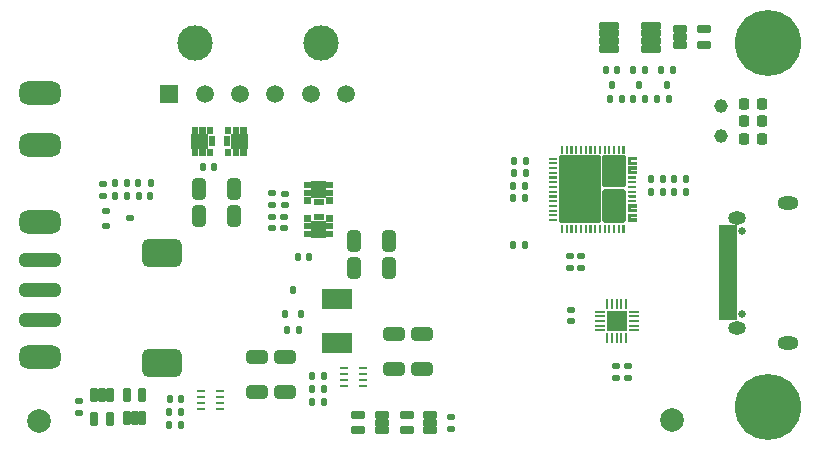
<source format=gbr>
%TF.GenerationSoftware,KiCad,Pcbnew,8.0.3*%
%TF.CreationDate,2024-09-21T22:38:29+02:00*%
%TF.ProjectId,Battery_pack,42617474-6572-4795-9f70-61636b2e6b69,1.0*%
%TF.SameCoordinates,Original*%
%TF.FileFunction,Soldermask,Top*%
%TF.FilePolarity,Negative*%
%FSLAX46Y46*%
G04 Gerber Fmt 4.6, Leading zero omitted, Abs format (unit mm)*
G04 Created by KiCad (PCBNEW 8.0.3) date 2024-09-21 22:38:29*
%MOMM*%
%LPD*%
G01*
G04 APERTURE LIST*
G04 Aperture macros list*
%AMRoundRect*
0 Rectangle with rounded corners*
0 $1 Rounding radius*
0 $2 $3 $4 $5 $6 $7 $8 $9 X,Y pos of 4 corners*
0 Add a 4 corners polygon primitive as box body*
4,1,4,$2,$3,$4,$5,$6,$7,$8,$9,$2,$3,0*
0 Add four circle primitives for the rounded corners*
1,1,$1+$1,$2,$3*
1,1,$1+$1,$4,$5*
1,1,$1+$1,$6,$7*
1,1,$1+$1,$8,$9*
0 Add four rect primitives between the rounded corners*
20,1,$1+$1,$2,$3,$4,$5,0*
20,1,$1+$1,$4,$5,$6,$7,0*
20,1,$1+$1,$6,$7,$8,$9,0*
20,1,$1+$1,$8,$9,$2,$3,0*%
G04 Aperture macros list end*
%ADD10C,0.010000*%
%ADD11C,2.999999*%
%ADD12R,1.520000X1.520000*%
%ADD13C,1.520000*%
%ADD14RoundRect,0.700000X-1.050000X-0.300000X1.050000X-0.300000X1.050000X0.300000X-1.050000X0.300000X0*%
%ADD15RoundRect,0.140000X0.140000X0.170000X-0.140000X0.170000X-0.140000X-0.170000X0.140000X-0.170000X0*%
%ADD16C,0.650000*%
%ADD17RoundRect,0.102000X0.700000X-0.400000X0.700000X0.400000X-0.700000X0.400000X-0.700000X-0.400000X0*%
%ADD18RoundRect,0.102000X0.700000X-0.150000X0.700000X0.150000X-0.700000X0.150000X-0.700000X-0.150000X0*%
%ADD19O,1.804000X1.104000*%
%ADD20O,1.504000X1.104000*%
%ADD21RoundRect,0.075500X0.736500X0.226500X-0.736500X0.226500X-0.736500X-0.226500X0.736500X-0.226500X0*%
%ADD22RoundRect,0.135000X-0.135000X-0.185000X0.135000X-0.185000X0.135000X0.185000X-0.135000X0.185000X0*%
%ADD23RoundRect,0.135000X0.135000X0.185000X-0.135000X0.185000X-0.135000X-0.185000X0.135000X-0.185000X0*%
%ADD24RoundRect,0.074250X0.512750X0.222750X-0.512750X0.222750X-0.512750X-0.222750X0.512750X-0.222750X0*%
%ADD25RoundRect,0.250000X0.650000X-0.325000X0.650000X0.325000X-0.650000X0.325000X-0.650000X-0.325000X0*%
%ADD26R,0.812800X0.203200*%
%ADD27R,0.203200X0.812800*%
%ADD28R,1.803400X1.803400*%
%ADD29RoundRect,0.140000X0.170000X-0.140000X0.170000X0.140000X-0.170000X0.140000X-0.170000X-0.140000X0*%
%ADD30RoundRect,0.135000X0.185000X-0.135000X0.185000X0.135000X-0.185000X0.135000X-0.185000X-0.135000X0*%
%ADD31RoundRect,0.250000X-0.325000X-0.650000X0.325000X-0.650000X0.325000X0.650000X-0.325000X0.650000X0*%
%ADD32RoundRect,0.125000X-0.125000X0.175000X-0.125000X-0.175000X0.125000X-0.175000X0.125000X0.175000X0*%
%ADD33RoundRect,0.140000X-0.170000X0.140000X-0.170000X-0.140000X0.170000X-0.140000X0.170000X0.140000X0*%
%ADD34RoundRect,0.097700X0.879300X1.304300X-0.879300X1.304300X-0.879300X-1.304300X0.879300X-1.304300X0*%
%ADD35RoundRect,0.097700X0.879300X1.279300X-0.879300X1.279300X-0.879300X-1.279300X0.879300X-1.279300X0*%
%ADD36RoundRect,0.180200X1.621800X2.671800X-1.621800X2.671800X-1.621800X-2.671800X1.621800X-2.671800X0*%
%ADD37RoundRect,0.420000X-1.330000X-0.180000X1.330000X-0.180000X1.330000X0.180000X-1.330000X0.180000X0*%
%ADD38RoundRect,0.102000X1.200000X-0.750000X1.200000X0.750000X-1.200000X0.750000X-1.200000X-0.750000X0*%
%ADD39C,2.000000*%
%ADD40C,5.600000*%
%ADD41RoundRect,0.140000X-0.140000X-0.170000X0.140000X-0.170000X0.140000X0.170000X-0.140000X0.170000X0*%
%ADD42R,0.711200X0.228600*%
%ADD43RoundRect,0.074250X-0.512750X-0.222750X0.512750X-0.222750X0.512750X0.222750X-0.512750X0.222750X0*%
%ADD44RoundRect,0.112500X-0.112500X-0.237500X0.112500X-0.237500X0.112500X0.237500X-0.112500X0.237500X0*%
%ADD45RoundRect,0.074250X0.222750X-0.512750X0.222750X0.512750X-0.222750X0.512750X-0.222750X-0.512750X0*%
%ADD46C,1.168400*%
%ADD47RoundRect,0.112500X-0.237500X0.112500X-0.237500X-0.112500X0.237500X-0.112500X0.237500X0.112500X0*%
%ADD48RoundRect,0.135000X-0.185000X0.135000X-0.185000X-0.135000X0.185000X-0.135000X0.185000X0.135000X0*%
%ADD49RoundRect,0.218750X-0.218750X-0.256250X0.218750X-0.256250X0.218750X0.256250X-0.218750X0.256250X0*%
%ADD50RoundRect,0.074250X-0.222750X0.512750X-0.222750X-0.512750X0.222750X-0.512750X0.222750X0.512750X0*%
%ADD51RoundRect,0.598500X1.108500X-0.598500X1.108500X0.598500X-1.108500X0.598500X-1.108500X-0.598500X0*%
G04 APERTURE END LIST*
D10*
%TO.C,Q203*%
X131147500Y-115265798D02*
X130617501Y-115265798D01*
X130617501Y-114815798D01*
X131147500Y-114815798D01*
X131147500Y-115265798D01*
G36*
X131147500Y-115265798D02*
G01*
X130617501Y-115265798D01*
X130617501Y-114815798D01*
X131147500Y-114815798D01*
X131147500Y-115265798D01*
G37*
X131147501Y-114615798D02*
X130617500Y-114615798D01*
X130617500Y-114165798D01*
X131147501Y-114165798D01*
X131147501Y-114615798D01*
G36*
X131147501Y-114615798D02*
G01*
X130617500Y-114615798D01*
X130617500Y-114165798D01*
X131147501Y-114165798D01*
X131147501Y-114615798D01*
G37*
X131147501Y-115915798D02*
X130617500Y-115915798D01*
X130617500Y-115465798D01*
X131147501Y-115465798D01*
X131147501Y-115915798D01*
G36*
X131147501Y-115915798D02*
G01*
X130617500Y-115915798D01*
X130617500Y-115465798D01*
X131147501Y-115465798D01*
X131147501Y-115915798D01*
G37*
X132197501Y-114490798D02*
X131437501Y-114490798D01*
X131437501Y-114040798D01*
X132197501Y-114040798D01*
X132197501Y-114490798D01*
G36*
X132197501Y-114490798D02*
G01*
X131437501Y-114490798D01*
X131437501Y-114040798D01*
X132197501Y-114040798D01*
X132197501Y-114490798D01*
G37*
X132417502Y-116000798D02*
X131217500Y-116000798D01*
X131217501Y-114650797D01*
X132417501Y-114650797D01*
X132417502Y-116000798D01*
G36*
X132417502Y-116000798D02*
G01*
X131217500Y-116000798D01*
X131217501Y-114650797D01*
X132417501Y-114650797D01*
X132417502Y-116000798D01*
G37*
X133017501Y-115265798D02*
X132487502Y-115265798D01*
X132487502Y-114815798D01*
X133017501Y-114815798D01*
X133017501Y-115265798D01*
G36*
X133017501Y-115265798D02*
G01*
X132487502Y-115265798D01*
X132487502Y-114815798D01*
X133017501Y-114815798D01*
X133017501Y-115265798D01*
G37*
X133017502Y-114615798D02*
X132487501Y-114615798D01*
X132487501Y-114165798D01*
X133017502Y-114165798D01*
X133017502Y-114615798D01*
G36*
X133017502Y-114615798D02*
G01*
X132487501Y-114615798D01*
X132487501Y-114165798D01*
X133017502Y-114165798D01*
X133017502Y-114615798D01*
G37*
X133017502Y-115915798D02*
X132487501Y-115915798D01*
X132487501Y-115465798D01*
X133017502Y-115465798D01*
X133017502Y-115915798D01*
G36*
X133017502Y-115915798D02*
G01*
X132487501Y-115915798D01*
X132487501Y-115465798D01*
X133017502Y-115465798D01*
X133017502Y-115915798D01*
G37*
%TO.C,Q204*%
X131147501Y-111796396D02*
X130617500Y-111796396D01*
X130617500Y-111346396D01*
X131147501Y-111346396D01*
X131147501Y-111796396D01*
G36*
X131147501Y-111796396D02*
G01*
X130617500Y-111796396D01*
X130617500Y-111346396D01*
X131147501Y-111346396D01*
X131147501Y-111796396D01*
G37*
X131147501Y-113096396D02*
X130617500Y-113096396D01*
X130617500Y-112646396D01*
X131147501Y-112646396D01*
X131147501Y-113096396D01*
G36*
X131147501Y-113096396D02*
G01*
X130617500Y-113096396D01*
X130617500Y-112646396D01*
X131147501Y-112646396D01*
X131147501Y-113096396D01*
G37*
X131147500Y-112446396D02*
X130617501Y-112446396D01*
X130617501Y-111996396D01*
X131147500Y-111996396D01*
X131147500Y-112446396D01*
G36*
X131147500Y-112446396D02*
G01*
X130617501Y-112446396D01*
X130617501Y-111996396D01*
X131147500Y-111996396D01*
X131147500Y-112446396D01*
G37*
X132417501Y-112611397D02*
X131217501Y-112611397D01*
X131217500Y-111261396D01*
X132417502Y-111261396D01*
X132417501Y-112611397D01*
G36*
X132417501Y-112611397D02*
G01*
X131217501Y-112611397D01*
X131217500Y-111261396D01*
X132417502Y-111261396D01*
X132417501Y-112611397D01*
G37*
X132197501Y-113221396D02*
X131437501Y-113221396D01*
X131437501Y-112771396D01*
X132197501Y-112771396D01*
X132197501Y-113221396D01*
G36*
X132197501Y-113221396D02*
G01*
X131437501Y-113221396D01*
X131437501Y-112771396D01*
X132197501Y-112771396D01*
X132197501Y-113221396D01*
G37*
X133017502Y-111796396D02*
X132487501Y-111796396D01*
X132487501Y-111346396D01*
X133017502Y-111346396D01*
X133017502Y-111796396D01*
G36*
X133017502Y-111796396D02*
G01*
X132487501Y-111796396D01*
X132487501Y-111346396D01*
X133017502Y-111346396D01*
X133017502Y-111796396D01*
G37*
X133017502Y-113096396D02*
X132487501Y-113096396D01*
X132487501Y-112646396D01*
X133017502Y-112646396D01*
X133017502Y-113096396D01*
G36*
X133017502Y-113096396D02*
G01*
X132487501Y-113096396D01*
X132487501Y-112646396D01*
X133017502Y-112646396D01*
X133017502Y-113096396D01*
G37*
X133017501Y-112446396D02*
X132487502Y-112446396D01*
X132487502Y-111996396D01*
X133017501Y-111996396D01*
X133017501Y-112446396D01*
G36*
X133017501Y-112446396D02*
G01*
X132487502Y-112446396D01*
X132487502Y-111996396D01*
X133017501Y-111996396D01*
X133017501Y-112446396D01*
G37*
%TO.C,U201*%
X151970101Y-109264950D02*
X151971101Y-109264950D01*
X151973101Y-109264950D01*
X151974101Y-109265950D01*
X151975101Y-109265950D01*
X151976101Y-109266950D01*
X151977101Y-109266950D01*
X151979101Y-109267950D01*
X151980101Y-109268950D01*
X151981101Y-109269950D01*
X151982101Y-109269950D01*
X151983101Y-109270950D01*
X151984101Y-109271950D01*
X151984101Y-109272950D01*
X151985101Y-109273950D01*
X151986101Y-109274950D01*
X151987101Y-109275950D01*
X151987101Y-109277950D01*
X151988101Y-109278950D01*
X151988101Y-109279950D01*
X151989101Y-109280950D01*
X151989101Y-109282950D01*
X151989101Y-109283950D01*
X151990101Y-109284950D01*
X151990101Y-109285950D01*
X151990101Y-109287950D01*
X151990101Y-109288950D01*
X151990101Y-109338950D01*
X151990101Y-109339950D01*
X151990101Y-109341950D01*
X151990101Y-109342950D01*
X151989101Y-109343950D01*
X151989101Y-109344950D01*
X151989101Y-109346950D01*
X151988101Y-109347950D01*
X151988101Y-109348950D01*
X151987101Y-109349950D01*
X151987101Y-109350950D01*
X151986101Y-109352950D01*
X151985101Y-109353950D01*
X151984101Y-109354950D01*
X151984101Y-109355950D01*
X151983101Y-109356950D01*
X151982101Y-109357950D01*
X151981101Y-109357950D01*
X151980101Y-109358950D01*
X151979101Y-109359950D01*
X151977101Y-109360950D01*
X151976101Y-109360950D01*
X151975101Y-109361950D01*
X151974101Y-109361950D01*
X151973101Y-109362950D01*
X151971101Y-109362950D01*
X151970101Y-109362950D01*
X151969101Y-109363950D01*
X151968101Y-109363950D01*
X151966101Y-109363950D01*
X151965101Y-109363950D01*
X151415101Y-109363950D01*
X151414101Y-109363950D01*
X151412101Y-109363950D01*
X151411101Y-109363950D01*
X151410101Y-109362950D01*
X151409101Y-109362950D01*
X151407101Y-109362950D01*
X151406101Y-109361950D01*
X151405101Y-109361950D01*
X151404101Y-109360950D01*
X151402101Y-109360950D01*
X151401101Y-109359950D01*
X151400101Y-109358950D01*
X151399101Y-109357950D01*
X151398101Y-109357950D01*
X151397101Y-109356950D01*
X151396101Y-109355950D01*
X151396101Y-109354950D01*
X151395101Y-109353950D01*
X151394101Y-109352950D01*
X151393101Y-109350950D01*
X151393101Y-109349950D01*
X151392101Y-109348950D01*
X151392101Y-109347950D01*
X151391101Y-109346950D01*
X151391101Y-109344950D01*
X151391101Y-109343950D01*
X151390101Y-109342950D01*
X151390101Y-109341950D01*
X151390101Y-109339950D01*
X151390101Y-109338950D01*
X151390101Y-109288950D01*
X151390101Y-109287950D01*
X151390101Y-109285950D01*
X151390101Y-109284950D01*
X151391101Y-109283950D01*
X151391101Y-109282950D01*
X151391101Y-109280950D01*
X151392101Y-109279950D01*
X151392101Y-109278950D01*
X151393101Y-109277950D01*
X151393101Y-109275950D01*
X151394101Y-109274950D01*
X151395101Y-109273950D01*
X151396101Y-109272950D01*
X151396101Y-109271950D01*
X151397101Y-109270950D01*
X151398101Y-109269950D01*
X151399101Y-109269950D01*
X151400101Y-109268950D01*
X151401101Y-109267950D01*
X151402101Y-109266950D01*
X151404101Y-109266950D01*
X151405101Y-109265950D01*
X151406101Y-109265950D01*
X151407101Y-109264950D01*
X151409101Y-109264950D01*
X151410101Y-109264950D01*
X151411101Y-109263950D01*
X151412101Y-109263950D01*
X151414101Y-109263950D01*
X151415101Y-109263950D01*
X151965101Y-109263950D01*
X151966101Y-109263950D01*
X151968101Y-109263950D01*
X151969101Y-109263950D01*
X151970101Y-109264950D01*
G36*
X151970101Y-109264950D02*
G01*
X151971101Y-109264950D01*
X151973101Y-109264950D01*
X151974101Y-109265950D01*
X151975101Y-109265950D01*
X151976101Y-109266950D01*
X151977101Y-109266950D01*
X151979101Y-109267950D01*
X151980101Y-109268950D01*
X151981101Y-109269950D01*
X151982101Y-109269950D01*
X151983101Y-109270950D01*
X151984101Y-109271950D01*
X151984101Y-109272950D01*
X151985101Y-109273950D01*
X151986101Y-109274950D01*
X151987101Y-109275950D01*
X151987101Y-109277950D01*
X151988101Y-109278950D01*
X151988101Y-109279950D01*
X151989101Y-109280950D01*
X151989101Y-109282950D01*
X151989101Y-109283950D01*
X151990101Y-109284950D01*
X151990101Y-109285950D01*
X151990101Y-109287950D01*
X151990101Y-109288950D01*
X151990101Y-109338950D01*
X151990101Y-109339950D01*
X151990101Y-109341950D01*
X151990101Y-109342950D01*
X151989101Y-109343950D01*
X151989101Y-109344950D01*
X151989101Y-109346950D01*
X151988101Y-109347950D01*
X151988101Y-109348950D01*
X151987101Y-109349950D01*
X151987101Y-109350950D01*
X151986101Y-109352950D01*
X151985101Y-109353950D01*
X151984101Y-109354950D01*
X151984101Y-109355950D01*
X151983101Y-109356950D01*
X151982101Y-109357950D01*
X151981101Y-109357950D01*
X151980101Y-109358950D01*
X151979101Y-109359950D01*
X151977101Y-109360950D01*
X151976101Y-109360950D01*
X151975101Y-109361950D01*
X151974101Y-109361950D01*
X151973101Y-109362950D01*
X151971101Y-109362950D01*
X151970101Y-109362950D01*
X151969101Y-109363950D01*
X151968101Y-109363950D01*
X151966101Y-109363950D01*
X151965101Y-109363950D01*
X151415101Y-109363950D01*
X151414101Y-109363950D01*
X151412101Y-109363950D01*
X151411101Y-109363950D01*
X151410101Y-109362950D01*
X151409101Y-109362950D01*
X151407101Y-109362950D01*
X151406101Y-109361950D01*
X151405101Y-109361950D01*
X151404101Y-109360950D01*
X151402101Y-109360950D01*
X151401101Y-109359950D01*
X151400101Y-109358950D01*
X151399101Y-109357950D01*
X151398101Y-109357950D01*
X151397101Y-109356950D01*
X151396101Y-109355950D01*
X151396101Y-109354950D01*
X151395101Y-109353950D01*
X151394101Y-109352950D01*
X151393101Y-109350950D01*
X151393101Y-109349950D01*
X151392101Y-109348950D01*
X151392101Y-109347950D01*
X151391101Y-109346950D01*
X151391101Y-109344950D01*
X151391101Y-109343950D01*
X151390101Y-109342950D01*
X151390101Y-109341950D01*
X151390101Y-109339950D01*
X151390101Y-109338950D01*
X151390101Y-109288950D01*
X151390101Y-109287950D01*
X151390101Y-109285950D01*
X151390101Y-109284950D01*
X151391101Y-109283950D01*
X151391101Y-109282950D01*
X151391101Y-109280950D01*
X151392101Y-109279950D01*
X151392101Y-109278950D01*
X151393101Y-109277950D01*
X151393101Y-109275950D01*
X151394101Y-109274950D01*
X151395101Y-109273950D01*
X151396101Y-109272950D01*
X151396101Y-109271950D01*
X151397101Y-109270950D01*
X151398101Y-109269950D01*
X151399101Y-109269950D01*
X151400101Y-109268950D01*
X151401101Y-109267950D01*
X151402101Y-109266950D01*
X151404101Y-109266950D01*
X151405101Y-109265950D01*
X151406101Y-109265950D01*
X151407101Y-109264950D01*
X151409101Y-109264950D01*
X151410101Y-109264950D01*
X151411101Y-109263950D01*
X151412101Y-109263950D01*
X151414101Y-109263950D01*
X151415101Y-109263950D01*
X151965101Y-109263950D01*
X151966101Y-109263950D01*
X151968101Y-109263950D01*
X151969101Y-109263950D01*
X151970101Y-109264950D01*
G37*
X151970101Y-109664950D02*
X151971101Y-109664950D01*
X151973101Y-109664950D01*
X151974101Y-109665950D01*
X151975101Y-109665950D01*
X151976101Y-109666950D01*
X151977101Y-109666950D01*
X151979101Y-109667950D01*
X151980101Y-109668950D01*
X151981101Y-109669950D01*
X151982101Y-109669950D01*
X151983101Y-109670950D01*
X151984101Y-109671950D01*
X151984101Y-109672950D01*
X151985101Y-109673950D01*
X151986101Y-109674950D01*
X151987101Y-109676950D01*
X151987101Y-109677950D01*
X151988101Y-109678950D01*
X151988101Y-109679950D01*
X151989101Y-109680950D01*
X151989101Y-109682950D01*
X151989101Y-109683950D01*
X151990101Y-109684950D01*
X151990101Y-109685950D01*
X151990101Y-109687950D01*
X151990101Y-109688950D01*
X151990101Y-109738950D01*
X151990101Y-109739950D01*
X151990101Y-109741950D01*
X151990101Y-109742950D01*
X151989101Y-109743950D01*
X151989101Y-109744950D01*
X151989101Y-109746950D01*
X151988101Y-109747950D01*
X151988101Y-109748950D01*
X151987101Y-109749950D01*
X151987101Y-109751950D01*
X151986101Y-109752950D01*
X151985101Y-109753950D01*
X151984101Y-109754950D01*
X151984101Y-109755950D01*
X151983101Y-109756950D01*
X151982101Y-109757950D01*
X151981101Y-109757950D01*
X151980101Y-109758950D01*
X151979101Y-109759950D01*
X151977101Y-109760950D01*
X151976101Y-109760950D01*
X151975101Y-109761950D01*
X151974101Y-109761950D01*
X151973101Y-109762950D01*
X151971101Y-109762950D01*
X151970101Y-109762950D01*
X151969101Y-109763950D01*
X151968101Y-109763950D01*
X151966101Y-109763950D01*
X151965101Y-109763950D01*
X151415101Y-109763950D01*
X151414101Y-109763950D01*
X151412101Y-109763950D01*
X151411101Y-109763950D01*
X151410101Y-109762950D01*
X151409101Y-109762950D01*
X151407101Y-109762950D01*
X151406101Y-109761950D01*
X151405101Y-109761950D01*
X151404101Y-109760950D01*
X151402101Y-109760950D01*
X151401101Y-109759950D01*
X151400101Y-109758950D01*
X151399101Y-109757950D01*
X151398101Y-109757950D01*
X151397101Y-109756950D01*
X151396101Y-109755950D01*
X151396101Y-109754950D01*
X151395101Y-109753950D01*
X151394101Y-109752950D01*
X151393101Y-109751950D01*
X151393101Y-109749950D01*
X151392101Y-109748950D01*
X151392101Y-109747950D01*
X151391101Y-109746950D01*
X151391101Y-109744950D01*
X151391101Y-109743950D01*
X151390101Y-109742950D01*
X151390101Y-109741950D01*
X151390101Y-109739950D01*
X151390101Y-109738950D01*
X151390101Y-109688950D01*
X151390101Y-109687950D01*
X151390101Y-109685950D01*
X151390101Y-109684950D01*
X151391101Y-109683950D01*
X151391101Y-109682950D01*
X151391101Y-109680950D01*
X151392101Y-109679950D01*
X151392101Y-109678950D01*
X151393101Y-109677950D01*
X151393101Y-109676950D01*
X151394101Y-109674950D01*
X151395101Y-109673950D01*
X151396101Y-109672950D01*
X151396101Y-109671950D01*
X151397101Y-109670950D01*
X151398101Y-109669950D01*
X151399101Y-109669950D01*
X151400101Y-109668950D01*
X151401101Y-109667950D01*
X151402101Y-109666950D01*
X151404101Y-109666950D01*
X151405101Y-109665950D01*
X151406101Y-109665950D01*
X151407101Y-109664950D01*
X151409101Y-109664950D01*
X151410101Y-109664950D01*
X151411101Y-109663950D01*
X151412101Y-109663950D01*
X151414101Y-109663950D01*
X151415101Y-109663950D01*
X151965101Y-109663950D01*
X151966101Y-109663950D01*
X151968101Y-109663950D01*
X151969101Y-109663950D01*
X151970101Y-109664950D01*
G36*
X151970101Y-109664950D02*
G01*
X151971101Y-109664950D01*
X151973101Y-109664950D01*
X151974101Y-109665950D01*
X151975101Y-109665950D01*
X151976101Y-109666950D01*
X151977101Y-109666950D01*
X151979101Y-109667950D01*
X151980101Y-109668950D01*
X151981101Y-109669950D01*
X151982101Y-109669950D01*
X151983101Y-109670950D01*
X151984101Y-109671950D01*
X151984101Y-109672950D01*
X151985101Y-109673950D01*
X151986101Y-109674950D01*
X151987101Y-109676950D01*
X151987101Y-109677950D01*
X151988101Y-109678950D01*
X151988101Y-109679950D01*
X151989101Y-109680950D01*
X151989101Y-109682950D01*
X151989101Y-109683950D01*
X151990101Y-109684950D01*
X151990101Y-109685950D01*
X151990101Y-109687950D01*
X151990101Y-109688950D01*
X151990101Y-109738950D01*
X151990101Y-109739950D01*
X151990101Y-109741950D01*
X151990101Y-109742950D01*
X151989101Y-109743950D01*
X151989101Y-109744950D01*
X151989101Y-109746950D01*
X151988101Y-109747950D01*
X151988101Y-109748950D01*
X151987101Y-109749950D01*
X151987101Y-109751950D01*
X151986101Y-109752950D01*
X151985101Y-109753950D01*
X151984101Y-109754950D01*
X151984101Y-109755950D01*
X151983101Y-109756950D01*
X151982101Y-109757950D01*
X151981101Y-109757950D01*
X151980101Y-109758950D01*
X151979101Y-109759950D01*
X151977101Y-109760950D01*
X151976101Y-109760950D01*
X151975101Y-109761950D01*
X151974101Y-109761950D01*
X151973101Y-109762950D01*
X151971101Y-109762950D01*
X151970101Y-109762950D01*
X151969101Y-109763950D01*
X151968101Y-109763950D01*
X151966101Y-109763950D01*
X151965101Y-109763950D01*
X151415101Y-109763950D01*
X151414101Y-109763950D01*
X151412101Y-109763950D01*
X151411101Y-109763950D01*
X151410101Y-109762950D01*
X151409101Y-109762950D01*
X151407101Y-109762950D01*
X151406101Y-109761950D01*
X151405101Y-109761950D01*
X151404101Y-109760950D01*
X151402101Y-109760950D01*
X151401101Y-109759950D01*
X151400101Y-109758950D01*
X151399101Y-109757950D01*
X151398101Y-109757950D01*
X151397101Y-109756950D01*
X151396101Y-109755950D01*
X151396101Y-109754950D01*
X151395101Y-109753950D01*
X151394101Y-109752950D01*
X151393101Y-109751950D01*
X151393101Y-109749950D01*
X151392101Y-109748950D01*
X151392101Y-109747950D01*
X151391101Y-109746950D01*
X151391101Y-109744950D01*
X151391101Y-109743950D01*
X151390101Y-109742950D01*
X151390101Y-109741950D01*
X151390101Y-109739950D01*
X151390101Y-109738950D01*
X151390101Y-109688950D01*
X151390101Y-109687950D01*
X151390101Y-109685950D01*
X151390101Y-109684950D01*
X151391101Y-109683950D01*
X151391101Y-109682950D01*
X151391101Y-109680950D01*
X151392101Y-109679950D01*
X151392101Y-109678950D01*
X151393101Y-109677950D01*
X151393101Y-109676950D01*
X151394101Y-109674950D01*
X151395101Y-109673950D01*
X151396101Y-109672950D01*
X151396101Y-109671950D01*
X151397101Y-109670950D01*
X151398101Y-109669950D01*
X151399101Y-109669950D01*
X151400101Y-109668950D01*
X151401101Y-109667950D01*
X151402101Y-109666950D01*
X151404101Y-109666950D01*
X151405101Y-109665950D01*
X151406101Y-109665950D01*
X151407101Y-109664950D01*
X151409101Y-109664950D01*
X151410101Y-109664950D01*
X151411101Y-109663950D01*
X151412101Y-109663950D01*
X151414101Y-109663950D01*
X151415101Y-109663950D01*
X151965101Y-109663950D01*
X151966101Y-109663950D01*
X151968101Y-109663950D01*
X151969101Y-109663950D01*
X151970101Y-109664950D01*
G37*
X151970101Y-110064950D02*
X151971101Y-110064950D01*
X151973101Y-110064950D01*
X151974101Y-110065950D01*
X151975101Y-110065950D01*
X151976101Y-110066950D01*
X151977101Y-110066950D01*
X151979101Y-110067950D01*
X151980101Y-110068950D01*
X151981101Y-110069950D01*
X151982101Y-110069950D01*
X151983101Y-110070950D01*
X151984101Y-110071950D01*
X151984101Y-110072950D01*
X151985101Y-110073950D01*
X151986101Y-110074950D01*
X151987101Y-110076950D01*
X151987101Y-110077950D01*
X151988101Y-110078950D01*
X151988101Y-110079950D01*
X151989101Y-110080950D01*
X151989101Y-110082950D01*
X151989101Y-110083950D01*
X151990101Y-110084950D01*
X151990101Y-110085950D01*
X151990101Y-110087950D01*
X151990101Y-110088950D01*
X151990101Y-110138950D01*
X151990101Y-110139950D01*
X151990101Y-110141950D01*
X151990101Y-110142950D01*
X151989101Y-110143950D01*
X151989101Y-110144950D01*
X151989101Y-110146950D01*
X151988101Y-110147950D01*
X151988101Y-110148950D01*
X151987101Y-110149950D01*
X151987101Y-110150950D01*
X151986101Y-110152950D01*
X151985101Y-110153950D01*
X151984101Y-110154950D01*
X151984101Y-110155950D01*
X151983101Y-110156950D01*
X151982101Y-110157950D01*
X151981101Y-110157950D01*
X151980101Y-110158950D01*
X151979101Y-110159950D01*
X151977101Y-110160950D01*
X151976101Y-110160950D01*
X151975101Y-110161950D01*
X151974101Y-110161950D01*
X151973101Y-110162950D01*
X151971101Y-110162950D01*
X151970101Y-110162950D01*
X151969101Y-110163950D01*
X151968101Y-110163950D01*
X151966101Y-110163950D01*
X151965101Y-110163950D01*
X151415101Y-110163950D01*
X151414101Y-110163950D01*
X151412101Y-110163950D01*
X151411101Y-110163950D01*
X151410101Y-110162950D01*
X151409101Y-110162950D01*
X151407101Y-110162950D01*
X151406101Y-110161950D01*
X151405101Y-110161950D01*
X151404101Y-110160950D01*
X151402101Y-110160950D01*
X151401101Y-110159950D01*
X151400101Y-110158950D01*
X151399101Y-110157950D01*
X151398101Y-110157950D01*
X151397101Y-110156950D01*
X151396101Y-110155950D01*
X151396101Y-110154950D01*
X151395101Y-110153950D01*
X151394101Y-110152950D01*
X151393101Y-110151950D01*
X151393101Y-110149950D01*
X151392101Y-110148950D01*
X151392101Y-110147950D01*
X151391101Y-110146950D01*
X151391101Y-110144950D01*
X151391101Y-110143950D01*
X151390101Y-110142950D01*
X151390101Y-110141950D01*
X151390101Y-110139950D01*
X151390101Y-110138950D01*
X151390101Y-110088950D01*
X151390101Y-110087950D01*
X151390101Y-110085950D01*
X151390101Y-110084950D01*
X151391101Y-110083950D01*
X151391101Y-110082950D01*
X151391101Y-110080950D01*
X151392101Y-110079950D01*
X151392101Y-110078950D01*
X151393101Y-110077950D01*
X151393101Y-110076950D01*
X151394101Y-110074950D01*
X151395101Y-110073950D01*
X151396101Y-110072950D01*
X151396101Y-110071950D01*
X151397101Y-110070950D01*
X151398101Y-110069950D01*
X151399101Y-110069950D01*
X151400101Y-110068950D01*
X151401101Y-110067950D01*
X151402101Y-110066950D01*
X151404101Y-110066950D01*
X151405101Y-110065950D01*
X151406101Y-110065950D01*
X151407101Y-110064950D01*
X151409101Y-110064950D01*
X151410101Y-110064950D01*
X151411101Y-110063950D01*
X151412101Y-110063950D01*
X151414101Y-110063950D01*
X151415101Y-110063950D01*
X151965101Y-110063950D01*
X151966101Y-110063950D01*
X151968101Y-110063950D01*
X151969101Y-110063950D01*
X151970101Y-110064950D01*
G36*
X151970101Y-110064950D02*
G01*
X151971101Y-110064950D01*
X151973101Y-110064950D01*
X151974101Y-110065950D01*
X151975101Y-110065950D01*
X151976101Y-110066950D01*
X151977101Y-110066950D01*
X151979101Y-110067950D01*
X151980101Y-110068950D01*
X151981101Y-110069950D01*
X151982101Y-110069950D01*
X151983101Y-110070950D01*
X151984101Y-110071950D01*
X151984101Y-110072950D01*
X151985101Y-110073950D01*
X151986101Y-110074950D01*
X151987101Y-110076950D01*
X151987101Y-110077950D01*
X151988101Y-110078950D01*
X151988101Y-110079950D01*
X151989101Y-110080950D01*
X151989101Y-110082950D01*
X151989101Y-110083950D01*
X151990101Y-110084950D01*
X151990101Y-110085950D01*
X151990101Y-110087950D01*
X151990101Y-110088950D01*
X151990101Y-110138950D01*
X151990101Y-110139950D01*
X151990101Y-110141950D01*
X151990101Y-110142950D01*
X151989101Y-110143950D01*
X151989101Y-110144950D01*
X151989101Y-110146950D01*
X151988101Y-110147950D01*
X151988101Y-110148950D01*
X151987101Y-110149950D01*
X151987101Y-110150950D01*
X151986101Y-110152950D01*
X151985101Y-110153950D01*
X151984101Y-110154950D01*
X151984101Y-110155950D01*
X151983101Y-110156950D01*
X151982101Y-110157950D01*
X151981101Y-110157950D01*
X151980101Y-110158950D01*
X151979101Y-110159950D01*
X151977101Y-110160950D01*
X151976101Y-110160950D01*
X151975101Y-110161950D01*
X151974101Y-110161950D01*
X151973101Y-110162950D01*
X151971101Y-110162950D01*
X151970101Y-110162950D01*
X151969101Y-110163950D01*
X151968101Y-110163950D01*
X151966101Y-110163950D01*
X151965101Y-110163950D01*
X151415101Y-110163950D01*
X151414101Y-110163950D01*
X151412101Y-110163950D01*
X151411101Y-110163950D01*
X151410101Y-110162950D01*
X151409101Y-110162950D01*
X151407101Y-110162950D01*
X151406101Y-110161950D01*
X151405101Y-110161950D01*
X151404101Y-110160950D01*
X151402101Y-110160950D01*
X151401101Y-110159950D01*
X151400101Y-110158950D01*
X151399101Y-110157950D01*
X151398101Y-110157950D01*
X151397101Y-110156950D01*
X151396101Y-110155950D01*
X151396101Y-110154950D01*
X151395101Y-110153950D01*
X151394101Y-110152950D01*
X151393101Y-110151950D01*
X151393101Y-110149950D01*
X151392101Y-110148950D01*
X151392101Y-110147950D01*
X151391101Y-110146950D01*
X151391101Y-110144950D01*
X151391101Y-110143950D01*
X151390101Y-110142950D01*
X151390101Y-110141950D01*
X151390101Y-110139950D01*
X151390101Y-110138950D01*
X151390101Y-110088950D01*
X151390101Y-110087950D01*
X151390101Y-110085950D01*
X151390101Y-110084950D01*
X151391101Y-110083950D01*
X151391101Y-110082950D01*
X151391101Y-110080950D01*
X151392101Y-110079950D01*
X151392101Y-110078950D01*
X151393101Y-110077950D01*
X151393101Y-110076950D01*
X151394101Y-110074950D01*
X151395101Y-110073950D01*
X151396101Y-110072950D01*
X151396101Y-110071950D01*
X151397101Y-110070950D01*
X151398101Y-110069950D01*
X151399101Y-110069950D01*
X151400101Y-110068950D01*
X151401101Y-110067950D01*
X151402101Y-110066950D01*
X151404101Y-110066950D01*
X151405101Y-110065950D01*
X151406101Y-110065950D01*
X151407101Y-110064950D01*
X151409101Y-110064950D01*
X151410101Y-110064950D01*
X151411101Y-110063950D01*
X151412101Y-110063950D01*
X151414101Y-110063950D01*
X151415101Y-110063950D01*
X151965101Y-110063950D01*
X151966101Y-110063950D01*
X151968101Y-110063950D01*
X151969101Y-110063950D01*
X151970101Y-110064950D01*
G37*
X151970101Y-110464950D02*
X151971101Y-110464950D01*
X151973101Y-110464950D01*
X151974101Y-110465950D01*
X151975101Y-110465950D01*
X151976101Y-110466950D01*
X151977101Y-110466950D01*
X151979101Y-110467950D01*
X151980101Y-110468950D01*
X151981101Y-110469950D01*
X151982101Y-110469950D01*
X151983101Y-110470950D01*
X151984101Y-110471950D01*
X151984101Y-110472950D01*
X151985101Y-110473950D01*
X151986101Y-110474950D01*
X151987101Y-110476950D01*
X151987101Y-110477950D01*
X151988101Y-110478950D01*
X151988101Y-110479950D01*
X151989101Y-110480950D01*
X151989101Y-110482950D01*
X151989101Y-110483950D01*
X151990101Y-110484950D01*
X151990101Y-110485950D01*
X151990101Y-110487950D01*
X151990101Y-110488950D01*
X151990101Y-110538950D01*
X151990101Y-110539950D01*
X151990101Y-110541950D01*
X151990101Y-110542950D01*
X151989101Y-110543950D01*
X151989101Y-110544950D01*
X151989101Y-110546950D01*
X151988101Y-110547950D01*
X151988101Y-110548950D01*
X151987101Y-110549950D01*
X151987101Y-110550950D01*
X151986101Y-110552950D01*
X151985101Y-110553950D01*
X151984101Y-110554950D01*
X151984101Y-110555950D01*
X151983101Y-110556950D01*
X151982101Y-110557950D01*
X151981101Y-110557950D01*
X151980101Y-110558950D01*
X151979101Y-110559950D01*
X151977101Y-110560950D01*
X151976101Y-110560950D01*
X151975101Y-110561950D01*
X151974101Y-110561950D01*
X151973101Y-110562950D01*
X151971101Y-110562950D01*
X151970101Y-110562950D01*
X151969101Y-110563950D01*
X151968101Y-110563950D01*
X151966101Y-110563950D01*
X151965101Y-110563950D01*
X151415101Y-110563950D01*
X151414101Y-110563950D01*
X151412101Y-110563950D01*
X151411101Y-110563950D01*
X151410101Y-110562950D01*
X151409101Y-110562950D01*
X151407101Y-110562950D01*
X151406101Y-110561950D01*
X151405101Y-110561950D01*
X151404101Y-110560950D01*
X151402101Y-110560950D01*
X151401101Y-110559950D01*
X151400101Y-110558950D01*
X151399101Y-110557950D01*
X151398101Y-110557950D01*
X151397101Y-110556950D01*
X151396101Y-110555950D01*
X151396101Y-110554950D01*
X151395101Y-110553950D01*
X151394101Y-110552950D01*
X151393101Y-110550950D01*
X151393101Y-110549950D01*
X151392101Y-110548950D01*
X151392101Y-110547950D01*
X151391101Y-110546950D01*
X151391101Y-110544950D01*
X151391101Y-110543950D01*
X151390101Y-110542950D01*
X151390101Y-110541950D01*
X151390101Y-110539950D01*
X151390101Y-110538950D01*
X151390101Y-110488950D01*
X151390101Y-110487950D01*
X151390101Y-110485950D01*
X151390101Y-110484950D01*
X151391101Y-110483950D01*
X151391101Y-110482950D01*
X151391101Y-110480950D01*
X151392101Y-110479950D01*
X151392101Y-110478950D01*
X151393101Y-110477950D01*
X151393101Y-110475950D01*
X151394101Y-110474950D01*
X151395101Y-110473950D01*
X151396101Y-110472950D01*
X151396101Y-110471950D01*
X151397101Y-110470950D01*
X151398101Y-110469950D01*
X151399101Y-110469950D01*
X151400101Y-110468950D01*
X151401101Y-110467950D01*
X151402101Y-110466950D01*
X151404101Y-110466950D01*
X151405101Y-110465950D01*
X151406101Y-110465950D01*
X151407101Y-110464950D01*
X151409101Y-110464950D01*
X151410101Y-110464950D01*
X151411101Y-110463950D01*
X151412101Y-110463950D01*
X151414101Y-110463950D01*
X151415101Y-110463950D01*
X151965101Y-110463950D01*
X151966101Y-110463950D01*
X151968101Y-110463950D01*
X151969101Y-110463950D01*
X151970101Y-110464950D01*
G36*
X151970101Y-110464950D02*
G01*
X151971101Y-110464950D01*
X151973101Y-110464950D01*
X151974101Y-110465950D01*
X151975101Y-110465950D01*
X151976101Y-110466950D01*
X151977101Y-110466950D01*
X151979101Y-110467950D01*
X151980101Y-110468950D01*
X151981101Y-110469950D01*
X151982101Y-110469950D01*
X151983101Y-110470950D01*
X151984101Y-110471950D01*
X151984101Y-110472950D01*
X151985101Y-110473950D01*
X151986101Y-110474950D01*
X151987101Y-110476950D01*
X151987101Y-110477950D01*
X151988101Y-110478950D01*
X151988101Y-110479950D01*
X151989101Y-110480950D01*
X151989101Y-110482950D01*
X151989101Y-110483950D01*
X151990101Y-110484950D01*
X151990101Y-110485950D01*
X151990101Y-110487950D01*
X151990101Y-110488950D01*
X151990101Y-110538950D01*
X151990101Y-110539950D01*
X151990101Y-110541950D01*
X151990101Y-110542950D01*
X151989101Y-110543950D01*
X151989101Y-110544950D01*
X151989101Y-110546950D01*
X151988101Y-110547950D01*
X151988101Y-110548950D01*
X151987101Y-110549950D01*
X151987101Y-110550950D01*
X151986101Y-110552950D01*
X151985101Y-110553950D01*
X151984101Y-110554950D01*
X151984101Y-110555950D01*
X151983101Y-110556950D01*
X151982101Y-110557950D01*
X151981101Y-110557950D01*
X151980101Y-110558950D01*
X151979101Y-110559950D01*
X151977101Y-110560950D01*
X151976101Y-110560950D01*
X151975101Y-110561950D01*
X151974101Y-110561950D01*
X151973101Y-110562950D01*
X151971101Y-110562950D01*
X151970101Y-110562950D01*
X151969101Y-110563950D01*
X151968101Y-110563950D01*
X151966101Y-110563950D01*
X151965101Y-110563950D01*
X151415101Y-110563950D01*
X151414101Y-110563950D01*
X151412101Y-110563950D01*
X151411101Y-110563950D01*
X151410101Y-110562950D01*
X151409101Y-110562950D01*
X151407101Y-110562950D01*
X151406101Y-110561950D01*
X151405101Y-110561950D01*
X151404101Y-110560950D01*
X151402101Y-110560950D01*
X151401101Y-110559950D01*
X151400101Y-110558950D01*
X151399101Y-110557950D01*
X151398101Y-110557950D01*
X151397101Y-110556950D01*
X151396101Y-110555950D01*
X151396101Y-110554950D01*
X151395101Y-110553950D01*
X151394101Y-110552950D01*
X151393101Y-110550950D01*
X151393101Y-110549950D01*
X151392101Y-110548950D01*
X151392101Y-110547950D01*
X151391101Y-110546950D01*
X151391101Y-110544950D01*
X151391101Y-110543950D01*
X151390101Y-110542950D01*
X151390101Y-110541950D01*
X151390101Y-110539950D01*
X151390101Y-110538950D01*
X151390101Y-110488950D01*
X151390101Y-110487950D01*
X151390101Y-110485950D01*
X151390101Y-110484950D01*
X151391101Y-110483950D01*
X151391101Y-110482950D01*
X151391101Y-110480950D01*
X151392101Y-110479950D01*
X151392101Y-110478950D01*
X151393101Y-110477950D01*
X151393101Y-110475950D01*
X151394101Y-110474950D01*
X151395101Y-110473950D01*
X151396101Y-110472950D01*
X151396101Y-110471950D01*
X151397101Y-110470950D01*
X151398101Y-110469950D01*
X151399101Y-110469950D01*
X151400101Y-110468950D01*
X151401101Y-110467950D01*
X151402101Y-110466950D01*
X151404101Y-110466950D01*
X151405101Y-110465950D01*
X151406101Y-110465950D01*
X151407101Y-110464950D01*
X151409101Y-110464950D01*
X151410101Y-110464950D01*
X151411101Y-110463950D01*
X151412101Y-110463950D01*
X151414101Y-110463950D01*
X151415101Y-110463950D01*
X151965101Y-110463950D01*
X151966101Y-110463950D01*
X151968101Y-110463950D01*
X151969101Y-110463950D01*
X151970101Y-110464950D01*
G37*
X151970101Y-110864950D02*
X151971101Y-110864950D01*
X151973101Y-110864950D01*
X151974101Y-110865950D01*
X151975101Y-110865950D01*
X151976101Y-110866950D01*
X151977101Y-110866950D01*
X151979101Y-110867950D01*
X151980101Y-110868950D01*
X151981101Y-110869950D01*
X151982101Y-110869950D01*
X151983101Y-110870950D01*
X151984101Y-110871950D01*
X151984101Y-110872950D01*
X151985101Y-110873950D01*
X151986101Y-110874950D01*
X151987101Y-110875950D01*
X151987101Y-110877950D01*
X151988101Y-110878950D01*
X151988101Y-110879950D01*
X151989101Y-110880950D01*
X151989101Y-110882950D01*
X151989101Y-110883950D01*
X151990101Y-110884950D01*
X151990101Y-110885950D01*
X151990101Y-110887950D01*
X151990101Y-110888950D01*
X151990101Y-110938950D01*
X151990101Y-110939950D01*
X151990101Y-110941950D01*
X151990101Y-110942950D01*
X151989101Y-110943950D01*
X151989101Y-110944950D01*
X151989101Y-110946950D01*
X151988101Y-110947950D01*
X151988101Y-110948950D01*
X151987101Y-110949950D01*
X151987101Y-110950950D01*
X151986101Y-110952950D01*
X151985101Y-110953950D01*
X151984101Y-110954950D01*
X151984101Y-110955950D01*
X151983101Y-110956950D01*
X151982101Y-110957950D01*
X151981101Y-110957950D01*
X151980101Y-110958950D01*
X151979101Y-110959950D01*
X151977101Y-110960950D01*
X151976101Y-110960950D01*
X151975101Y-110961950D01*
X151974101Y-110961950D01*
X151973101Y-110962950D01*
X151971101Y-110962950D01*
X151970101Y-110962950D01*
X151969101Y-110963950D01*
X151968101Y-110963950D01*
X151966101Y-110963950D01*
X151965101Y-110963950D01*
X151415101Y-110963950D01*
X151414101Y-110963950D01*
X151412101Y-110963950D01*
X151411101Y-110963950D01*
X151410101Y-110962950D01*
X151409101Y-110962950D01*
X151407101Y-110962950D01*
X151406101Y-110961950D01*
X151405101Y-110961950D01*
X151404101Y-110960950D01*
X151402101Y-110960950D01*
X151401101Y-110959950D01*
X151400101Y-110958950D01*
X151399101Y-110957950D01*
X151398101Y-110957950D01*
X151397101Y-110956950D01*
X151396101Y-110955950D01*
X151396101Y-110954950D01*
X151395101Y-110953950D01*
X151394101Y-110952950D01*
X151393101Y-110951950D01*
X151393101Y-110949950D01*
X151392101Y-110948950D01*
X151392101Y-110947950D01*
X151391101Y-110946950D01*
X151391101Y-110944950D01*
X151391101Y-110943950D01*
X151390101Y-110942950D01*
X151390101Y-110941950D01*
X151390101Y-110939950D01*
X151390101Y-110938950D01*
X151390101Y-110888950D01*
X151390101Y-110887950D01*
X151390101Y-110885950D01*
X151390101Y-110884950D01*
X151391101Y-110883950D01*
X151391101Y-110882950D01*
X151391101Y-110880950D01*
X151392101Y-110879950D01*
X151392101Y-110878950D01*
X151393101Y-110877950D01*
X151393101Y-110875950D01*
X151394101Y-110874950D01*
X151395101Y-110873950D01*
X151396101Y-110872950D01*
X151396101Y-110871950D01*
X151397101Y-110870950D01*
X151398101Y-110869950D01*
X151399101Y-110869950D01*
X151400101Y-110868950D01*
X151401101Y-110867950D01*
X151402101Y-110866950D01*
X151404101Y-110866950D01*
X151405101Y-110865950D01*
X151406101Y-110865950D01*
X151407101Y-110864950D01*
X151409101Y-110864950D01*
X151410101Y-110864950D01*
X151411101Y-110863950D01*
X151412101Y-110863950D01*
X151414101Y-110863950D01*
X151415101Y-110863950D01*
X151965101Y-110863950D01*
X151966101Y-110863950D01*
X151968101Y-110863950D01*
X151969101Y-110863950D01*
X151970101Y-110864950D01*
G36*
X151970101Y-110864950D02*
G01*
X151971101Y-110864950D01*
X151973101Y-110864950D01*
X151974101Y-110865950D01*
X151975101Y-110865950D01*
X151976101Y-110866950D01*
X151977101Y-110866950D01*
X151979101Y-110867950D01*
X151980101Y-110868950D01*
X151981101Y-110869950D01*
X151982101Y-110869950D01*
X151983101Y-110870950D01*
X151984101Y-110871950D01*
X151984101Y-110872950D01*
X151985101Y-110873950D01*
X151986101Y-110874950D01*
X151987101Y-110875950D01*
X151987101Y-110877950D01*
X151988101Y-110878950D01*
X151988101Y-110879950D01*
X151989101Y-110880950D01*
X151989101Y-110882950D01*
X151989101Y-110883950D01*
X151990101Y-110884950D01*
X151990101Y-110885950D01*
X151990101Y-110887950D01*
X151990101Y-110888950D01*
X151990101Y-110938950D01*
X151990101Y-110939950D01*
X151990101Y-110941950D01*
X151990101Y-110942950D01*
X151989101Y-110943950D01*
X151989101Y-110944950D01*
X151989101Y-110946950D01*
X151988101Y-110947950D01*
X151988101Y-110948950D01*
X151987101Y-110949950D01*
X151987101Y-110950950D01*
X151986101Y-110952950D01*
X151985101Y-110953950D01*
X151984101Y-110954950D01*
X151984101Y-110955950D01*
X151983101Y-110956950D01*
X151982101Y-110957950D01*
X151981101Y-110957950D01*
X151980101Y-110958950D01*
X151979101Y-110959950D01*
X151977101Y-110960950D01*
X151976101Y-110960950D01*
X151975101Y-110961950D01*
X151974101Y-110961950D01*
X151973101Y-110962950D01*
X151971101Y-110962950D01*
X151970101Y-110962950D01*
X151969101Y-110963950D01*
X151968101Y-110963950D01*
X151966101Y-110963950D01*
X151965101Y-110963950D01*
X151415101Y-110963950D01*
X151414101Y-110963950D01*
X151412101Y-110963950D01*
X151411101Y-110963950D01*
X151410101Y-110962950D01*
X151409101Y-110962950D01*
X151407101Y-110962950D01*
X151406101Y-110961950D01*
X151405101Y-110961950D01*
X151404101Y-110960950D01*
X151402101Y-110960950D01*
X151401101Y-110959950D01*
X151400101Y-110958950D01*
X151399101Y-110957950D01*
X151398101Y-110957950D01*
X151397101Y-110956950D01*
X151396101Y-110955950D01*
X151396101Y-110954950D01*
X151395101Y-110953950D01*
X151394101Y-110952950D01*
X151393101Y-110951950D01*
X151393101Y-110949950D01*
X151392101Y-110948950D01*
X151392101Y-110947950D01*
X151391101Y-110946950D01*
X151391101Y-110944950D01*
X151391101Y-110943950D01*
X151390101Y-110942950D01*
X151390101Y-110941950D01*
X151390101Y-110939950D01*
X151390101Y-110938950D01*
X151390101Y-110888950D01*
X151390101Y-110887950D01*
X151390101Y-110885950D01*
X151390101Y-110884950D01*
X151391101Y-110883950D01*
X151391101Y-110882950D01*
X151391101Y-110880950D01*
X151392101Y-110879950D01*
X151392101Y-110878950D01*
X151393101Y-110877950D01*
X151393101Y-110875950D01*
X151394101Y-110874950D01*
X151395101Y-110873950D01*
X151396101Y-110872950D01*
X151396101Y-110871950D01*
X151397101Y-110870950D01*
X151398101Y-110869950D01*
X151399101Y-110869950D01*
X151400101Y-110868950D01*
X151401101Y-110867950D01*
X151402101Y-110866950D01*
X151404101Y-110866950D01*
X151405101Y-110865950D01*
X151406101Y-110865950D01*
X151407101Y-110864950D01*
X151409101Y-110864950D01*
X151410101Y-110864950D01*
X151411101Y-110863950D01*
X151412101Y-110863950D01*
X151414101Y-110863950D01*
X151415101Y-110863950D01*
X151965101Y-110863950D01*
X151966101Y-110863950D01*
X151968101Y-110863950D01*
X151969101Y-110863950D01*
X151970101Y-110864950D01*
G37*
X151970101Y-111264950D02*
X151971101Y-111264950D01*
X151973101Y-111264950D01*
X151974101Y-111265950D01*
X151975101Y-111265950D01*
X151976101Y-111266950D01*
X151977101Y-111266950D01*
X151979101Y-111267950D01*
X151980101Y-111268950D01*
X151981101Y-111269950D01*
X151982101Y-111269950D01*
X151983101Y-111270950D01*
X151984101Y-111271950D01*
X151984101Y-111272950D01*
X151985101Y-111273950D01*
X151986101Y-111274950D01*
X151987101Y-111276950D01*
X151987101Y-111277950D01*
X151988101Y-111278950D01*
X151988101Y-111279950D01*
X151989101Y-111280950D01*
X151989101Y-111282950D01*
X151989101Y-111283950D01*
X151990101Y-111284950D01*
X151990101Y-111285950D01*
X151990101Y-111287950D01*
X151990101Y-111288950D01*
X151990101Y-111338950D01*
X151990101Y-111339950D01*
X151990101Y-111341950D01*
X151990101Y-111342950D01*
X151989101Y-111343950D01*
X151989101Y-111344950D01*
X151989101Y-111346950D01*
X151988101Y-111347950D01*
X151988101Y-111348950D01*
X151987101Y-111349950D01*
X151987101Y-111350950D01*
X151986101Y-111352950D01*
X151985101Y-111353950D01*
X151984101Y-111354950D01*
X151984101Y-111355950D01*
X151983101Y-111356950D01*
X151982101Y-111357950D01*
X151981101Y-111357950D01*
X151980101Y-111358950D01*
X151979101Y-111359950D01*
X151977101Y-111360950D01*
X151976101Y-111360950D01*
X151975101Y-111361950D01*
X151974101Y-111361950D01*
X151973101Y-111362950D01*
X151971101Y-111362950D01*
X151970101Y-111362950D01*
X151969101Y-111363950D01*
X151968101Y-111363950D01*
X151966101Y-111363950D01*
X151965101Y-111363950D01*
X151415101Y-111363950D01*
X151414101Y-111363950D01*
X151412101Y-111363950D01*
X151411101Y-111363950D01*
X151410101Y-111362950D01*
X151409101Y-111362950D01*
X151407101Y-111362950D01*
X151406101Y-111361950D01*
X151405101Y-111361950D01*
X151404101Y-111360950D01*
X151402101Y-111360950D01*
X151401101Y-111359950D01*
X151400101Y-111358950D01*
X151399101Y-111357950D01*
X151398101Y-111357950D01*
X151397101Y-111356950D01*
X151396101Y-111355950D01*
X151396101Y-111354950D01*
X151395101Y-111353950D01*
X151394101Y-111352950D01*
X151393101Y-111350950D01*
X151393101Y-111349950D01*
X151392101Y-111348950D01*
X151392101Y-111347950D01*
X151391101Y-111346950D01*
X151391101Y-111344950D01*
X151391101Y-111343950D01*
X151390101Y-111342950D01*
X151390101Y-111341950D01*
X151390101Y-111339950D01*
X151390101Y-111338950D01*
X151390101Y-111288950D01*
X151390101Y-111287950D01*
X151390101Y-111285950D01*
X151390101Y-111284950D01*
X151391101Y-111283950D01*
X151391101Y-111282950D01*
X151391101Y-111280950D01*
X151392101Y-111279950D01*
X151392101Y-111278950D01*
X151393101Y-111277950D01*
X151393101Y-111276950D01*
X151394101Y-111274950D01*
X151395101Y-111273950D01*
X151396101Y-111272950D01*
X151396101Y-111271950D01*
X151397101Y-111270950D01*
X151398101Y-111269950D01*
X151399101Y-111269950D01*
X151400101Y-111268950D01*
X151401101Y-111267950D01*
X151402101Y-111266950D01*
X151404101Y-111266950D01*
X151405101Y-111265950D01*
X151406101Y-111265950D01*
X151407101Y-111264950D01*
X151409101Y-111264950D01*
X151410101Y-111264950D01*
X151411101Y-111263950D01*
X151412101Y-111263950D01*
X151414101Y-111263950D01*
X151415101Y-111263950D01*
X151965101Y-111263950D01*
X151966101Y-111263950D01*
X151968101Y-111263950D01*
X151969101Y-111263950D01*
X151970101Y-111264950D01*
G36*
X151970101Y-111264950D02*
G01*
X151971101Y-111264950D01*
X151973101Y-111264950D01*
X151974101Y-111265950D01*
X151975101Y-111265950D01*
X151976101Y-111266950D01*
X151977101Y-111266950D01*
X151979101Y-111267950D01*
X151980101Y-111268950D01*
X151981101Y-111269950D01*
X151982101Y-111269950D01*
X151983101Y-111270950D01*
X151984101Y-111271950D01*
X151984101Y-111272950D01*
X151985101Y-111273950D01*
X151986101Y-111274950D01*
X151987101Y-111276950D01*
X151987101Y-111277950D01*
X151988101Y-111278950D01*
X151988101Y-111279950D01*
X151989101Y-111280950D01*
X151989101Y-111282950D01*
X151989101Y-111283950D01*
X151990101Y-111284950D01*
X151990101Y-111285950D01*
X151990101Y-111287950D01*
X151990101Y-111288950D01*
X151990101Y-111338950D01*
X151990101Y-111339950D01*
X151990101Y-111341950D01*
X151990101Y-111342950D01*
X151989101Y-111343950D01*
X151989101Y-111344950D01*
X151989101Y-111346950D01*
X151988101Y-111347950D01*
X151988101Y-111348950D01*
X151987101Y-111349950D01*
X151987101Y-111350950D01*
X151986101Y-111352950D01*
X151985101Y-111353950D01*
X151984101Y-111354950D01*
X151984101Y-111355950D01*
X151983101Y-111356950D01*
X151982101Y-111357950D01*
X151981101Y-111357950D01*
X151980101Y-111358950D01*
X151979101Y-111359950D01*
X151977101Y-111360950D01*
X151976101Y-111360950D01*
X151975101Y-111361950D01*
X151974101Y-111361950D01*
X151973101Y-111362950D01*
X151971101Y-111362950D01*
X151970101Y-111362950D01*
X151969101Y-111363950D01*
X151968101Y-111363950D01*
X151966101Y-111363950D01*
X151965101Y-111363950D01*
X151415101Y-111363950D01*
X151414101Y-111363950D01*
X151412101Y-111363950D01*
X151411101Y-111363950D01*
X151410101Y-111362950D01*
X151409101Y-111362950D01*
X151407101Y-111362950D01*
X151406101Y-111361950D01*
X151405101Y-111361950D01*
X151404101Y-111360950D01*
X151402101Y-111360950D01*
X151401101Y-111359950D01*
X151400101Y-111358950D01*
X151399101Y-111357950D01*
X151398101Y-111357950D01*
X151397101Y-111356950D01*
X151396101Y-111355950D01*
X151396101Y-111354950D01*
X151395101Y-111353950D01*
X151394101Y-111352950D01*
X151393101Y-111350950D01*
X151393101Y-111349950D01*
X151392101Y-111348950D01*
X151392101Y-111347950D01*
X151391101Y-111346950D01*
X151391101Y-111344950D01*
X151391101Y-111343950D01*
X151390101Y-111342950D01*
X151390101Y-111341950D01*
X151390101Y-111339950D01*
X151390101Y-111338950D01*
X151390101Y-111288950D01*
X151390101Y-111287950D01*
X151390101Y-111285950D01*
X151390101Y-111284950D01*
X151391101Y-111283950D01*
X151391101Y-111282950D01*
X151391101Y-111280950D01*
X151392101Y-111279950D01*
X151392101Y-111278950D01*
X151393101Y-111277950D01*
X151393101Y-111276950D01*
X151394101Y-111274950D01*
X151395101Y-111273950D01*
X151396101Y-111272950D01*
X151396101Y-111271950D01*
X151397101Y-111270950D01*
X151398101Y-111269950D01*
X151399101Y-111269950D01*
X151400101Y-111268950D01*
X151401101Y-111267950D01*
X151402101Y-111266950D01*
X151404101Y-111266950D01*
X151405101Y-111265950D01*
X151406101Y-111265950D01*
X151407101Y-111264950D01*
X151409101Y-111264950D01*
X151410101Y-111264950D01*
X151411101Y-111263950D01*
X151412101Y-111263950D01*
X151414101Y-111263950D01*
X151415101Y-111263950D01*
X151965101Y-111263950D01*
X151966101Y-111263950D01*
X151968101Y-111263950D01*
X151969101Y-111263950D01*
X151970101Y-111264950D01*
G37*
X151970101Y-111664950D02*
X151971101Y-111664950D01*
X151973101Y-111664950D01*
X151974101Y-111665950D01*
X151975101Y-111665950D01*
X151976101Y-111666950D01*
X151977101Y-111666950D01*
X151979101Y-111667950D01*
X151980101Y-111668950D01*
X151981101Y-111669950D01*
X151982101Y-111669950D01*
X151983101Y-111670950D01*
X151984101Y-111671950D01*
X151984101Y-111672950D01*
X151985101Y-111673950D01*
X151986101Y-111674950D01*
X151987101Y-111676950D01*
X151987101Y-111677950D01*
X151988101Y-111678950D01*
X151988101Y-111679950D01*
X151989101Y-111680950D01*
X151989101Y-111682950D01*
X151989101Y-111683950D01*
X151990101Y-111684950D01*
X151990101Y-111685950D01*
X151990101Y-111687950D01*
X151990101Y-111688950D01*
X151990101Y-111738950D01*
X151990101Y-111739950D01*
X151990101Y-111741950D01*
X151990101Y-111742950D01*
X151989101Y-111743950D01*
X151989101Y-111744950D01*
X151989101Y-111746950D01*
X151988101Y-111747950D01*
X151988101Y-111748950D01*
X151987101Y-111749950D01*
X151987101Y-111750950D01*
X151986101Y-111752950D01*
X151985101Y-111753950D01*
X151984101Y-111754950D01*
X151984101Y-111755950D01*
X151983101Y-111756950D01*
X151982101Y-111757950D01*
X151981101Y-111757950D01*
X151980101Y-111758950D01*
X151979101Y-111759950D01*
X151977101Y-111760950D01*
X151976101Y-111760950D01*
X151975101Y-111761950D01*
X151974101Y-111761950D01*
X151973101Y-111762950D01*
X151971101Y-111762950D01*
X151970101Y-111762950D01*
X151969101Y-111763950D01*
X151968101Y-111763950D01*
X151966101Y-111763950D01*
X151965101Y-111763950D01*
X151415101Y-111763950D01*
X151414101Y-111763950D01*
X151412101Y-111763950D01*
X151411101Y-111763950D01*
X151410101Y-111762950D01*
X151409101Y-111762950D01*
X151407101Y-111762950D01*
X151406101Y-111761950D01*
X151405101Y-111761950D01*
X151404101Y-111760950D01*
X151402101Y-111760950D01*
X151401101Y-111759950D01*
X151400101Y-111758950D01*
X151399101Y-111757950D01*
X151398101Y-111757950D01*
X151397101Y-111756950D01*
X151396101Y-111755950D01*
X151396101Y-111754950D01*
X151395101Y-111753950D01*
X151394101Y-111752950D01*
X151393101Y-111751950D01*
X151393101Y-111749950D01*
X151392101Y-111748950D01*
X151392101Y-111747950D01*
X151391101Y-111746950D01*
X151391101Y-111744950D01*
X151391101Y-111743950D01*
X151390101Y-111742950D01*
X151390101Y-111741950D01*
X151390101Y-111739950D01*
X151390101Y-111738950D01*
X151390101Y-111688950D01*
X151390101Y-111687950D01*
X151390101Y-111685950D01*
X151390101Y-111684950D01*
X151391101Y-111683950D01*
X151391101Y-111682950D01*
X151391101Y-111680950D01*
X151392101Y-111679950D01*
X151392101Y-111678950D01*
X151393101Y-111677950D01*
X151393101Y-111675950D01*
X151394101Y-111674950D01*
X151395101Y-111673950D01*
X151396101Y-111672950D01*
X151396101Y-111671950D01*
X151397101Y-111670950D01*
X151398101Y-111669950D01*
X151399101Y-111669950D01*
X151400101Y-111668950D01*
X151401101Y-111667950D01*
X151402101Y-111666950D01*
X151404101Y-111666950D01*
X151405101Y-111665950D01*
X151406101Y-111665950D01*
X151407101Y-111664950D01*
X151409101Y-111664950D01*
X151410101Y-111664950D01*
X151411101Y-111663950D01*
X151412101Y-111663950D01*
X151414101Y-111663950D01*
X151415101Y-111663950D01*
X151965101Y-111663950D01*
X151966101Y-111663950D01*
X151968101Y-111663950D01*
X151969101Y-111663950D01*
X151970101Y-111664950D01*
G36*
X151970101Y-111664950D02*
G01*
X151971101Y-111664950D01*
X151973101Y-111664950D01*
X151974101Y-111665950D01*
X151975101Y-111665950D01*
X151976101Y-111666950D01*
X151977101Y-111666950D01*
X151979101Y-111667950D01*
X151980101Y-111668950D01*
X151981101Y-111669950D01*
X151982101Y-111669950D01*
X151983101Y-111670950D01*
X151984101Y-111671950D01*
X151984101Y-111672950D01*
X151985101Y-111673950D01*
X151986101Y-111674950D01*
X151987101Y-111676950D01*
X151987101Y-111677950D01*
X151988101Y-111678950D01*
X151988101Y-111679950D01*
X151989101Y-111680950D01*
X151989101Y-111682950D01*
X151989101Y-111683950D01*
X151990101Y-111684950D01*
X151990101Y-111685950D01*
X151990101Y-111687950D01*
X151990101Y-111688950D01*
X151990101Y-111738950D01*
X151990101Y-111739950D01*
X151990101Y-111741950D01*
X151990101Y-111742950D01*
X151989101Y-111743950D01*
X151989101Y-111744950D01*
X151989101Y-111746950D01*
X151988101Y-111747950D01*
X151988101Y-111748950D01*
X151987101Y-111749950D01*
X151987101Y-111750950D01*
X151986101Y-111752950D01*
X151985101Y-111753950D01*
X151984101Y-111754950D01*
X151984101Y-111755950D01*
X151983101Y-111756950D01*
X151982101Y-111757950D01*
X151981101Y-111757950D01*
X151980101Y-111758950D01*
X151979101Y-111759950D01*
X151977101Y-111760950D01*
X151976101Y-111760950D01*
X151975101Y-111761950D01*
X151974101Y-111761950D01*
X151973101Y-111762950D01*
X151971101Y-111762950D01*
X151970101Y-111762950D01*
X151969101Y-111763950D01*
X151968101Y-111763950D01*
X151966101Y-111763950D01*
X151965101Y-111763950D01*
X151415101Y-111763950D01*
X151414101Y-111763950D01*
X151412101Y-111763950D01*
X151411101Y-111763950D01*
X151410101Y-111762950D01*
X151409101Y-111762950D01*
X151407101Y-111762950D01*
X151406101Y-111761950D01*
X151405101Y-111761950D01*
X151404101Y-111760950D01*
X151402101Y-111760950D01*
X151401101Y-111759950D01*
X151400101Y-111758950D01*
X151399101Y-111757950D01*
X151398101Y-111757950D01*
X151397101Y-111756950D01*
X151396101Y-111755950D01*
X151396101Y-111754950D01*
X151395101Y-111753950D01*
X151394101Y-111752950D01*
X151393101Y-111751950D01*
X151393101Y-111749950D01*
X151392101Y-111748950D01*
X151392101Y-111747950D01*
X151391101Y-111746950D01*
X151391101Y-111744950D01*
X151391101Y-111743950D01*
X151390101Y-111742950D01*
X151390101Y-111741950D01*
X151390101Y-111739950D01*
X151390101Y-111738950D01*
X151390101Y-111688950D01*
X151390101Y-111687950D01*
X151390101Y-111685950D01*
X151390101Y-111684950D01*
X151391101Y-111683950D01*
X151391101Y-111682950D01*
X151391101Y-111680950D01*
X151392101Y-111679950D01*
X151392101Y-111678950D01*
X151393101Y-111677950D01*
X151393101Y-111675950D01*
X151394101Y-111674950D01*
X151395101Y-111673950D01*
X151396101Y-111672950D01*
X151396101Y-111671950D01*
X151397101Y-111670950D01*
X151398101Y-111669950D01*
X151399101Y-111669950D01*
X151400101Y-111668950D01*
X151401101Y-111667950D01*
X151402101Y-111666950D01*
X151404101Y-111666950D01*
X151405101Y-111665950D01*
X151406101Y-111665950D01*
X151407101Y-111664950D01*
X151409101Y-111664950D01*
X151410101Y-111664950D01*
X151411101Y-111663950D01*
X151412101Y-111663950D01*
X151414101Y-111663950D01*
X151415101Y-111663950D01*
X151965101Y-111663950D01*
X151966101Y-111663950D01*
X151968101Y-111663950D01*
X151969101Y-111663950D01*
X151970101Y-111664950D01*
G37*
X151970101Y-112064950D02*
X151971101Y-112064950D01*
X151973101Y-112064950D01*
X151974101Y-112065950D01*
X151975101Y-112065950D01*
X151976101Y-112066950D01*
X151977101Y-112066950D01*
X151979101Y-112067950D01*
X151980101Y-112068950D01*
X151981101Y-112069950D01*
X151982101Y-112069950D01*
X151983101Y-112070950D01*
X151984101Y-112071950D01*
X151984101Y-112072950D01*
X151985101Y-112073950D01*
X151986101Y-112074950D01*
X151987101Y-112076950D01*
X151987101Y-112077950D01*
X151988101Y-112078950D01*
X151988101Y-112079950D01*
X151989101Y-112080950D01*
X151989101Y-112082950D01*
X151989101Y-112083950D01*
X151990101Y-112084950D01*
X151990101Y-112085950D01*
X151990101Y-112087950D01*
X151990101Y-112088950D01*
X151990101Y-112138950D01*
X151990101Y-112139950D01*
X151990101Y-112141950D01*
X151990101Y-112142950D01*
X151989101Y-112143950D01*
X151989101Y-112144950D01*
X151989101Y-112146950D01*
X151988101Y-112147950D01*
X151988101Y-112148950D01*
X151987101Y-112149950D01*
X151987101Y-112150950D01*
X151986101Y-112152950D01*
X151985101Y-112153950D01*
X151984101Y-112154950D01*
X151984101Y-112155950D01*
X151983101Y-112156950D01*
X151982101Y-112157950D01*
X151981101Y-112157950D01*
X151980101Y-112158950D01*
X151979101Y-112159950D01*
X151977101Y-112160950D01*
X151976101Y-112160950D01*
X151975101Y-112161950D01*
X151974101Y-112161950D01*
X151973101Y-112162950D01*
X151971101Y-112162950D01*
X151970101Y-112162950D01*
X151969101Y-112163950D01*
X151968101Y-112163950D01*
X151966101Y-112163950D01*
X151965101Y-112163950D01*
X151415101Y-112163950D01*
X151414101Y-112163950D01*
X151412101Y-112163950D01*
X151411101Y-112163950D01*
X151410101Y-112162950D01*
X151409101Y-112162950D01*
X151407101Y-112162950D01*
X151406101Y-112161950D01*
X151405101Y-112161950D01*
X151404101Y-112160950D01*
X151402101Y-112160950D01*
X151401101Y-112159950D01*
X151400101Y-112158950D01*
X151399101Y-112157950D01*
X151398101Y-112157950D01*
X151397101Y-112156950D01*
X151396101Y-112155950D01*
X151396101Y-112154950D01*
X151395101Y-112153950D01*
X151394101Y-112152950D01*
X151393101Y-112151950D01*
X151393101Y-112149950D01*
X151392101Y-112148950D01*
X151392101Y-112147950D01*
X151391101Y-112146950D01*
X151391101Y-112144950D01*
X151391101Y-112143950D01*
X151390101Y-112142950D01*
X151390101Y-112141950D01*
X151390101Y-112139950D01*
X151390101Y-112138950D01*
X151390101Y-112088950D01*
X151390101Y-112087950D01*
X151390101Y-112085950D01*
X151390101Y-112084950D01*
X151391101Y-112083950D01*
X151391101Y-112082950D01*
X151391101Y-112080950D01*
X151392101Y-112079950D01*
X151392101Y-112078950D01*
X151393101Y-112077950D01*
X151393101Y-112075950D01*
X151394101Y-112074950D01*
X151395101Y-112073950D01*
X151396101Y-112072950D01*
X151396101Y-112071950D01*
X151397101Y-112070950D01*
X151398101Y-112069950D01*
X151399101Y-112069950D01*
X151400101Y-112068950D01*
X151401101Y-112067950D01*
X151402101Y-112066950D01*
X151404101Y-112066950D01*
X151405101Y-112065950D01*
X151406101Y-112065950D01*
X151407101Y-112064950D01*
X151409101Y-112064950D01*
X151410101Y-112064950D01*
X151411101Y-112063950D01*
X151412101Y-112063950D01*
X151414101Y-112063950D01*
X151415101Y-112063950D01*
X151965101Y-112063950D01*
X151966101Y-112063950D01*
X151968101Y-112063950D01*
X151969101Y-112063950D01*
X151970101Y-112064950D01*
G36*
X151970101Y-112064950D02*
G01*
X151971101Y-112064950D01*
X151973101Y-112064950D01*
X151974101Y-112065950D01*
X151975101Y-112065950D01*
X151976101Y-112066950D01*
X151977101Y-112066950D01*
X151979101Y-112067950D01*
X151980101Y-112068950D01*
X151981101Y-112069950D01*
X151982101Y-112069950D01*
X151983101Y-112070950D01*
X151984101Y-112071950D01*
X151984101Y-112072950D01*
X151985101Y-112073950D01*
X151986101Y-112074950D01*
X151987101Y-112076950D01*
X151987101Y-112077950D01*
X151988101Y-112078950D01*
X151988101Y-112079950D01*
X151989101Y-112080950D01*
X151989101Y-112082950D01*
X151989101Y-112083950D01*
X151990101Y-112084950D01*
X151990101Y-112085950D01*
X151990101Y-112087950D01*
X151990101Y-112088950D01*
X151990101Y-112138950D01*
X151990101Y-112139950D01*
X151990101Y-112141950D01*
X151990101Y-112142950D01*
X151989101Y-112143950D01*
X151989101Y-112144950D01*
X151989101Y-112146950D01*
X151988101Y-112147950D01*
X151988101Y-112148950D01*
X151987101Y-112149950D01*
X151987101Y-112150950D01*
X151986101Y-112152950D01*
X151985101Y-112153950D01*
X151984101Y-112154950D01*
X151984101Y-112155950D01*
X151983101Y-112156950D01*
X151982101Y-112157950D01*
X151981101Y-112157950D01*
X151980101Y-112158950D01*
X151979101Y-112159950D01*
X151977101Y-112160950D01*
X151976101Y-112160950D01*
X151975101Y-112161950D01*
X151974101Y-112161950D01*
X151973101Y-112162950D01*
X151971101Y-112162950D01*
X151970101Y-112162950D01*
X151969101Y-112163950D01*
X151968101Y-112163950D01*
X151966101Y-112163950D01*
X151965101Y-112163950D01*
X151415101Y-112163950D01*
X151414101Y-112163950D01*
X151412101Y-112163950D01*
X151411101Y-112163950D01*
X151410101Y-112162950D01*
X151409101Y-112162950D01*
X151407101Y-112162950D01*
X151406101Y-112161950D01*
X151405101Y-112161950D01*
X151404101Y-112160950D01*
X151402101Y-112160950D01*
X151401101Y-112159950D01*
X151400101Y-112158950D01*
X151399101Y-112157950D01*
X151398101Y-112157950D01*
X151397101Y-112156950D01*
X151396101Y-112155950D01*
X151396101Y-112154950D01*
X151395101Y-112153950D01*
X151394101Y-112152950D01*
X151393101Y-112151950D01*
X151393101Y-112149950D01*
X151392101Y-112148950D01*
X151392101Y-112147950D01*
X151391101Y-112146950D01*
X151391101Y-112144950D01*
X151391101Y-112143950D01*
X151390101Y-112142950D01*
X151390101Y-112141950D01*
X151390101Y-112139950D01*
X151390101Y-112138950D01*
X151390101Y-112088950D01*
X151390101Y-112087950D01*
X151390101Y-112085950D01*
X151390101Y-112084950D01*
X151391101Y-112083950D01*
X151391101Y-112082950D01*
X151391101Y-112080950D01*
X151392101Y-112079950D01*
X151392101Y-112078950D01*
X151393101Y-112077950D01*
X151393101Y-112075950D01*
X151394101Y-112074950D01*
X151395101Y-112073950D01*
X151396101Y-112072950D01*
X151396101Y-112071950D01*
X151397101Y-112070950D01*
X151398101Y-112069950D01*
X151399101Y-112069950D01*
X151400101Y-112068950D01*
X151401101Y-112067950D01*
X151402101Y-112066950D01*
X151404101Y-112066950D01*
X151405101Y-112065950D01*
X151406101Y-112065950D01*
X151407101Y-112064950D01*
X151409101Y-112064950D01*
X151410101Y-112064950D01*
X151411101Y-112063950D01*
X151412101Y-112063950D01*
X151414101Y-112063950D01*
X151415101Y-112063950D01*
X151965101Y-112063950D01*
X151966101Y-112063950D01*
X151968101Y-112063950D01*
X151969101Y-112063950D01*
X151970101Y-112064950D01*
G37*
X151970101Y-112464950D02*
X151971101Y-112464950D01*
X151973101Y-112464950D01*
X151974101Y-112465950D01*
X151975101Y-112465950D01*
X151976101Y-112466950D01*
X151977101Y-112466950D01*
X151979101Y-112467950D01*
X151980101Y-112468950D01*
X151981101Y-112469950D01*
X151982101Y-112469950D01*
X151983101Y-112470950D01*
X151984101Y-112471950D01*
X151984101Y-112472950D01*
X151985101Y-112473950D01*
X151986101Y-112474950D01*
X151987101Y-112476950D01*
X151987101Y-112477950D01*
X151988101Y-112478950D01*
X151988101Y-112479950D01*
X151989101Y-112480950D01*
X151989101Y-112482950D01*
X151989101Y-112483950D01*
X151990101Y-112484950D01*
X151990101Y-112485950D01*
X151990101Y-112487950D01*
X151990101Y-112488950D01*
X151990101Y-112538950D01*
X151990101Y-112539950D01*
X151990101Y-112541950D01*
X151990101Y-112542950D01*
X151989101Y-112543950D01*
X151989101Y-112544950D01*
X151989101Y-112546950D01*
X151988101Y-112547950D01*
X151988101Y-112548950D01*
X151987101Y-112549950D01*
X151987101Y-112550950D01*
X151986101Y-112552950D01*
X151985101Y-112553950D01*
X151984101Y-112554950D01*
X151984101Y-112555950D01*
X151983101Y-112556950D01*
X151982101Y-112557950D01*
X151981101Y-112557950D01*
X151980101Y-112558950D01*
X151979101Y-112559950D01*
X151977101Y-112560950D01*
X151976101Y-112560950D01*
X151975101Y-112561950D01*
X151974101Y-112561950D01*
X151973101Y-112562950D01*
X151971101Y-112562950D01*
X151970101Y-112562950D01*
X151969101Y-112563950D01*
X151968101Y-112563950D01*
X151966101Y-112563950D01*
X151965101Y-112563950D01*
X151415101Y-112563950D01*
X151414101Y-112563950D01*
X151412101Y-112563950D01*
X151411101Y-112563950D01*
X151410101Y-112562950D01*
X151409101Y-112562950D01*
X151407101Y-112562950D01*
X151406101Y-112561950D01*
X151405101Y-112561950D01*
X151404101Y-112560950D01*
X151402101Y-112560950D01*
X151401101Y-112559950D01*
X151400101Y-112558950D01*
X151399101Y-112557950D01*
X151398101Y-112557950D01*
X151397101Y-112556950D01*
X151396101Y-112555950D01*
X151396101Y-112554950D01*
X151395101Y-112553950D01*
X151394101Y-112552950D01*
X151393101Y-112550950D01*
X151393101Y-112549950D01*
X151392101Y-112548950D01*
X151392101Y-112547950D01*
X151391101Y-112546950D01*
X151391101Y-112544950D01*
X151391101Y-112543950D01*
X151390101Y-112542950D01*
X151390101Y-112541950D01*
X151390101Y-112539950D01*
X151390101Y-112538950D01*
X151390101Y-112488950D01*
X151390101Y-112487950D01*
X151390101Y-112485950D01*
X151390101Y-112484950D01*
X151391101Y-112483950D01*
X151391101Y-112482950D01*
X151391101Y-112480950D01*
X151392101Y-112479950D01*
X151392101Y-112478950D01*
X151393101Y-112477950D01*
X151393101Y-112476950D01*
X151394101Y-112474950D01*
X151395101Y-112473950D01*
X151396101Y-112472950D01*
X151396101Y-112471950D01*
X151397101Y-112470950D01*
X151398101Y-112469950D01*
X151399101Y-112469950D01*
X151400101Y-112468950D01*
X151401101Y-112467950D01*
X151402101Y-112466950D01*
X151404101Y-112466950D01*
X151405101Y-112465950D01*
X151406101Y-112465950D01*
X151407101Y-112464950D01*
X151409101Y-112464950D01*
X151410101Y-112464950D01*
X151411101Y-112463950D01*
X151412101Y-112463950D01*
X151414101Y-112463950D01*
X151415101Y-112463950D01*
X151965101Y-112463950D01*
X151966101Y-112463950D01*
X151968101Y-112463950D01*
X151969101Y-112463950D01*
X151970101Y-112464950D01*
G36*
X151970101Y-112464950D02*
G01*
X151971101Y-112464950D01*
X151973101Y-112464950D01*
X151974101Y-112465950D01*
X151975101Y-112465950D01*
X151976101Y-112466950D01*
X151977101Y-112466950D01*
X151979101Y-112467950D01*
X151980101Y-112468950D01*
X151981101Y-112469950D01*
X151982101Y-112469950D01*
X151983101Y-112470950D01*
X151984101Y-112471950D01*
X151984101Y-112472950D01*
X151985101Y-112473950D01*
X151986101Y-112474950D01*
X151987101Y-112476950D01*
X151987101Y-112477950D01*
X151988101Y-112478950D01*
X151988101Y-112479950D01*
X151989101Y-112480950D01*
X151989101Y-112482950D01*
X151989101Y-112483950D01*
X151990101Y-112484950D01*
X151990101Y-112485950D01*
X151990101Y-112487950D01*
X151990101Y-112488950D01*
X151990101Y-112538950D01*
X151990101Y-112539950D01*
X151990101Y-112541950D01*
X151990101Y-112542950D01*
X151989101Y-112543950D01*
X151989101Y-112544950D01*
X151989101Y-112546950D01*
X151988101Y-112547950D01*
X151988101Y-112548950D01*
X151987101Y-112549950D01*
X151987101Y-112550950D01*
X151986101Y-112552950D01*
X151985101Y-112553950D01*
X151984101Y-112554950D01*
X151984101Y-112555950D01*
X151983101Y-112556950D01*
X151982101Y-112557950D01*
X151981101Y-112557950D01*
X151980101Y-112558950D01*
X151979101Y-112559950D01*
X151977101Y-112560950D01*
X151976101Y-112560950D01*
X151975101Y-112561950D01*
X151974101Y-112561950D01*
X151973101Y-112562950D01*
X151971101Y-112562950D01*
X151970101Y-112562950D01*
X151969101Y-112563950D01*
X151968101Y-112563950D01*
X151966101Y-112563950D01*
X151965101Y-112563950D01*
X151415101Y-112563950D01*
X151414101Y-112563950D01*
X151412101Y-112563950D01*
X151411101Y-112563950D01*
X151410101Y-112562950D01*
X151409101Y-112562950D01*
X151407101Y-112562950D01*
X151406101Y-112561950D01*
X151405101Y-112561950D01*
X151404101Y-112560950D01*
X151402101Y-112560950D01*
X151401101Y-112559950D01*
X151400101Y-112558950D01*
X151399101Y-112557950D01*
X151398101Y-112557950D01*
X151397101Y-112556950D01*
X151396101Y-112555950D01*
X151396101Y-112554950D01*
X151395101Y-112553950D01*
X151394101Y-112552950D01*
X151393101Y-112550950D01*
X151393101Y-112549950D01*
X151392101Y-112548950D01*
X151392101Y-112547950D01*
X151391101Y-112546950D01*
X151391101Y-112544950D01*
X151391101Y-112543950D01*
X151390101Y-112542950D01*
X151390101Y-112541950D01*
X151390101Y-112539950D01*
X151390101Y-112538950D01*
X151390101Y-112488950D01*
X151390101Y-112487950D01*
X151390101Y-112485950D01*
X151390101Y-112484950D01*
X151391101Y-112483950D01*
X151391101Y-112482950D01*
X151391101Y-112480950D01*
X151392101Y-112479950D01*
X151392101Y-112478950D01*
X151393101Y-112477950D01*
X151393101Y-112476950D01*
X151394101Y-112474950D01*
X151395101Y-112473950D01*
X151396101Y-112472950D01*
X151396101Y-112471950D01*
X151397101Y-112470950D01*
X151398101Y-112469950D01*
X151399101Y-112469950D01*
X151400101Y-112468950D01*
X151401101Y-112467950D01*
X151402101Y-112466950D01*
X151404101Y-112466950D01*
X151405101Y-112465950D01*
X151406101Y-112465950D01*
X151407101Y-112464950D01*
X151409101Y-112464950D01*
X151410101Y-112464950D01*
X151411101Y-112463950D01*
X151412101Y-112463950D01*
X151414101Y-112463950D01*
X151415101Y-112463950D01*
X151965101Y-112463950D01*
X151966101Y-112463950D01*
X151968101Y-112463950D01*
X151969101Y-112463950D01*
X151970101Y-112464950D01*
G37*
X151970101Y-112864950D02*
X151971101Y-112864950D01*
X151973101Y-112864950D01*
X151974101Y-112865950D01*
X151975101Y-112865950D01*
X151976101Y-112866950D01*
X151977101Y-112866950D01*
X151979101Y-112867950D01*
X151980101Y-112868950D01*
X151981101Y-112869950D01*
X151982101Y-112869950D01*
X151983101Y-112870950D01*
X151984101Y-112871950D01*
X151984101Y-112872950D01*
X151985101Y-112873950D01*
X151986101Y-112874950D01*
X151987101Y-112876950D01*
X151987101Y-112877950D01*
X151988101Y-112878950D01*
X151988101Y-112879950D01*
X151989101Y-112880950D01*
X151989101Y-112882950D01*
X151989101Y-112883950D01*
X151990101Y-112884950D01*
X151990101Y-112885950D01*
X151990101Y-112887950D01*
X151990101Y-112888950D01*
X151990101Y-112938950D01*
X151990101Y-112939950D01*
X151990101Y-112941950D01*
X151990101Y-112942950D01*
X151989101Y-112943950D01*
X151989101Y-112944950D01*
X151989101Y-112946950D01*
X151988101Y-112947950D01*
X151988101Y-112948950D01*
X151987101Y-112949950D01*
X151987101Y-112951950D01*
X151986101Y-112952950D01*
X151985101Y-112953950D01*
X151984101Y-112954950D01*
X151984101Y-112955950D01*
X151983101Y-112956950D01*
X151982101Y-112957950D01*
X151981101Y-112957950D01*
X151980101Y-112958950D01*
X151979101Y-112959950D01*
X151977101Y-112960950D01*
X151976101Y-112960950D01*
X151975101Y-112961950D01*
X151974101Y-112961950D01*
X151973101Y-112962950D01*
X151971101Y-112962950D01*
X151970101Y-112962950D01*
X151969101Y-112963950D01*
X151968101Y-112963950D01*
X151966101Y-112963950D01*
X151965101Y-112963950D01*
X151415101Y-112963950D01*
X151414101Y-112963950D01*
X151412101Y-112963950D01*
X151411101Y-112963950D01*
X151410101Y-112962950D01*
X151409101Y-112962950D01*
X151407101Y-112962950D01*
X151406101Y-112961950D01*
X151405101Y-112961950D01*
X151404101Y-112960950D01*
X151402101Y-112960950D01*
X151401101Y-112959950D01*
X151400101Y-112958950D01*
X151399101Y-112957950D01*
X151398101Y-112957950D01*
X151397101Y-112956950D01*
X151396101Y-112955950D01*
X151396101Y-112954950D01*
X151395101Y-112953950D01*
X151394101Y-112952950D01*
X151393101Y-112951950D01*
X151393101Y-112949950D01*
X151392101Y-112948950D01*
X151392101Y-112947950D01*
X151391101Y-112946950D01*
X151391101Y-112944950D01*
X151391101Y-112943950D01*
X151390101Y-112942950D01*
X151390101Y-112941950D01*
X151390101Y-112939950D01*
X151390101Y-112938950D01*
X151390101Y-112888950D01*
X151390101Y-112887950D01*
X151390101Y-112885950D01*
X151390101Y-112884950D01*
X151391101Y-112883950D01*
X151391101Y-112882950D01*
X151391101Y-112880950D01*
X151392101Y-112879950D01*
X151392101Y-112878950D01*
X151393101Y-112877950D01*
X151393101Y-112875950D01*
X151394101Y-112874950D01*
X151395101Y-112873950D01*
X151396101Y-112872950D01*
X151396101Y-112871950D01*
X151397101Y-112870950D01*
X151398101Y-112869950D01*
X151399101Y-112869950D01*
X151400101Y-112868950D01*
X151401101Y-112867950D01*
X151402101Y-112866950D01*
X151404101Y-112866950D01*
X151405101Y-112865950D01*
X151406101Y-112865950D01*
X151407101Y-112864950D01*
X151409101Y-112864950D01*
X151410101Y-112864950D01*
X151411101Y-112863950D01*
X151412101Y-112863950D01*
X151414101Y-112863950D01*
X151415101Y-112863950D01*
X151965101Y-112863950D01*
X151966101Y-112863950D01*
X151968101Y-112863950D01*
X151969101Y-112863950D01*
X151970101Y-112864950D01*
G36*
X151970101Y-112864950D02*
G01*
X151971101Y-112864950D01*
X151973101Y-112864950D01*
X151974101Y-112865950D01*
X151975101Y-112865950D01*
X151976101Y-112866950D01*
X151977101Y-112866950D01*
X151979101Y-112867950D01*
X151980101Y-112868950D01*
X151981101Y-112869950D01*
X151982101Y-112869950D01*
X151983101Y-112870950D01*
X151984101Y-112871950D01*
X151984101Y-112872950D01*
X151985101Y-112873950D01*
X151986101Y-112874950D01*
X151987101Y-112876950D01*
X151987101Y-112877950D01*
X151988101Y-112878950D01*
X151988101Y-112879950D01*
X151989101Y-112880950D01*
X151989101Y-112882950D01*
X151989101Y-112883950D01*
X151990101Y-112884950D01*
X151990101Y-112885950D01*
X151990101Y-112887950D01*
X151990101Y-112888950D01*
X151990101Y-112938950D01*
X151990101Y-112939950D01*
X151990101Y-112941950D01*
X151990101Y-112942950D01*
X151989101Y-112943950D01*
X151989101Y-112944950D01*
X151989101Y-112946950D01*
X151988101Y-112947950D01*
X151988101Y-112948950D01*
X151987101Y-112949950D01*
X151987101Y-112951950D01*
X151986101Y-112952950D01*
X151985101Y-112953950D01*
X151984101Y-112954950D01*
X151984101Y-112955950D01*
X151983101Y-112956950D01*
X151982101Y-112957950D01*
X151981101Y-112957950D01*
X151980101Y-112958950D01*
X151979101Y-112959950D01*
X151977101Y-112960950D01*
X151976101Y-112960950D01*
X151975101Y-112961950D01*
X151974101Y-112961950D01*
X151973101Y-112962950D01*
X151971101Y-112962950D01*
X151970101Y-112962950D01*
X151969101Y-112963950D01*
X151968101Y-112963950D01*
X151966101Y-112963950D01*
X151965101Y-112963950D01*
X151415101Y-112963950D01*
X151414101Y-112963950D01*
X151412101Y-112963950D01*
X151411101Y-112963950D01*
X151410101Y-112962950D01*
X151409101Y-112962950D01*
X151407101Y-112962950D01*
X151406101Y-112961950D01*
X151405101Y-112961950D01*
X151404101Y-112960950D01*
X151402101Y-112960950D01*
X151401101Y-112959950D01*
X151400101Y-112958950D01*
X151399101Y-112957950D01*
X151398101Y-112957950D01*
X151397101Y-112956950D01*
X151396101Y-112955950D01*
X151396101Y-112954950D01*
X151395101Y-112953950D01*
X151394101Y-112952950D01*
X151393101Y-112951950D01*
X151393101Y-112949950D01*
X151392101Y-112948950D01*
X151392101Y-112947950D01*
X151391101Y-112946950D01*
X151391101Y-112944950D01*
X151391101Y-112943950D01*
X151390101Y-112942950D01*
X151390101Y-112941950D01*
X151390101Y-112939950D01*
X151390101Y-112938950D01*
X151390101Y-112888950D01*
X151390101Y-112887950D01*
X151390101Y-112885950D01*
X151390101Y-112884950D01*
X151391101Y-112883950D01*
X151391101Y-112882950D01*
X151391101Y-112880950D01*
X151392101Y-112879950D01*
X151392101Y-112878950D01*
X151393101Y-112877950D01*
X151393101Y-112875950D01*
X151394101Y-112874950D01*
X151395101Y-112873950D01*
X151396101Y-112872950D01*
X151396101Y-112871950D01*
X151397101Y-112870950D01*
X151398101Y-112869950D01*
X151399101Y-112869950D01*
X151400101Y-112868950D01*
X151401101Y-112867950D01*
X151402101Y-112866950D01*
X151404101Y-112866950D01*
X151405101Y-112865950D01*
X151406101Y-112865950D01*
X151407101Y-112864950D01*
X151409101Y-112864950D01*
X151410101Y-112864950D01*
X151411101Y-112863950D01*
X151412101Y-112863950D01*
X151414101Y-112863950D01*
X151415101Y-112863950D01*
X151965101Y-112863950D01*
X151966101Y-112863950D01*
X151968101Y-112863950D01*
X151969101Y-112863950D01*
X151970101Y-112864950D01*
G37*
X151970101Y-113264950D02*
X151971101Y-113264950D01*
X151973101Y-113264950D01*
X151974101Y-113265950D01*
X151975101Y-113265950D01*
X151976101Y-113266950D01*
X151977101Y-113266950D01*
X151979101Y-113267950D01*
X151980101Y-113268950D01*
X151981101Y-113269950D01*
X151982101Y-113269950D01*
X151983101Y-113270950D01*
X151984101Y-113271950D01*
X151984101Y-113272950D01*
X151985101Y-113273950D01*
X151986101Y-113274950D01*
X151987101Y-113276950D01*
X151987101Y-113277950D01*
X151988101Y-113278950D01*
X151988101Y-113279950D01*
X151989101Y-113280950D01*
X151989101Y-113282950D01*
X151989101Y-113283950D01*
X151990101Y-113284950D01*
X151990101Y-113285950D01*
X151990101Y-113287950D01*
X151990101Y-113288950D01*
X151990101Y-113338950D01*
X151990101Y-113339950D01*
X151990101Y-113341950D01*
X151990101Y-113342950D01*
X151989101Y-113343950D01*
X151989101Y-113344950D01*
X151989101Y-113346950D01*
X151988101Y-113347950D01*
X151988101Y-113348950D01*
X151987101Y-113349950D01*
X151987101Y-113350950D01*
X151986101Y-113352950D01*
X151985101Y-113353950D01*
X151984101Y-113354950D01*
X151984101Y-113355950D01*
X151983101Y-113356950D01*
X151982101Y-113357950D01*
X151981101Y-113357950D01*
X151980101Y-113358950D01*
X151979101Y-113359950D01*
X151977101Y-113360950D01*
X151976101Y-113360950D01*
X151975101Y-113361950D01*
X151974101Y-113361950D01*
X151973101Y-113362950D01*
X151971101Y-113362950D01*
X151970101Y-113362950D01*
X151969101Y-113363950D01*
X151968101Y-113363950D01*
X151966101Y-113363950D01*
X151965101Y-113363950D01*
X151415101Y-113363950D01*
X151414101Y-113363950D01*
X151412101Y-113363950D01*
X151411101Y-113363950D01*
X151410101Y-113362950D01*
X151409101Y-113362950D01*
X151407101Y-113362950D01*
X151406101Y-113361950D01*
X151405101Y-113361950D01*
X151404101Y-113360950D01*
X151402101Y-113360950D01*
X151401101Y-113359950D01*
X151400101Y-113358950D01*
X151399101Y-113357950D01*
X151398101Y-113357950D01*
X151397101Y-113356950D01*
X151396101Y-113355950D01*
X151396101Y-113354950D01*
X151395101Y-113353950D01*
X151394101Y-113352950D01*
X151393101Y-113351950D01*
X151393101Y-113349950D01*
X151392101Y-113348950D01*
X151392101Y-113347950D01*
X151391101Y-113346950D01*
X151391101Y-113344950D01*
X151391101Y-113343950D01*
X151390101Y-113342950D01*
X151390101Y-113341950D01*
X151390101Y-113339950D01*
X151390101Y-113338950D01*
X151390101Y-113288950D01*
X151390101Y-113287950D01*
X151390101Y-113285950D01*
X151390101Y-113284950D01*
X151391101Y-113283950D01*
X151391101Y-113282950D01*
X151391101Y-113280950D01*
X151392101Y-113279950D01*
X151392101Y-113278950D01*
X151393101Y-113277950D01*
X151393101Y-113276950D01*
X151394101Y-113274950D01*
X151395101Y-113273950D01*
X151396101Y-113272950D01*
X151396101Y-113271950D01*
X151397101Y-113270950D01*
X151398101Y-113269950D01*
X151399101Y-113269950D01*
X151400101Y-113268950D01*
X151401101Y-113267950D01*
X151402101Y-113266950D01*
X151404101Y-113266950D01*
X151405101Y-113265950D01*
X151406101Y-113265950D01*
X151407101Y-113264950D01*
X151409101Y-113264950D01*
X151410101Y-113264950D01*
X151411101Y-113263950D01*
X151412101Y-113263950D01*
X151414101Y-113263950D01*
X151415101Y-113263950D01*
X151965101Y-113263950D01*
X151966101Y-113263950D01*
X151968101Y-113263950D01*
X151969101Y-113263950D01*
X151970101Y-113264950D01*
G36*
X151970101Y-113264950D02*
G01*
X151971101Y-113264950D01*
X151973101Y-113264950D01*
X151974101Y-113265950D01*
X151975101Y-113265950D01*
X151976101Y-113266950D01*
X151977101Y-113266950D01*
X151979101Y-113267950D01*
X151980101Y-113268950D01*
X151981101Y-113269950D01*
X151982101Y-113269950D01*
X151983101Y-113270950D01*
X151984101Y-113271950D01*
X151984101Y-113272950D01*
X151985101Y-113273950D01*
X151986101Y-113274950D01*
X151987101Y-113276950D01*
X151987101Y-113277950D01*
X151988101Y-113278950D01*
X151988101Y-113279950D01*
X151989101Y-113280950D01*
X151989101Y-113282950D01*
X151989101Y-113283950D01*
X151990101Y-113284950D01*
X151990101Y-113285950D01*
X151990101Y-113287950D01*
X151990101Y-113288950D01*
X151990101Y-113338950D01*
X151990101Y-113339950D01*
X151990101Y-113341950D01*
X151990101Y-113342950D01*
X151989101Y-113343950D01*
X151989101Y-113344950D01*
X151989101Y-113346950D01*
X151988101Y-113347950D01*
X151988101Y-113348950D01*
X151987101Y-113349950D01*
X151987101Y-113350950D01*
X151986101Y-113352950D01*
X151985101Y-113353950D01*
X151984101Y-113354950D01*
X151984101Y-113355950D01*
X151983101Y-113356950D01*
X151982101Y-113357950D01*
X151981101Y-113357950D01*
X151980101Y-113358950D01*
X151979101Y-113359950D01*
X151977101Y-113360950D01*
X151976101Y-113360950D01*
X151975101Y-113361950D01*
X151974101Y-113361950D01*
X151973101Y-113362950D01*
X151971101Y-113362950D01*
X151970101Y-113362950D01*
X151969101Y-113363950D01*
X151968101Y-113363950D01*
X151966101Y-113363950D01*
X151965101Y-113363950D01*
X151415101Y-113363950D01*
X151414101Y-113363950D01*
X151412101Y-113363950D01*
X151411101Y-113363950D01*
X151410101Y-113362950D01*
X151409101Y-113362950D01*
X151407101Y-113362950D01*
X151406101Y-113361950D01*
X151405101Y-113361950D01*
X151404101Y-113360950D01*
X151402101Y-113360950D01*
X151401101Y-113359950D01*
X151400101Y-113358950D01*
X151399101Y-113357950D01*
X151398101Y-113357950D01*
X151397101Y-113356950D01*
X151396101Y-113355950D01*
X151396101Y-113354950D01*
X151395101Y-113353950D01*
X151394101Y-113352950D01*
X151393101Y-113351950D01*
X151393101Y-113349950D01*
X151392101Y-113348950D01*
X151392101Y-113347950D01*
X151391101Y-113346950D01*
X151391101Y-113344950D01*
X151391101Y-113343950D01*
X151390101Y-113342950D01*
X151390101Y-113341950D01*
X151390101Y-113339950D01*
X151390101Y-113338950D01*
X151390101Y-113288950D01*
X151390101Y-113287950D01*
X151390101Y-113285950D01*
X151390101Y-113284950D01*
X151391101Y-113283950D01*
X151391101Y-113282950D01*
X151391101Y-113280950D01*
X151392101Y-113279950D01*
X151392101Y-113278950D01*
X151393101Y-113277950D01*
X151393101Y-113276950D01*
X151394101Y-113274950D01*
X151395101Y-113273950D01*
X151396101Y-113272950D01*
X151396101Y-113271950D01*
X151397101Y-113270950D01*
X151398101Y-113269950D01*
X151399101Y-113269950D01*
X151400101Y-113268950D01*
X151401101Y-113267950D01*
X151402101Y-113266950D01*
X151404101Y-113266950D01*
X151405101Y-113265950D01*
X151406101Y-113265950D01*
X151407101Y-113264950D01*
X151409101Y-113264950D01*
X151410101Y-113264950D01*
X151411101Y-113263950D01*
X151412101Y-113263950D01*
X151414101Y-113263950D01*
X151415101Y-113263950D01*
X151965101Y-113263950D01*
X151966101Y-113263950D01*
X151968101Y-113263950D01*
X151969101Y-113263950D01*
X151970101Y-113264950D01*
G37*
X151970101Y-113664950D02*
X151971101Y-113664950D01*
X151973101Y-113664950D01*
X151974101Y-113665950D01*
X151975101Y-113665950D01*
X151976101Y-113666950D01*
X151977101Y-113666950D01*
X151979101Y-113667950D01*
X151980101Y-113668950D01*
X151981101Y-113669950D01*
X151982101Y-113669950D01*
X151983101Y-113670950D01*
X151984101Y-113671950D01*
X151984101Y-113672950D01*
X151985101Y-113673950D01*
X151986101Y-113674950D01*
X151987101Y-113676950D01*
X151987101Y-113677950D01*
X151988101Y-113678950D01*
X151988101Y-113679950D01*
X151989101Y-113680950D01*
X151989101Y-113682950D01*
X151989101Y-113683950D01*
X151990101Y-113684950D01*
X151990101Y-113685950D01*
X151990101Y-113687950D01*
X151990101Y-113688950D01*
X151990101Y-113738950D01*
X151990101Y-113739950D01*
X151990101Y-113741950D01*
X151990101Y-113742950D01*
X151989101Y-113743950D01*
X151989101Y-113744950D01*
X151989101Y-113746950D01*
X151988101Y-113747950D01*
X151988101Y-113748950D01*
X151987101Y-113749950D01*
X151987101Y-113750950D01*
X151986101Y-113752950D01*
X151985101Y-113753950D01*
X151984101Y-113754950D01*
X151984101Y-113755950D01*
X151983101Y-113756950D01*
X151982101Y-113757950D01*
X151981101Y-113757950D01*
X151980101Y-113758950D01*
X151979101Y-113759950D01*
X151977101Y-113760950D01*
X151976101Y-113760950D01*
X151975101Y-113761950D01*
X151974101Y-113761950D01*
X151973101Y-113762950D01*
X151971101Y-113762950D01*
X151970101Y-113762950D01*
X151969101Y-113763950D01*
X151968101Y-113763950D01*
X151966101Y-113763950D01*
X151965101Y-113763950D01*
X151415101Y-113763950D01*
X151414101Y-113763950D01*
X151412101Y-113763950D01*
X151411101Y-113763950D01*
X151410101Y-113762950D01*
X151409101Y-113762950D01*
X151407101Y-113762950D01*
X151406101Y-113761950D01*
X151405101Y-113761950D01*
X151404101Y-113760950D01*
X151402101Y-113760950D01*
X151401101Y-113759950D01*
X151400101Y-113758950D01*
X151399101Y-113757950D01*
X151398101Y-113757950D01*
X151397101Y-113756950D01*
X151396101Y-113755950D01*
X151396101Y-113754950D01*
X151395101Y-113753950D01*
X151394101Y-113752950D01*
X151393101Y-113750950D01*
X151393101Y-113749950D01*
X151392101Y-113748950D01*
X151392101Y-113747950D01*
X151391101Y-113746950D01*
X151391101Y-113744950D01*
X151391101Y-113743950D01*
X151390101Y-113742950D01*
X151390101Y-113741950D01*
X151390101Y-113739950D01*
X151390101Y-113738950D01*
X151390101Y-113688950D01*
X151390101Y-113687950D01*
X151390101Y-113685950D01*
X151390101Y-113684950D01*
X151391101Y-113683950D01*
X151391101Y-113682950D01*
X151391101Y-113680950D01*
X151392101Y-113679950D01*
X151392101Y-113678950D01*
X151393101Y-113677950D01*
X151393101Y-113675950D01*
X151394101Y-113674950D01*
X151395101Y-113673950D01*
X151396101Y-113672950D01*
X151396101Y-113671950D01*
X151397101Y-113670950D01*
X151398101Y-113669950D01*
X151399101Y-113669950D01*
X151400101Y-113668950D01*
X151401101Y-113667950D01*
X151402101Y-113666950D01*
X151404101Y-113666950D01*
X151405101Y-113665950D01*
X151406101Y-113665950D01*
X151407101Y-113664950D01*
X151409101Y-113664950D01*
X151410101Y-113664950D01*
X151411101Y-113663950D01*
X151412101Y-113663950D01*
X151414101Y-113663950D01*
X151415101Y-113663950D01*
X151965101Y-113663950D01*
X151966101Y-113663950D01*
X151968101Y-113663950D01*
X151969101Y-113663950D01*
X151970101Y-113664950D01*
G36*
X151970101Y-113664950D02*
G01*
X151971101Y-113664950D01*
X151973101Y-113664950D01*
X151974101Y-113665950D01*
X151975101Y-113665950D01*
X151976101Y-113666950D01*
X151977101Y-113666950D01*
X151979101Y-113667950D01*
X151980101Y-113668950D01*
X151981101Y-113669950D01*
X151982101Y-113669950D01*
X151983101Y-113670950D01*
X151984101Y-113671950D01*
X151984101Y-113672950D01*
X151985101Y-113673950D01*
X151986101Y-113674950D01*
X151987101Y-113676950D01*
X151987101Y-113677950D01*
X151988101Y-113678950D01*
X151988101Y-113679950D01*
X151989101Y-113680950D01*
X151989101Y-113682950D01*
X151989101Y-113683950D01*
X151990101Y-113684950D01*
X151990101Y-113685950D01*
X151990101Y-113687950D01*
X151990101Y-113688950D01*
X151990101Y-113738950D01*
X151990101Y-113739950D01*
X151990101Y-113741950D01*
X151990101Y-113742950D01*
X151989101Y-113743950D01*
X151989101Y-113744950D01*
X151989101Y-113746950D01*
X151988101Y-113747950D01*
X151988101Y-113748950D01*
X151987101Y-113749950D01*
X151987101Y-113750950D01*
X151986101Y-113752950D01*
X151985101Y-113753950D01*
X151984101Y-113754950D01*
X151984101Y-113755950D01*
X151983101Y-113756950D01*
X151982101Y-113757950D01*
X151981101Y-113757950D01*
X151980101Y-113758950D01*
X151979101Y-113759950D01*
X151977101Y-113760950D01*
X151976101Y-113760950D01*
X151975101Y-113761950D01*
X151974101Y-113761950D01*
X151973101Y-113762950D01*
X151971101Y-113762950D01*
X151970101Y-113762950D01*
X151969101Y-113763950D01*
X151968101Y-113763950D01*
X151966101Y-113763950D01*
X151965101Y-113763950D01*
X151415101Y-113763950D01*
X151414101Y-113763950D01*
X151412101Y-113763950D01*
X151411101Y-113763950D01*
X151410101Y-113762950D01*
X151409101Y-113762950D01*
X151407101Y-113762950D01*
X151406101Y-113761950D01*
X151405101Y-113761950D01*
X151404101Y-113760950D01*
X151402101Y-113760950D01*
X151401101Y-113759950D01*
X151400101Y-113758950D01*
X151399101Y-113757950D01*
X151398101Y-113757950D01*
X151397101Y-113756950D01*
X151396101Y-113755950D01*
X151396101Y-113754950D01*
X151395101Y-113753950D01*
X151394101Y-113752950D01*
X151393101Y-113750950D01*
X151393101Y-113749950D01*
X151392101Y-113748950D01*
X151392101Y-113747950D01*
X151391101Y-113746950D01*
X151391101Y-113744950D01*
X151391101Y-113743950D01*
X151390101Y-113742950D01*
X151390101Y-113741950D01*
X151390101Y-113739950D01*
X151390101Y-113738950D01*
X151390101Y-113688950D01*
X151390101Y-113687950D01*
X151390101Y-113685950D01*
X151390101Y-113684950D01*
X151391101Y-113683950D01*
X151391101Y-113682950D01*
X151391101Y-113680950D01*
X151392101Y-113679950D01*
X151392101Y-113678950D01*
X151393101Y-113677950D01*
X151393101Y-113675950D01*
X151394101Y-113674950D01*
X151395101Y-113673950D01*
X151396101Y-113672950D01*
X151396101Y-113671950D01*
X151397101Y-113670950D01*
X151398101Y-113669950D01*
X151399101Y-113669950D01*
X151400101Y-113668950D01*
X151401101Y-113667950D01*
X151402101Y-113666950D01*
X151404101Y-113666950D01*
X151405101Y-113665950D01*
X151406101Y-113665950D01*
X151407101Y-113664950D01*
X151409101Y-113664950D01*
X151410101Y-113664950D01*
X151411101Y-113663950D01*
X151412101Y-113663950D01*
X151414101Y-113663950D01*
X151415101Y-113663950D01*
X151965101Y-113663950D01*
X151966101Y-113663950D01*
X151968101Y-113663950D01*
X151969101Y-113663950D01*
X151970101Y-113664950D01*
G37*
X151970101Y-114064950D02*
X151971101Y-114064950D01*
X151973101Y-114064950D01*
X151974101Y-114065950D01*
X151975101Y-114065950D01*
X151976101Y-114066950D01*
X151977101Y-114066950D01*
X151979101Y-114067950D01*
X151980101Y-114068950D01*
X151981101Y-114069950D01*
X151982101Y-114069950D01*
X151983101Y-114070950D01*
X151984101Y-114071950D01*
X151984101Y-114072950D01*
X151985101Y-114073950D01*
X151986101Y-114074950D01*
X151987101Y-114075950D01*
X151987101Y-114077950D01*
X151988101Y-114078950D01*
X151988101Y-114079950D01*
X151989101Y-114080950D01*
X151989101Y-114082950D01*
X151989101Y-114083950D01*
X151990101Y-114084950D01*
X151990101Y-114085950D01*
X151990101Y-114087950D01*
X151990101Y-114088950D01*
X151990101Y-114138950D01*
X151990101Y-114139950D01*
X151990101Y-114141950D01*
X151990101Y-114142950D01*
X151989101Y-114143950D01*
X151989101Y-114144950D01*
X151989101Y-114146950D01*
X151988101Y-114147950D01*
X151988101Y-114148950D01*
X151987101Y-114149950D01*
X151987101Y-114150950D01*
X151986101Y-114152950D01*
X151985101Y-114153950D01*
X151984101Y-114154950D01*
X151984101Y-114155950D01*
X151983101Y-114156950D01*
X151982101Y-114157950D01*
X151981101Y-114157950D01*
X151980101Y-114158950D01*
X151979101Y-114159950D01*
X151977101Y-114160950D01*
X151976101Y-114160950D01*
X151975101Y-114161950D01*
X151974101Y-114161950D01*
X151973101Y-114162950D01*
X151971101Y-114162950D01*
X151970101Y-114162950D01*
X151969101Y-114163950D01*
X151968101Y-114163950D01*
X151966101Y-114163950D01*
X151965101Y-114163950D01*
X151415101Y-114163950D01*
X151414101Y-114163950D01*
X151412101Y-114163950D01*
X151411101Y-114163950D01*
X151410101Y-114162950D01*
X151409101Y-114162950D01*
X151407101Y-114162950D01*
X151406101Y-114161950D01*
X151405101Y-114161950D01*
X151404101Y-114160950D01*
X151402101Y-114160950D01*
X151401101Y-114159950D01*
X151400101Y-114158950D01*
X151399101Y-114157950D01*
X151398101Y-114157950D01*
X151397101Y-114156950D01*
X151396101Y-114155950D01*
X151396101Y-114154950D01*
X151395101Y-114153950D01*
X151394101Y-114152950D01*
X151393101Y-114150950D01*
X151393101Y-114149950D01*
X151392101Y-114148950D01*
X151392101Y-114147950D01*
X151391101Y-114146950D01*
X151391101Y-114144950D01*
X151391101Y-114143950D01*
X151390101Y-114142950D01*
X151390101Y-114141950D01*
X151390101Y-114139950D01*
X151390101Y-114138950D01*
X151390101Y-114088950D01*
X151390101Y-114087950D01*
X151390101Y-114085950D01*
X151390101Y-114084950D01*
X151391101Y-114083950D01*
X151391101Y-114082950D01*
X151391101Y-114080950D01*
X151392101Y-114079950D01*
X151392101Y-114078950D01*
X151393101Y-114077950D01*
X151393101Y-114075950D01*
X151394101Y-114074950D01*
X151395101Y-114073950D01*
X151396101Y-114072950D01*
X151396101Y-114071950D01*
X151397101Y-114070950D01*
X151398101Y-114069950D01*
X151399101Y-114069950D01*
X151400101Y-114068950D01*
X151401101Y-114067950D01*
X151402101Y-114066950D01*
X151404101Y-114066950D01*
X151405101Y-114065950D01*
X151406101Y-114065950D01*
X151407101Y-114064950D01*
X151409101Y-114064950D01*
X151410101Y-114064950D01*
X151411101Y-114063950D01*
X151412101Y-114063950D01*
X151414101Y-114063950D01*
X151415101Y-114063950D01*
X151965101Y-114063950D01*
X151966101Y-114063950D01*
X151968101Y-114063950D01*
X151969101Y-114063950D01*
X151970101Y-114064950D01*
G36*
X151970101Y-114064950D02*
G01*
X151971101Y-114064950D01*
X151973101Y-114064950D01*
X151974101Y-114065950D01*
X151975101Y-114065950D01*
X151976101Y-114066950D01*
X151977101Y-114066950D01*
X151979101Y-114067950D01*
X151980101Y-114068950D01*
X151981101Y-114069950D01*
X151982101Y-114069950D01*
X151983101Y-114070950D01*
X151984101Y-114071950D01*
X151984101Y-114072950D01*
X151985101Y-114073950D01*
X151986101Y-114074950D01*
X151987101Y-114075950D01*
X151987101Y-114077950D01*
X151988101Y-114078950D01*
X151988101Y-114079950D01*
X151989101Y-114080950D01*
X151989101Y-114082950D01*
X151989101Y-114083950D01*
X151990101Y-114084950D01*
X151990101Y-114085950D01*
X151990101Y-114087950D01*
X151990101Y-114088950D01*
X151990101Y-114138950D01*
X151990101Y-114139950D01*
X151990101Y-114141950D01*
X151990101Y-114142950D01*
X151989101Y-114143950D01*
X151989101Y-114144950D01*
X151989101Y-114146950D01*
X151988101Y-114147950D01*
X151988101Y-114148950D01*
X151987101Y-114149950D01*
X151987101Y-114150950D01*
X151986101Y-114152950D01*
X151985101Y-114153950D01*
X151984101Y-114154950D01*
X151984101Y-114155950D01*
X151983101Y-114156950D01*
X151982101Y-114157950D01*
X151981101Y-114157950D01*
X151980101Y-114158950D01*
X151979101Y-114159950D01*
X151977101Y-114160950D01*
X151976101Y-114160950D01*
X151975101Y-114161950D01*
X151974101Y-114161950D01*
X151973101Y-114162950D01*
X151971101Y-114162950D01*
X151970101Y-114162950D01*
X151969101Y-114163950D01*
X151968101Y-114163950D01*
X151966101Y-114163950D01*
X151965101Y-114163950D01*
X151415101Y-114163950D01*
X151414101Y-114163950D01*
X151412101Y-114163950D01*
X151411101Y-114163950D01*
X151410101Y-114162950D01*
X151409101Y-114162950D01*
X151407101Y-114162950D01*
X151406101Y-114161950D01*
X151405101Y-114161950D01*
X151404101Y-114160950D01*
X151402101Y-114160950D01*
X151401101Y-114159950D01*
X151400101Y-114158950D01*
X151399101Y-114157950D01*
X151398101Y-114157950D01*
X151397101Y-114156950D01*
X151396101Y-114155950D01*
X151396101Y-114154950D01*
X151395101Y-114153950D01*
X151394101Y-114152950D01*
X151393101Y-114150950D01*
X151393101Y-114149950D01*
X151392101Y-114148950D01*
X151392101Y-114147950D01*
X151391101Y-114146950D01*
X151391101Y-114144950D01*
X151391101Y-114143950D01*
X151390101Y-114142950D01*
X151390101Y-114141950D01*
X151390101Y-114139950D01*
X151390101Y-114138950D01*
X151390101Y-114088950D01*
X151390101Y-114087950D01*
X151390101Y-114085950D01*
X151390101Y-114084950D01*
X151391101Y-114083950D01*
X151391101Y-114082950D01*
X151391101Y-114080950D01*
X151392101Y-114079950D01*
X151392101Y-114078950D01*
X151393101Y-114077950D01*
X151393101Y-114075950D01*
X151394101Y-114074950D01*
X151395101Y-114073950D01*
X151396101Y-114072950D01*
X151396101Y-114071950D01*
X151397101Y-114070950D01*
X151398101Y-114069950D01*
X151399101Y-114069950D01*
X151400101Y-114068950D01*
X151401101Y-114067950D01*
X151402101Y-114066950D01*
X151404101Y-114066950D01*
X151405101Y-114065950D01*
X151406101Y-114065950D01*
X151407101Y-114064950D01*
X151409101Y-114064950D01*
X151410101Y-114064950D01*
X151411101Y-114063950D01*
X151412101Y-114063950D01*
X151414101Y-114063950D01*
X151415101Y-114063950D01*
X151965101Y-114063950D01*
X151966101Y-114063950D01*
X151968101Y-114063950D01*
X151969101Y-114063950D01*
X151970101Y-114064950D01*
G37*
X151970101Y-114464950D02*
X151971101Y-114464950D01*
X151973101Y-114464950D01*
X151974101Y-114465950D01*
X151975101Y-114465950D01*
X151976101Y-114466950D01*
X151977101Y-114466950D01*
X151979101Y-114467950D01*
X151980101Y-114468950D01*
X151981101Y-114469950D01*
X151982101Y-114469950D01*
X151983101Y-114470950D01*
X151984101Y-114471950D01*
X151984101Y-114472950D01*
X151985101Y-114473950D01*
X151986101Y-114474950D01*
X151987101Y-114476950D01*
X151987101Y-114477950D01*
X151988101Y-114478950D01*
X151988101Y-114479950D01*
X151989101Y-114480950D01*
X151989101Y-114482950D01*
X151989101Y-114483950D01*
X151990101Y-114484950D01*
X151990101Y-114485950D01*
X151990101Y-114487950D01*
X151990101Y-114488950D01*
X151990101Y-114538950D01*
X151990101Y-114539950D01*
X151990101Y-114541950D01*
X151990101Y-114542950D01*
X151989101Y-114543950D01*
X151989101Y-114544950D01*
X151989101Y-114546950D01*
X151988101Y-114547950D01*
X151988101Y-114548950D01*
X151987101Y-114549950D01*
X151987101Y-114551950D01*
X151986101Y-114552950D01*
X151985101Y-114553950D01*
X151984101Y-114554950D01*
X151984101Y-114555950D01*
X151983101Y-114556950D01*
X151982101Y-114557950D01*
X151981101Y-114557950D01*
X151980101Y-114558950D01*
X151979101Y-114559950D01*
X151977101Y-114560950D01*
X151976101Y-114560950D01*
X151975101Y-114561950D01*
X151974101Y-114561950D01*
X151973101Y-114562950D01*
X151971101Y-114562950D01*
X151970101Y-114562950D01*
X151969101Y-114563950D01*
X151968101Y-114563950D01*
X151966101Y-114563950D01*
X151965101Y-114563950D01*
X151415101Y-114563950D01*
X151414101Y-114563950D01*
X151412101Y-114563950D01*
X151411101Y-114563950D01*
X151410101Y-114562950D01*
X151409101Y-114562950D01*
X151407101Y-114562950D01*
X151406101Y-114561950D01*
X151405101Y-114561950D01*
X151404101Y-114560950D01*
X151402101Y-114560950D01*
X151401101Y-114559950D01*
X151400101Y-114558950D01*
X151399101Y-114557950D01*
X151398101Y-114557950D01*
X151397101Y-114556950D01*
X151396101Y-114555950D01*
X151396101Y-114554950D01*
X151395101Y-114553950D01*
X151394101Y-114552950D01*
X151393101Y-114551950D01*
X151393101Y-114549950D01*
X151392101Y-114548950D01*
X151392101Y-114547950D01*
X151391101Y-114546950D01*
X151391101Y-114544950D01*
X151391101Y-114543950D01*
X151390101Y-114542950D01*
X151390101Y-114541950D01*
X151390101Y-114539950D01*
X151390101Y-114538950D01*
X151390101Y-114488950D01*
X151390101Y-114487950D01*
X151390101Y-114485950D01*
X151390101Y-114484950D01*
X151391101Y-114483950D01*
X151391101Y-114482950D01*
X151391101Y-114480950D01*
X151392101Y-114479950D01*
X151392101Y-114478950D01*
X151393101Y-114477950D01*
X151393101Y-114476950D01*
X151394101Y-114474950D01*
X151395101Y-114473950D01*
X151396101Y-114472950D01*
X151396101Y-114471950D01*
X151397101Y-114470950D01*
X151398101Y-114469950D01*
X151399101Y-114469950D01*
X151400101Y-114468950D01*
X151401101Y-114467950D01*
X151402101Y-114466950D01*
X151404101Y-114466950D01*
X151405101Y-114465950D01*
X151406101Y-114465950D01*
X151407101Y-114464950D01*
X151409101Y-114464950D01*
X151410101Y-114464950D01*
X151411101Y-114463950D01*
X151412101Y-114463950D01*
X151414101Y-114463950D01*
X151415101Y-114463950D01*
X151965101Y-114463950D01*
X151966101Y-114463950D01*
X151968101Y-114463950D01*
X151969101Y-114463950D01*
X151970101Y-114464950D01*
G36*
X151970101Y-114464950D02*
G01*
X151971101Y-114464950D01*
X151973101Y-114464950D01*
X151974101Y-114465950D01*
X151975101Y-114465950D01*
X151976101Y-114466950D01*
X151977101Y-114466950D01*
X151979101Y-114467950D01*
X151980101Y-114468950D01*
X151981101Y-114469950D01*
X151982101Y-114469950D01*
X151983101Y-114470950D01*
X151984101Y-114471950D01*
X151984101Y-114472950D01*
X151985101Y-114473950D01*
X151986101Y-114474950D01*
X151987101Y-114476950D01*
X151987101Y-114477950D01*
X151988101Y-114478950D01*
X151988101Y-114479950D01*
X151989101Y-114480950D01*
X151989101Y-114482950D01*
X151989101Y-114483950D01*
X151990101Y-114484950D01*
X151990101Y-114485950D01*
X151990101Y-114487950D01*
X151990101Y-114488950D01*
X151990101Y-114538950D01*
X151990101Y-114539950D01*
X151990101Y-114541950D01*
X151990101Y-114542950D01*
X151989101Y-114543950D01*
X151989101Y-114544950D01*
X151989101Y-114546950D01*
X151988101Y-114547950D01*
X151988101Y-114548950D01*
X151987101Y-114549950D01*
X151987101Y-114551950D01*
X151986101Y-114552950D01*
X151985101Y-114553950D01*
X151984101Y-114554950D01*
X151984101Y-114555950D01*
X151983101Y-114556950D01*
X151982101Y-114557950D01*
X151981101Y-114557950D01*
X151980101Y-114558950D01*
X151979101Y-114559950D01*
X151977101Y-114560950D01*
X151976101Y-114560950D01*
X151975101Y-114561950D01*
X151974101Y-114561950D01*
X151973101Y-114562950D01*
X151971101Y-114562950D01*
X151970101Y-114562950D01*
X151969101Y-114563950D01*
X151968101Y-114563950D01*
X151966101Y-114563950D01*
X151965101Y-114563950D01*
X151415101Y-114563950D01*
X151414101Y-114563950D01*
X151412101Y-114563950D01*
X151411101Y-114563950D01*
X151410101Y-114562950D01*
X151409101Y-114562950D01*
X151407101Y-114562950D01*
X151406101Y-114561950D01*
X151405101Y-114561950D01*
X151404101Y-114560950D01*
X151402101Y-114560950D01*
X151401101Y-114559950D01*
X151400101Y-114558950D01*
X151399101Y-114557950D01*
X151398101Y-114557950D01*
X151397101Y-114556950D01*
X151396101Y-114555950D01*
X151396101Y-114554950D01*
X151395101Y-114553950D01*
X151394101Y-114552950D01*
X151393101Y-114551950D01*
X151393101Y-114549950D01*
X151392101Y-114548950D01*
X151392101Y-114547950D01*
X151391101Y-114546950D01*
X151391101Y-114544950D01*
X151391101Y-114543950D01*
X151390101Y-114542950D01*
X151390101Y-114541950D01*
X151390101Y-114539950D01*
X151390101Y-114538950D01*
X151390101Y-114488950D01*
X151390101Y-114487950D01*
X151390101Y-114485950D01*
X151390101Y-114484950D01*
X151391101Y-114483950D01*
X151391101Y-114482950D01*
X151391101Y-114480950D01*
X151392101Y-114479950D01*
X151392101Y-114478950D01*
X151393101Y-114477950D01*
X151393101Y-114476950D01*
X151394101Y-114474950D01*
X151395101Y-114473950D01*
X151396101Y-114472950D01*
X151396101Y-114471950D01*
X151397101Y-114470950D01*
X151398101Y-114469950D01*
X151399101Y-114469950D01*
X151400101Y-114468950D01*
X151401101Y-114467950D01*
X151402101Y-114466950D01*
X151404101Y-114466950D01*
X151405101Y-114465950D01*
X151406101Y-114465950D01*
X151407101Y-114464950D01*
X151409101Y-114464950D01*
X151410101Y-114464950D01*
X151411101Y-114463950D01*
X151412101Y-114463950D01*
X151414101Y-114463950D01*
X151415101Y-114463950D01*
X151965101Y-114463950D01*
X151966101Y-114463950D01*
X151968101Y-114463950D01*
X151969101Y-114463950D01*
X151970101Y-114464950D01*
G37*
X152470101Y-108264950D02*
X152471101Y-108264950D01*
X152473101Y-108264950D01*
X152474101Y-108265950D01*
X152475101Y-108265950D01*
X152476101Y-108266950D01*
X152477101Y-108266950D01*
X152479101Y-108267950D01*
X152480101Y-108268950D01*
X152481101Y-108269950D01*
X152482101Y-108269950D01*
X152483101Y-108270950D01*
X152484101Y-108271950D01*
X152484101Y-108272950D01*
X152485101Y-108273950D01*
X152486101Y-108274950D01*
X152487101Y-108275950D01*
X152487101Y-108277950D01*
X152488101Y-108278950D01*
X152488101Y-108279950D01*
X152489101Y-108280950D01*
X152489101Y-108282950D01*
X152489101Y-108283950D01*
X152490101Y-108284950D01*
X152490101Y-108285950D01*
X152490101Y-108287950D01*
X152490101Y-108288950D01*
X152490101Y-108838950D01*
X152490101Y-108839950D01*
X152490101Y-108841950D01*
X152490101Y-108842950D01*
X152489101Y-108843950D01*
X152489101Y-108844950D01*
X152489101Y-108846950D01*
X152488101Y-108847950D01*
X152488101Y-108848950D01*
X152487101Y-108849950D01*
X152487101Y-108850950D01*
X152486101Y-108852950D01*
X152485101Y-108853950D01*
X152484101Y-108854950D01*
X152484101Y-108855950D01*
X152483101Y-108856950D01*
X152482101Y-108857950D01*
X152481101Y-108857950D01*
X152480101Y-108858950D01*
X152479101Y-108859950D01*
X152477101Y-108860950D01*
X152476101Y-108860950D01*
X152475101Y-108861950D01*
X152474101Y-108861950D01*
X152473101Y-108862950D01*
X152471101Y-108862950D01*
X152470101Y-108862950D01*
X152469101Y-108863950D01*
X152468101Y-108863950D01*
X152466101Y-108863950D01*
X152465101Y-108863950D01*
X152415101Y-108863950D01*
X152414101Y-108863950D01*
X152412101Y-108863950D01*
X152411101Y-108863950D01*
X152410101Y-108862950D01*
X152409101Y-108862950D01*
X152407101Y-108862950D01*
X152406101Y-108861950D01*
X152405101Y-108861950D01*
X152404101Y-108860950D01*
X152402101Y-108860950D01*
X152401101Y-108859950D01*
X152400101Y-108858950D01*
X152399101Y-108857950D01*
X152398101Y-108857950D01*
X152397101Y-108856950D01*
X152396101Y-108855950D01*
X152396101Y-108854950D01*
X152395101Y-108853950D01*
X152394101Y-108852950D01*
X152393101Y-108850950D01*
X152393101Y-108849950D01*
X152392101Y-108848950D01*
X152392101Y-108847950D01*
X152391101Y-108846950D01*
X152391101Y-108844950D01*
X152391101Y-108843950D01*
X152390101Y-108842950D01*
X152390101Y-108841950D01*
X152390101Y-108839950D01*
X152390101Y-108838950D01*
X152390101Y-108288950D01*
X152390101Y-108287950D01*
X152390101Y-108285950D01*
X152390101Y-108284950D01*
X152391101Y-108283950D01*
X152391101Y-108282950D01*
X152391101Y-108280950D01*
X152392101Y-108279950D01*
X152392101Y-108278950D01*
X152393101Y-108277950D01*
X152393101Y-108275950D01*
X152394101Y-108274950D01*
X152395101Y-108273950D01*
X152396101Y-108272950D01*
X152396101Y-108271950D01*
X152397101Y-108270950D01*
X152398101Y-108269950D01*
X152399101Y-108269950D01*
X152400101Y-108268950D01*
X152401101Y-108267950D01*
X152402101Y-108266950D01*
X152404101Y-108266950D01*
X152405101Y-108265950D01*
X152406101Y-108265950D01*
X152407101Y-108264950D01*
X152409101Y-108264950D01*
X152410101Y-108264950D01*
X152411101Y-108263950D01*
X152412101Y-108263950D01*
X152414101Y-108263950D01*
X152415101Y-108263950D01*
X152465101Y-108263950D01*
X152466101Y-108263950D01*
X152468101Y-108263950D01*
X152469101Y-108263950D01*
X152470101Y-108264950D01*
G36*
X152470101Y-108264950D02*
G01*
X152471101Y-108264950D01*
X152473101Y-108264950D01*
X152474101Y-108265950D01*
X152475101Y-108265950D01*
X152476101Y-108266950D01*
X152477101Y-108266950D01*
X152479101Y-108267950D01*
X152480101Y-108268950D01*
X152481101Y-108269950D01*
X152482101Y-108269950D01*
X152483101Y-108270950D01*
X152484101Y-108271950D01*
X152484101Y-108272950D01*
X152485101Y-108273950D01*
X152486101Y-108274950D01*
X152487101Y-108275950D01*
X152487101Y-108277950D01*
X152488101Y-108278950D01*
X152488101Y-108279950D01*
X152489101Y-108280950D01*
X152489101Y-108282950D01*
X152489101Y-108283950D01*
X152490101Y-108284950D01*
X152490101Y-108285950D01*
X152490101Y-108287950D01*
X152490101Y-108288950D01*
X152490101Y-108838950D01*
X152490101Y-108839950D01*
X152490101Y-108841950D01*
X152490101Y-108842950D01*
X152489101Y-108843950D01*
X152489101Y-108844950D01*
X152489101Y-108846950D01*
X152488101Y-108847950D01*
X152488101Y-108848950D01*
X152487101Y-108849950D01*
X152487101Y-108850950D01*
X152486101Y-108852950D01*
X152485101Y-108853950D01*
X152484101Y-108854950D01*
X152484101Y-108855950D01*
X152483101Y-108856950D01*
X152482101Y-108857950D01*
X152481101Y-108857950D01*
X152480101Y-108858950D01*
X152479101Y-108859950D01*
X152477101Y-108860950D01*
X152476101Y-108860950D01*
X152475101Y-108861950D01*
X152474101Y-108861950D01*
X152473101Y-108862950D01*
X152471101Y-108862950D01*
X152470101Y-108862950D01*
X152469101Y-108863950D01*
X152468101Y-108863950D01*
X152466101Y-108863950D01*
X152465101Y-108863950D01*
X152415101Y-108863950D01*
X152414101Y-108863950D01*
X152412101Y-108863950D01*
X152411101Y-108863950D01*
X152410101Y-108862950D01*
X152409101Y-108862950D01*
X152407101Y-108862950D01*
X152406101Y-108861950D01*
X152405101Y-108861950D01*
X152404101Y-108860950D01*
X152402101Y-108860950D01*
X152401101Y-108859950D01*
X152400101Y-108858950D01*
X152399101Y-108857950D01*
X152398101Y-108857950D01*
X152397101Y-108856950D01*
X152396101Y-108855950D01*
X152396101Y-108854950D01*
X152395101Y-108853950D01*
X152394101Y-108852950D01*
X152393101Y-108850950D01*
X152393101Y-108849950D01*
X152392101Y-108848950D01*
X152392101Y-108847950D01*
X152391101Y-108846950D01*
X152391101Y-108844950D01*
X152391101Y-108843950D01*
X152390101Y-108842950D01*
X152390101Y-108841950D01*
X152390101Y-108839950D01*
X152390101Y-108838950D01*
X152390101Y-108288950D01*
X152390101Y-108287950D01*
X152390101Y-108285950D01*
X152390101Y-108284950D01*
X152391101Y-108283950D01*
X152391101Y-108282950D01*
X152391101Y-108280950D01*
X152392101Y-108279950D01*
X152392101Y-108278950D01*
X152393101Y-108277950D01*
X152393101Y-108275950D01*
X152394101Y-108274950D01*
X152395101Y-108273950D01*
X152396101Y-108272950D01*
X152396101Y-108271950D01*
X152397101Y-108270950D01*
X152398101Y-108269950D01*
X152399101Y-108269950D01*
X152400101Y-108268950D01*
X152401101Y-108267950D01*
X152402101Y-108266950D01*
X152404101Y-108266950D01*
X152405101Y-108265950D01*
X152406101Y-108265950D01*
X152407101Y-108264950D01*
X152409101Y-108264950D01*
X152410101Y-108264950D01*
X152411101Y-108263950D01*
X152412101Y-108263950D01*
X152414101Y-108263950D01*
X152415101Y-108263950D01*
X152465101Y-108263950D01*
X152466101Y-108263950D01*
X152468101Y-108263950D01*
X152469101Y-108263950D01*
X152470101Y-108264950D01*
G37*
X152470101Y-114964950D02*
X152471101Y-114964950D01*
X152473101Y-114964950D01*
X152474101Y-114965950D01*
X152475101Y-114965950D01*
X152476101Y-114966950D01*
X152477101Y-114966950D01*
X152479101Y-114967950D01*
X152480101Y-114968950D01*
X152481101Y-114969950D01*
X152482101Y-114969950D01*
X152483101Y-114970950D01*
X152484101Y-114971950D01*
X152484101Y-114972950D01*
X152485101Y-114973950D01*
X152486101Y-114974950D01*
X152487101Y-114976950D01*
X152487101Y-114977950D01*
X152488101Y-114978950D01*
X152488101Y-114979950D01*
X152489101Y-114980950D01*
X152489101Y-114982950D01*
X152489101Y-114983950D01*
X152490101Y-114984950D01*
X152490101Y-114985950D01*
X152490101Y-114987950D01*
X152490101Y-114988950D01*
X152490101Y-115538950D01*
X152490101Y-115539950D01*
X152490101Y-115541950D01*
X152490101Y-115542950D01*
X152489101Y-115543950D01*
X152489101Y-115544950D01*
X152489101Y-115546950D01*
X152488101Y-115547950D01*
X152488101Y-115548950D01*
X152487101Y-115549950D01*
X152487101Y-115551950D01*
X152486101Y-115552950D01*
X152485101Y-115553950D01*
X152484101Y-115554950D01*
X152484101Y-115555950D01*
X152483101Y-115556950D01*
X152482101Y-115557950D01*
X152481101Y-115557950D01*
X152480101Y-115558950D01*
X152479101Y-115559950D01*
X152477101Y-115560950D01*
X152476101Y-115560950D01*
X152475101Y-115561950D01*
X152474101Y-115561950D01*
X152473101Y-115562950D01*
X152471101Y-115562950D01*
X152470101Y-115562950D01*
X152469101Y-115563950D01*
X152468101Y-115563950D01*
X152466101Y-115563950D01*
X152465101Y-115563950D01*
X152415101Y-115563950D01*
X152414101Y-115563950D01*
X152412101Y-115563950D01*
X152411101Y-115563950D01*
X152410101Y-115562950D01*
X152409101Y-115562950D01*
X152407101Y-115562950D01*
X152406101Y-115561950D01*
X152405101Y-115561950D01*
X152404101Y-115560950D01*
X152402101Y-115560950D01*
X152401101Y-115559950D01*
X152400101Y-115558950D01*
X152399101Y-115557950D01*
X152398101Y-115557950D01*
X152397101Y-115556950D01*
X152396101Y-115555950D01*
X152396101Y-115554950D01*
X152395101Y-115553950D01*
X152394101Y-115552950D01*
X152393101Y-115551950D01*
X152393101Y-115549950D01*
X152392101Y-115548950D01*
X152392101Y-115547950D01*
X152391101Y-115546950D01*
X152391101Y-115544950D01*
X152391101Y-115543950D01*
X152390101Y-115542950D01*
X152390101Y-115541950D01*
X152390101Y-115539950D01*
X152390101Y-115538950D01*
X152390101Y-114988950D01*
X152390101Y-114987950D01*
X152390101Y-114985950D01*
X152390101Y-114984950D01*
X152391101Y-114983950D01*
X152391101Y-114982950D01*
X152391101Y-114980950D01*
X152392101Y-114979950D01*
X152392101Y-114978950D01*
X152393101Y-114977950D01*
X152393101Y-114976950D01*
X152394101Y-114974950D01*
X152395101Y-114973950D01*
X152396101Y-114972950D01*
X152396101Y-114971950D01*
X152397101Y-114970950D01*
X152398101Y-114969950D01*
X152399101Y-114969950D01*
X152400101Y-114968950D01*
X152401101Y-114967950D01*
X152402101Y-114966950D01*
X152404101Y-114966950D01*
X152405101Y-114965950D01*
X152406101Y-114965950D01*
X152407101Y-114964950D01*
X152409101Y-114964950D01*
X152410101Y-114964950D01*
X152411101Y-114963950D01*
X152412101Y-114963950D01*
X152414101Y-114963950D01*
X152415101Y-114963950D01*
X152465101Y-114963950D01*
X152466101Y-114963950D01*
X152468101Y-114963950D01*
X152469101Y-114963950D01*
X152470101Y-114964950D01*
G36*
X152470101Y-114964950D02*
G01*
X152471101Y-114964950D01*
X152473101Y-114964950D01*
X152474101Y-114965950D01*
X152475101Y-114965950D01*
X152476101Y-114966950D01*
X152477101Y-114966950D01*
X152479101Y-114967950D01*
X152480101Y-114968950D01*
X152481101Y-114969950D01*
X152482101Y-114969950D01*
X152483101Y-114970950D01*
X152484101Y-114971950D01*
X152484101Y-114972950D01*
X152485101Y-114973950D01*
X152486101Y-114974950D01*
X152487101Y-114976950D01*
X152487101Y-114977950D01*
X152488101Y-114978950D01*
X152488101Y-114979950D01*
X152489101Y-114980950D01*
X152489101Y-114982950D01*
X152489101Y-114983950D01*
X152490101Y-114984950D01*
X152490101Y-114985950D01*
X152490101Y-114987950D01*
X152490101Y-114988950D01*
X152490101Y-115538950D01*
X152490101Y-115539950D01*
X152490101Y-115541950D01*
X152490101Y-115542950D01*
X152489101Y-115543950D01*
X152489101Y-115544950D01*
X152489101Y-115546950D01*
X152488101Y-115547950D01*
X152488101Y-115548950D01*
X152487101Y-115549950D01*
X152487101Y-115551950D01*
X152486101Y-115552950D01*
X152485101Y-115553950D01*
X152484101Y-115554950D01*
X152484101Y-115555950D01*
X152483101Y-115556950D01*
X152482101Y-115557950D01*
X152481101Y-115557950D01*
X152480101Y-115558950D01*
X152479101Y-115559950D01*
X152477101Y-115560950D01*
X152476101Y-115560950D01*
X152475101Y-115561950D01*
X152474101Y-115561950D01*
X152473101Y-115562950D01*
X152471101Y-115562950D01*
X152470101Y-115562950D01*
X152469101Y-115563950D01*
X152468101Y-115563950D01*
X152466101Y-115563950D01*
X152465101Y-115563950D01*
X152415101Y-115563950D01*
X152414101Y-115563950D01*
X152412101Y-115563950D01*
X152411101Y-115563950D01*
X152410101Y-115562950D01*
X152409101Y-115562950D01*
X152407101Y-115562950D01*
X152406101Y-115561950D01*
X152405101Y-115561950D01*
X152404101Y-115560950D01*
X152402101Y-115560950D01*
X152401101Y-115559950D01*
X152400101Y-115558950D01*
X152399101Y-115557950D01*
X152398101Y-115557950D01*
X152397101Y-115556950D01*
X152396101Y-115555950D01*
X152396101Y-115554950D01*
X152395101Y-115553950D01*
X152394101Y-115552950D01*
X152393101Y-115551950D01*
X152393101Y-115549950D01*
X152392101Y-115548950D01*
X152392101Y-115547950D01*
X152391101Y-115546950D01*
X152391101Y-115544950D01*
X152391101Y-115543950D01*
X152390101Y-115542950D01*
X152390101Y-115541950D01*
X152390101Y-115539950D01*
X152390101Y-115538950D01*
X152390101Y-114988950D01*
X152390101Y-114987950D01*
X152390101Y-114985950D01*
X152390101Y-114984950D01*
X152391101Y-114983950D01*
X152391101Y-114982950D01*
X152391101Y-114980950D01*
X152392101Y-114979950D01*
X152392101Y-114978950D01*
X152393101Y-114977950D01*
X152393101Y-114976950D01*
X152394101Y-114974950D01*
X152395101Y-114973950D01*
X152396101Y-114972950D01*
X152396101Y-114971950D01*
X152397101Y-114970950D01*
X152398101Y-114969950D01*
X152399101Y-114969950D01*
X152400101Y-114968950D01*
X152401101Y-114967950D01*
X152402101Y-114966950D01*
X152404101Y-114966950D01*
X152405101Y-114965950D01*
X152406101Y-114965950D01*
X152407101Y-114964950D01*
X152409101Y-114964950D01*
X152410101Y-114964950D01*
X152411101Y-114963950D01*
X152412101Y-114963950D01*
X152414101Y-114963950D01*
X152415101Y-114963950D01*
X152465101Y-114963950D01*
X152466101Y-114963950D01*
X152468101Y-114963950D01*
X152469101Y-114963950D01*
X152470101Y-114964950D01*
G37*
X152870101Y-108264950D02*
X152871101Y-108264950D01*
X152873101Y-108264950D01*
X152874101Y-108265950D01*
X152875101Y-108265950D01*
X152876101Y-108266950D01*
X152878101Y-108266950D01*
X152879101Y-108267950D01*
X152880101Y-108268950D01*
X152881101Y-108269950D01*
X152882101Y-108269950D01*
X152883101Y-108270950D01*
X152884101Y-108271950D01*
X152884101Y-108272950D01*
X152885101Y-108273950D01*
X152886101Y-108274950D01*
X152887101Y-108275950D01*
X152887101Y-108277950D01*
X152888101Y-108278950D01*
X152888101Y-108279950D01*
X152889101Y-108280950D01*
X152889101Y-108282950D01*
X152889101Y-108283950D01*
X152890101Y-108284950D01*
X152890101Y-108285950D01*
X152890101Y-108287950D01*
X152890101Y-108288950D01*
X152890101Y-108838950D01*
X152890101Y-108839950D01*
X152890101Y-108841950D01*
X152890101Y-108842950D01*
X152889101Y-108843950D01*
X152889101Y-108844950D01*
X152889101Y-108846950D01*
X152888101Y-108847950D01*
X152888101Y-108848950D01*
X152887101Y-108849950D01*
X152887101Y-108850950D01*
X152886101Y-108852950D01*
X152885101Y-108853950D01*
X152884101Y-108854950D01*
X152884101Y-108855950D01*
X152883101Y-108856950D01*
X152882101Y-108857950D01*
X152881101Y-108857950D01*
X152880101Y-108858950D01*
X152879101Y-108859950D01*
X152878101Y-108860950D01*
X152876101Y-108860950D01*
X152875101Y-108861950D01*
X152874101Y-108861950D01*
X152873101Y-108862950D01*
X152871101Y-108862950D01*
X152870101Y-108862950D01*
X152869101Y-108863950D01*
X152868101Y-108863950D01*
X152866101Y-108863950D01*
X152865101Y-108863950D01*
X152815101Y-108863950D01*
X152814101Y-108863950D01*
X152812101Y-108863950D01*
X152811101Y-108863950D01*
X152810101Y-108862950D01*
X152809101Y-108862950D01*
X152807101Y-108862950D01*
X152806101Y-108861950D01*
X152805101Y-108861950D01*
X152804101Y-108860950D01*
X152803101Y-108860950D01*
X152801101Y-108859950D01*
X152800101Y-108858950D01*
X152799101Y-108857950D01*
X152798101Y-108857950D01*
X152797101Y-108856950D01*
X152796101Y-108855950D01*
X152796101Y-108854950D01*
X152795101Y-108853950D01*
X152794101Y-108852950D01*
X152793101Y-108850950D01*
X152793101Y-108849950D01*
X152792101Y-108848950D01*
X152792101Y-108847950D01*
X152791101Y-108846950D01*
X152791101Y-108844950D01*
X152791101Y-108843950D01*
X152790101Y-108842950D01*
X152790101Y-108841950D01*
X152790101Y-108839950D01*
X152790101Y-108838950D01*
X152790101Y-108288950D01*
X152790101Y-108287950D01*
X152790101Y-108285950D01*
X152790101Y-108284950D01*
X152791101Y-108283950D01*
X152791101Y-108282950D01*
X152791101Y-108280950D01*
X152792101Y-108279950D01*
X152792101Y-108278950D01*
X152793101Y-108277950D01*
X152793101Y-108275950D01*
X152794101Y-108274950D01*
X152795101Y-108273950D01*
X152796101Y-108272950D01*
X152796101Y-108271950D01*
X152797101Y-108270950D01*
X152798101Y-108269950D01*
X152799101Y-108269950D01*
X152800101Y-108268950D01*
X152801101Y-108267950D01*
X152803101Y-108266950D01*
X152804101Y-108266950D01*
X152805101Y-108265950D01*
X152806101Y-108265950D01*
X152807101Y-108264950D01*
X152809101Y-108264950D01*
X152810101Y-108264950D01*
X152811101Y-108263950D01*
X152812101Y-108263950D01*
X152814101Y-108263950D01*
X152815101Y-108263950D01*
X152865101Y-108263950D01*
X152866101Y-108263950D01*
X152868101Y-108263950D01*
X152869101Y-108263950D01*
X152870101Y-108264950D01*
G36*
X152870101Y-108264950D02*
G01*
X152871101Y-108264950D01*
X152873101Y-108264950D01*
X152874101Y-108265950D01*
X152875101Y-108265950D01*
X152876101Y-108266950D01*
X152878101Y-108266950D01*
X152879101Y-108267950D01*
X152880101Y-108268950D01*
X152881101Y-108269950D01*
X152882101Y-108269950D01*
X152883101Y-108270950D01*
X152884101Y-108271950D01*
X152884101Y-108272950D01*
X152885101Y-108273950D01*
X152886101Y-108274950D01*
X152887101Y-108275950D01*
X152887101Y-108277950D01*
X152888101Y-108278950D01*
X152888101Y-108279950D01*
X152889101Y-108280950D01*
X152889101Y-108282950D01*
X152889101Y-108283950D01*
X152890101Y-108284950D01*
X152890101Y-108285950D01*
X152890101Y-108287950D01*
X152890101Y-108288950D01*
X152890101Y-108838950D01*
X152890101Y-108839950D01*
X152890101Y-108841950D01*
X152890101Y-108842950D01*
X152889101Y-108843950D01*
X152889101Y-108844950D01*
X152889101Y-108846950D01*
X152888101Y-108847950D01*
X152888101Y-108848950D01*
X152887101Y-108849950D01*
X152887101Y-108850950D01*
X152886101Y-108852950D01*
X152885101Y-108853950D01*
X152884101Y-108854950D01*
X152884101Y-108855950D01*
X152883101Y-108856950D01*
X152882101Y-108857950D01*
X152881101Y-108857950D01*
X152880101Y-108858950D01*
X152879101Y-108859950D01*
X152878101Y-108860950D01*
X152876101Y-108860950D01*
X152875101Y-108861950D01*
X152874101Y-108861950D01*
X152873101Y-108862950D01*
X152871101Y-108862950D01*
X152870101Y-108862950D01*
X152869101Y-108863950D01*
X152868101Y-108863950D01*
X152866101Y-108863950D01*
X152865101Y-108863950D01*
X152815101Y-108863950D01*
X152814101Y-108863950D01*
X152812101Y-108863950D01*
X152811101Y-108863950D01*
X152810101Y-108862950D01*
X152809101Y-108862950D01*
X152807101Y-108862950D01*
X152806101Y-108861950D01*
X152805101Y-108861950D01*
X152804101Y-108860950D01*
X152803101Y-108860950D01*
X152801101Y-108859950D01*
X152800101Y-108858950D01*
X152799101Y-108857950D01*
X152798101Y-108857950D01*
X152797101Y-108856950D01*
X152796101Y-108855950D01*
X152796101Y-108854950D01*
X152795101Y-108853950D01*
X152794101Y-108852950D01*
X152793101Y-108850950D01*
X152793101Y-108849950D01*
X152792101Y-108848950D01*
X152792101Y-108847950D01*
X152791101Y-108846950D01*
X152791101Y-108844950D01*
X152791101Y-108843950D01*
X152790101Y-108842950D01*
X152790101Y-108841950D01*
X152790101Y-108839950D01*
X152790101Y-108838950D01*
X152790101Y-108288950D01*
X152790101Y-108287950D01*
X152790101Y-108285950D01*
X152790101Y-108284950D01*
X152791101Y-108283950D01*
X152791101Y-108282950D01*
X152791101Y-108280950D01*
X152792101Y-108279950D01*
X152792101Y-108278950D01*
X152793101Y-108277950D01*
X152793101Y-108275950D01*
X152794101Y-108274950D01*
X152795101Y-108273950D01*
X152796101Y-108272950D01*
X152796101Y-108271950D01*
X152797101Y-108270950D01*
X152798101Y-108269950D01*
X152799101Y-108269950D01*
X152800101Y-108268950D01*
X152801101Y-108267950D01*
X152803101Y-108266950D01*
X152804101Y-108266950D01*
X152805101Y-108265950D01*
X152806101Y-108265950D01*
X152807101Y-108264950D01*
X152809101Y-108264950D01*
X152810101Y-108264950D01*
X152811101Y-108263950D01*
X152812101Y-108263950D01*
X152814101Y-108263950D01*
X152815101Y-108263950D01*
X152865101Y-108263950D01*
X152866101Y-108263950D01*
X152868101Y-108263950D01*
X152869101Y-108263950D01*
X152870101Y-108264950D01*
G37*
X152870101Y-114964950D02*
X152871101Y-114964950D01*
X152873101Y-114964950D01*
X152874101Y-114965950D01*
X152875101Y-114965950D01*
X152876101Y-114966950D01*
X152878101Y-114966950D01*
X152879101Y-114967950D01*
X152880101Y-114968950D01*
X152881101Y-114969950D01*
X152882101Y-114969950D01*
X152883101Y-114970950D01*
X152884101Y-114971950D01*
X152884101Y-114972950D01*
X152885101Y-114973950D01*
X152886101Y-114974950D01*
X152887101Y-114976950D01*
X152887101Y-114977950D01*
X152888101Y-114978950D01*
X152888101Y-114979950D01*
X152889101Y-114980950D01*
X152889101Y-114982950D01*
X152889101Y-114983950D01*
X152890101Y-114984950D01*
X152890101Y-114985950D01*
X152890101Y-114987950D01*
X152890101Y-114988950D01*
X152890101Y-115538950D01*
X152890101Y-115539950D01*
X152890101Y-115541950D01*
X152890101Y-115542950D01*
X152889101Y-115543950D01*
X152889101Y-115544950D01*
X152889101Y-115546950D01*
X152888101Y-115547950D01*
X152888101Y-115548950D01*
X152887101Y-115549950D01*
X152887101Y-115551950D01*
X152886101Y-115552950D01*
X152885101Y-115553950D01*
X152884101Y-115554950D01*
X152884101Y-115555950D01*
X152883101Y-115556950D01*
X152882101Y-115557950D01*
X152881101Y-115557950D01*
X152880101Y-115558950D01*
X152879101Y-115559950D01*
X152877101Y-115560950D01*
X152876101Y-115560950D01*
X152875101Y-115561950D01*
X152874101Y-115561950D01*
X152873101Y-115562950D01*
X152871101Y-115562950D01*
X152870101Y-115562950D01*
X152869101Y-115563950D01*
X152868101Y-115563950D01*
X152866101Y-115563950D01*
X152865101Y-115563950D01*
X152815101Y-115563950D01*
X152814101Y-115563950D01*
X152812101Y-115563950D01*
X152811101Y-115563950D01*
X152810101Y-115562950D01*
X152809101Y-115562950D01*
X152807101Y-115562950D01*
X152806101Y-115561950D01*
X152805101Y-115561950D01*
X152804101Y-115560950D01*
X152803101Y-115560950D01*
X152801101Y-115559950D01*
X152800101Y-115558950D01*
X152799101Y-115557950D01*
X152798101Y-115557950D01*
X152797101Y-115556950D01*
X152796101Y-115555950D01*
X152796101Y-115554950D01*
X152795101Y-115553950D01*
X152794101Y-115552950D01*
X152793101Y-115551950D01*
X152793101Y-115549950D01*
X152792101Y-115548950D01*
X152792101Y-115547950D01*
X152791101Y-115546950D01*
X152791101Y-115544950D01*
X152791101Y-115543950D01*
X152790101Y-115542950D01*
X152790101Y-115541950D01*
X152790101Y-115539950D01*
X152790101Y-115538950D01*
X152790101Y-114988950D01*
X152790101Y-114987950D01*
X152790101Y-114985950D01*
X152790101Y-114984950D01*
X152791101Y-114983950D01*
X152791101Y-114982950D01*
X152791101Y-114980950D01*
X152792101Y-114979950D01*
X152792101Y-114978950D01*
X152793101Y-114977950D01*
X152793101Y-114976950D01*
X152794101Y-114974950D01*
X152795101Y-114973950D01*
X152796101Y-114972950D01*
X152796101Y-114971950D01*
X152797101Y-114970950D01*
X152798101Y-114969950D01*
X152799101Y-114969950D01*
X152800101Y-114968950D01*
X152801101Y-114967950D01*
X152803101Y-114966950D01*
X152804101Y-114966950D01*
X152805101Y-114965950D01*
X152806101Y-114965950D01*
X152807101Y-114964950D01*
X152809101Y-114964950D01*
X152810101Y-114964950D01*
X152811101Y-114963950D01*
X152812101Y-114963950D01*
X152814101Y-114963950D01*
X152815101Y-114963950D01*
X152865101Y-114963950D01*
X152866101Y-114963950D01*
X152868101Y-114963950D01*
X152869101Y-114963950D01*
X152870101Y-114964950D01*
G36*
X152870101Y-114964950D02*
G01*
X152871101Y-114964950D01*
X152873101Y-114964950D01*
X152874101Y-114965950D01*
X152875101Y-114965950D01*
X152876101Y-114966950D01*
X152878101Y-114966950D01*
X152879101Y-114967950D01*
X152880101Y-114968950D01*
X152881101Y-114969950D01*
X152882101Y-114969950D01*
X152883101Y-114970950D01*
X152884101Y-114971950D01*
X152884101Y-114972950D01*
X152885101Y-114973950D01*
X152886101Y-114974950D01*
X152887101Y-114976950D01*
X152887101Y-114977950D01*
X152888101Y-114978950D01*
X152888101Y-114979950D01*
X152889101Y-114980950D01*
X152889101Y-114982950D01*
X152889101Y-114983950D01*
X152890101Y-114984950D01*
X152890101Y-114985950D01*
X152890101Y-114987950D01*
X152890101Y-114988950D01*
X152890101Y-115538950D01*
X152890101Y-115539950D01*
X152890101Y-115541950D01*
X152890101Y-115542950D01*
X152889101Y-115543950D01*
X152889101Y-115544950D01*
X152889101Y-115546950D01*
X152888101Y-115547950D01*
X152888101Y-115548950D01*
X152887101Y-115549950D01*
X152887101Y-115551950D01*
X152886101Y-115552950D01*
X152885101Y-115553950D01*
X152884101Y-115554950D01*
X152884101Y-115555950D01*
X152883101Y-115556950D01*
X152882101Y-115557950D01*
X152881101Y-115557950D01*
X152880101Y-115558950D01*
X152879101Y-115559950D01*
X152877101Y-115560950D01*
X152876101Y-115560950D01*
X152875101Y-115561950D01*
X152874101Y-115561950D01*
X152873101Y-115562950D01*
X152871101Y-115562950D01*
X152870101Y-115562950D01*
X152869101Y-115563950D01*
X152868101Y-115563950D01*
X152866101Y-115563950D01*
X152865101Y-115563950D01*
X152815101Y-115563950D01*
X152814101Y-115563950D01*
X152812101Y-115563950D01*
X152811101Y-115563950D01*
X152810101Y-115562950D01*
X152809101Y-115562950D01*
X152807101Y-115562950D01*
X152806101Y-115561950D01*
X152805101Y-115561950D01*
X152804101Y-115560950D01*
X152803101Y-115560950D01*
X152801101Y-115559950D01*
X152800101Y-115558950D01*
X152799101Y-115557950D01*
X152798101Y-115557950D01*
X152797101Y-115556950D01*
X152796101Y-115555950D01*
X152796101Y-115554950D01*
X152795101Y-115553950D01*
X152794101Y-115552950D01*
X152793101Y-115551950D01*
X152793101Y-115549950D01*
X152792101Y-115548950D01*
X152792101Y-115547950D01*
X152791101Y-115546950D01*
X152791101Y-115544950D01*
X152791101Y-115543950D01*
X152790101Y-115542950D01*
X152790101Y-115541950D01*
X152790101Y-115539950D01*
X152790101Y-115538950D01*
X152790101Y-114988950D01*
X152790101Y-114987950D01*
X152790101Y-114985950D01*
X152790101Y-114984950D01*
X152791101Y-114983950D01*
X152791101Y-114982950D01*
X152791101Y-114980950D01*
X152792101Y-114979950D01*
X152792101Y-114978950D01*
X152793101Y-114977950D01*
X152793101Y-114976950D01*
X152794101Y-114974950D01*
X152795101Y-114973950D01*
X152796101Y-114972950D01*
X152796101Y-114971950D01*
X152797101Y-114970950D01*
X152798101Y-114969950D01*
X152799101Y-114969950D01*
X152800101Y-114968950D01*
X152801101Y-114967950D01*
X152803101Y-114966950D01*
X152804101Y-114966950D01*
X152805101Y-114965950D01*
X152806101Y-114965950D01*
X152807101Y-114964950D01*
X152809101Y-114964950D01*
X152810101Y-114964950D01*
X152811101Y-114963950D01*
X152812101Y-114963950D01*
X152814101Y-114963950D01*
X152815101Y-114963950D01*
X152865101Y-114963950D01*
X152866101Y-114963950D01*
X152868101Y-114963950D01*
X152869101Y-114963950D01*
X152870101Y-114964950D01*
G37*
X153270101Y-108264950D02*
X153271101Y-108264950D01*
X153273101Y-108264950D01*
X153274101Y-108265950D01*
X153275101Y-108265950D01*
X153276101Y-108266950D01*
X153278101Y-108266950D01*
X153279101Y-108267950D01*
X153280101Y-108268950D01*
X153281101Y-108269950D01*
X153282101Y-108269950D01*
X153283101Y-108270950D01*
X153284101Y-108271950D01*
X153284101Y-108272950D01*
X153285101Y-108273950D01*
X153286101Y-108274950D01*
X153287101Y-108275950D01*
X153287101Y-108277950D01*
X153288101Y-108278950D01*
X153288101Y-108279950D01*
X153289101Y-108280950D01*
X153289101Y-108282950D01*
X153289101Y-108283950D01*
X153290101Y-108284950D01*
X153290101Y-108285950D01*
X153290101Y-108287950D01*
X153290101Y-108288950D01*
X153290101Y-108838950D01*
X153290101Y-108839950D01*
X153290101Y-108841950D01*
X153290101Y-108842950D01*
X153289101Y-108843950D01*
X153289101Y-108844950D01*
X153289101Y-108846950D01*
X153288101Y-108847950D01*
X153288101Y-108848950D01*
X153287101Y-108849950D01*
X153287101Y-108850950D01*
X153286101Y-108852950D01*
X153285101Y-108853950D01*
X153284101Y-108854950D01*
X153284101Y-108855950D01*
X153283101Y-108856950D01*
X153282101Y-108857950D01*
X153281101Y-108857950D01*
X153280101Y-108858950D01*
X153279101Y-108859950D01*
X153277101Y-108860950D01*
X153276101Y-108860950D01*
X153275101Y-108861950D01*
X153274101Y-108861950D01*
X153273101Y-108862950D01*
X153271101Y-108862950D01*
X153270101Y-108862950D01*
X153269101Y-108863950D01*
X153268101Y-108863950D01*
X153266101Y-108863950D01*
X153265101Y-108863950D01*
X153215101Y-108863950D01*
X153214101Y-108863950D01*
X153212101Y-108863950D01*
X153211101Y-108863950D01*
X153210101Y-108862950D01*
X153209101Y-108862950D01*
X153207101Y-108862950D01*
X153206101Y-108861950D01*
X153205101Y-108861950D01*
X153204101Y-108860950D01*
X153203101Y-108860950D01*
X153201101Y-108859950D01*
X153200101Y-108858950D01*
X153199101Y-108857950D01*
X153198101Y-108857950D01*
X153197101Y-108856950D01*
X153196101Y-108855950D01*
X153196101Y-108854950D01*
X153195101Y-108853950D01*
X153194101Y-108852950D01*
X153193101Y-108850950D01*
X153193101Y-108849950D01*
X153192101Y-108848950D01*
X153192101Y-108847950D01*
X153191101Y-108846950D01*
X153191101Y-108844950D01*
X153191101Y-108843950D01*
X153190101Y-108842950D01*
X153190101Y-108841950D01*
X153190101Y-108839950D01*
X153190101Y-108838950D01*
X153190101Y-108288950D01*
X153190101Y-108287950D01*
X153190101Y-108285950D01*
X153190101Y-108284950D01*
X153191101Y-108283950D01*
X153191101Y-108282950D01*
X153191101Y-108280950D01*
X153192101Y-108279950D01*
X153192101Y-108278950D01*
X153193101Y-108277950D01*
X153193101Y-108275950D01*
X153194101Y-108274950D01*
X153195101Y-108273950D01*
X153196101Y-108272950D01*
X153196101Y-108271950D01*
X153197101Y-108270950D01*
X153198101Y-108269950D01*
X153199101Y-108269950D01*
X153200101Y-108268950D01*
X153201101Y-108267950D01*
X153203101Y-108266950D01*
X153204101Y-108266950D01*
X153205101Y-108265950D01*
X153206101Y-108265950D01*
X153207101Y-108264950D01*
X153209101Y-108264950D01*
X153210101Y-108264950D01*
X153211101Y-108263950D01*
X153212101Y-108263950D01*
X153214101Y-108263950D01*
X153215101Y-108263950D01*
X153265101Y-108263950D01*
X153266101Y-108263950D01*
X153268101Y-108263950D01*
X153269101Y-108263950D01*
X153270101Y-108264950D01*
G36*
X153270101Y-108264950D02*
G01*
X153271101Y-108264950D01*
X153273101Y-108264950D01*
X153274101Y-108265950D01*
X153275101Y-108265950D01*
X153276101Y-108266950D01*
X153278101Y-108266950D01*
X153279101Y-108267950D01*
X153280101Y-108268950D01*
X153281101Y-108269950D01*
X153282101Y-108269950D01*
X153283101Y-108270950D01*
X153284101Y-108271950D01*
X153284101Y-108272950D01*
X153285101Y-108273950D01*
X153286101Y-108274950D01*
X153287101Y-108275950D01*
X153287101Y-108277950D01*
X153288101Y-108278950D01*
X153288101Y-108279950D01*
X153289101Y-108280950D01*
X153289101Y-108282950D01*
X153289101Y-108283950D01*
X153290101Y-108284950D01*
X153290101Y-108285950D01*
X153290101Y-108287950D01*
X153290101Y-108288950D01*
X153290101Y-108838950D01*
X153290101Y-108839950D01*
X153290101Y-108841950D01*
X153290101Y-108842950D01*
X153289101Y-108843950D01*
X153289101Y-108844950D01*
X153289101Y-108846950D01*
X153288101Y-108847950D01*
X153288101Y-108848950D01*
X153287101Y-108849950D01*
X153287101Y-108850950D01*
X153286101Y-108852950D01*
X153285101Y-108853950D01*
X153284101Y-108854950D01*
X153284101Y-108855950D01*
X153283101Y-108856950D01*
X153282101Y-108857950D01*
X153281101Y-108857950D01*
X153280101Y-108858950D01*
X153279101Y-108859950D01*
X153277101Y-108860950D01*
X153276101Y-108860950D01*
X153275101Y-108861950D01*
X153274101Y-108861950D01*
X153273101Y-108862950D01*
X153271101Y-108862950D01*
X153270101Y-108862950D01*
X153269101Y-108863950D01*
X153268101Y-108863950D01*
X153266101Y-108863950D01*
X153265101Y-108863950D01*
X153215101Y-108863950D01*
X153214101Y-108863950D01*
X153212101Y-108863950D01*
X153211101Y-108863950D01*
X153210101Y-108862950D01*
X153209101Y-108862950D01*
X153207101Y-108862950D01*
X153206101Y-108861950D01*
X153205101Y-108861950D01*
X153204101Y-108860950D01*
X153203101Y-108860950D01*
X153201101Y-108859950D01*
X153200101Y-108858950D01*
X153199101Y-108857950D01*
X153198101Y-108857950D01*
X153197101Y-108856950D01*
X153196101Y-108855950D01*
X153196101Y-108854950D01*
X153195101Y-108853950D01*
X153194101Y-108852950D01*
X153193101Y-108850950D01*
X153193101Y-108849950D01*
X153192101Y-108848950D01*
X153192101Y-108847950D01*
X153191101Y-108846950D01*
X153191101Y-108844950D01*
X153191101Y-108843950D01*
X153190101Y-108842950D01*
X153190101Y-108841950D01*
X153190101Y-108839950D01*
X153190101Y-108838950D01*
X153190101Y-108288950D01*
X153190101Y-108287950D01*
X153190101Y-108285950D01*
X153190101Y-108284950D01*
X153191101Y-108283950D01*
X153191101Y-108282950D01*
X153191101Y-108280950D01*
X153192101Y-108279950D01*
X153192101Y-108278950D01*
X153193101Y-108277950D01*
X153193101Y-108275950D01*
X153194101Y-108274950D01*
X153195101Y-108273950D01*
X153196101Y-108272950D01*
X153196101Y-108271950D01*
X153197101Y-108270950D01*
X153198101Y-108269950D01*
X153199101Y-108269950D01*
X153200101Y-108268950D01*
X153201101Y-108267950D01*
X153203101Y-108266950D01*
X153204101Y-108266950D01*
X153205101Y-108265950D01*
X153206101Y-108265950D01*
X153207101Y-108264950D01*
X153209101Y-108264950D01*
X153210101Y-108264950D01*
X153211101Y-108263950D01*
X153212101Y-108263950D01*
X153214101Y-108263950D01*
X153215101Y-108263950D01*
X153265101Y-108263950D01*
X153266101Y-108263950D01*
X153268101Y-108263950D01*
X153269101Y-108263950D01*
X153270101Y-108264950D01*
G37*
X153270101Y-114964950D02*
X153271101Y-114964950D01*
X153273101Y-114964950D01*
X153274101Y-114965950D01*
X153275101Y-114965950D01*
X153276101Y-114966950D01*
X153278101Y-114966950D01*
X153279101Y-114967950D01*
X153280101Y-114968950D01*
X153281101Y-114969950D01*
X153282101Y-114969950D01*
X153283101Y-114970950D01*
X153284101Y-114971950D01*
X153284101Y-114972950D01*
X153285101Y-114973950D01*
X153286101Y-114974950D01*
X153287101Y-114976950D01*
X153287101Y-114977950D01*
X153288101Y-114978950D01*
X153288101Y-114979950D01*
X153289101Y-114980950D01*
X153289101Y-114982950D01*
X153289101Y-114983950D01*
X153290101Y-114984950D01*
X153290101Y-114985950D01*
X153290101Y-114987950D01*
X153290101Y-114988950D01*
X153290101Y-115538950D01*
X153290101Y-115539950D01*
X153290101Y-115541950D01*
X153290101Y-115542950D01*
X153289101Y-115543950D01*
X153289101Y-115544950D01*
X153289101Y-115546950D01*
X153288101Y-115547950D01*
X153288101Y-115548950D01*
X153287101Y-115549950D01*
X153287101Y-115551950D01*
X153286101Y-115552950D01*
X153285101Y-115553950D01*
X153284101Y-115554950D01*
X153284101Y-115555950D01*
X153283101Y-115556950D01*
X153282101Y-115557950D01*
X153281101Y-115557950D01*
X153280101Y-115558950D01*
X153279101Y-115559950D01*
X153278101Y-115560950D01*
X153276101Y-115560950D01*
X153275101Y-115561950D01*
X153274101Y-115561950D01*
X153273101Y-115562950D01*
X153271101Y-115562950D01*
X153270101Y-115562950D01*
X153269101Y-115563950D01*
X153268101Y-115563950D01*
X153266101Y-115563950D01*
X153265101Y-115563950D01*
X153215101Y-115563950D01*
X153214101Y-115563950D01*
X153212101Y-115563950D01*
X153211101Y-115563950D01*
X153210101Y-115562950D01*
X153209101Y-115562950D01*
X153207101Y-115562950D01*
X153206101Y-115561950D01*
X153205101Y-115561950D01*
X153204101Y-115560950D01*
X153203101Y-115560950D01*
X153201101Y-115559950D01*
X153200101Y-115558950D01*
X153199101Y-115557950D01*
X153198101Y-115557950D01*
X153197101Y-115556950D01*
X153196101Y-115555950D01*
X153196101Y-115554950D01*
X153195101Y-115553950D01*
X153194101Y-115552950D01*
X153193101Y-115551950D01*
X153193101Y-115549950D01*
X153192101Y-115548950D01*
X153192101Y-115547950D01*
X153191101Y-115546950D01*
X153191101Y-115544950D01*
X153191101Y-115543950D01*
X153190101Y-115542950D01*
X153190101Y-115541950D01*
X153190101Y-115539950D01*
X153190101Y-115538950D01*
X153190101Y-114988950D01*
X153190101Y-114987950D01*
X153190101Y-114985950D01*
X153190101Y-114984950D01*
X153191101Y-114983950D01*
X153191101Y-114982950D01*
X153191101Y-114980950D01*
X153192101Y-114979950D01*
X153192101Y-114978950D01*
X153193101Y-114977950D01*
X153193101Y-114976950D01*
X153194101Y-114974950D01*
X153195101Y-114973950D01*
X153196101Y-114972950D01*
X153196101Y-114971950D01*
X153197101Y-114970950D01*
X153198101Y-114969950D01*
X153199101Y-114969950D01*
X153200101Y-114968950D01*
X153201101Y-114967950D01*
X153203101Y-114966950D01*
X153204101Y-114966950D01*
X153205101Y-114965950D01*
X153206101Y-114965950D01*
X153207101Y-114964950D01*
X153209101Y-114964950D01*
X153210101Y-114964950D01*
X153211101Y-114963950D01*
X153212101Y-114963950D01*
X153214101Y-114963950D01*
X153215101Y-114963950D01*
X153265101Y-114963950D01*
X153266101Y-114963950D01*
X153268101Y-114963950D01*
X153269101Y-114963950D01*
X153270101Y-114964950D01*
G36*
X153270101Y-114964950D02*
G01*
X153271101Y-114964950D01*
X153273101Y-114964950D01*
X153274101Y-114965950D01*
X153275101Y-114965950D01*
X153276101Y-114966950D01*
X153278101Y-114966950D01*
X153279101Y-114967950D01*
X153280101Y-114968950D01*
X153281101Y-114969950D01*
X153282101Y-114969950D01*
X153283101Y-114970950D01*
X153284101Y-114971950D01*
X153284101Y-114972950D01*
X153285101Y-114973950D01*
X153286101Y-114974950D01*
X153287101Y-114976950D01*
X153287101Y-114977950D01*
X153288101Y-114978950D01*
X153288101Y-114979950D01*
X153289101Y-114980950D01*
X153289101Y-114982950D01*
X153289101Y-114983950D01*
X153290101Y-114984950D01*
X153290101Y-114985950D01*
X153290101Y-114987950D01*
X153290101Y-114988950D01*
X153290101Y-115538950D01*
X153290101Y-115539950D01*
X153290101Y-115541950D01*
X153290101Y-115542950D01*
X153289101Y-115543950D01*
X153289101Y-115544950D01*
X153289101Y-115546950D01*
X153288101Y-115547950D01*
X153288101Y-115548950D01*
X153287101Y-115549950D01*
X153287101Y-115551950D01*
X153286101Y-115552950D01*
X153285101Y-115553950D01*
X153284101Y-115554950D01*
X153284101Y-115555950D01*
X153283101Y-115556950D01*
X153282101Y-115557950D01*
X153281101Y-115557950D01*
X153280101Y-115558950D01*
X153279101Y-115559950D01*
X153278101Y-115560950D01*
X153276101Y-115560950D01*
X153275101Y-115561950D01*
X153274101Y-115561950D01*
X153273101Y-115562950D01*
X153271101Y-115562950D01*
X153270101Y-115562950D01*
X153269101Y-115563950D01*
X153268101Y-115563950D01*
X153266101Y-115563950D01*
X153265101Y-115563950D01*
X153215101Y-115563950D01*
X153214101Y-115563950D01*
X153212101Y-115563950D01*
X153211101Y-115563950D01*
X153210101Y-115562950D01*
X153209101Y-115562950D01*
X153207101Y-115562950D01*
X153206101Y-115561950D01*
X153205101Y-115561950D01*
X153204101Y-115560950D01*
X153203101Y-115560950D01*
X153201101Y-115559950D01*
X153200101Y-115558950D01*
X153199101Y-115557950D01*
X153198101Y-115557950D01*
X153197101Y-115556950D01*
X153196101Y-115555950D01*
X153196101Y-115554950D01*
X153195101Y-115553950D01*
X153194101Y-115552950D01*
X153193101Y-115551950D01*
X153193101Y-115549950D01*
X153192101Y-115548950D01*
X153192101Y-115547950D01*
X153191101Y-115546950D01*
X153191101Y-115544950D01*
X153191101Y-115543950D01*
X153190101Y-115542950D01*
X153190101Y-115541950D01*
X153190101Y-115539950D01*
X153190101Y-115538950D01*
X153190101Y-114988950D01*
X153190101Y-114987950D01*
X153190101Y-114985950D01*
X153190101Y-114984950D01*
X153191101Y-114983950D01*
X153191101Y-114982950D01*
X153191101Y-114980950D01*
X153192101Y-114979950D01*
X153192101Y-114978950D01*
X153193101Y-114977950D01*
X153193101Y-114976950D01*
X153194101Y-114974950D01*
X153195101Y-114973950D01*
X153196101Y-114972950D01*
X153196101Y-114971950D01*
X153197101Y-114970950D01*
X153198101Y-114969950D01*
X153199101Y-114969950D01*
X153200101Y-114968950D01*
X153201101Y-114967950D01*
X153203101Y-114966950D01*
X153204101Y-114966950D01*
X153205101Y-114965950D01*
X153206101Y-114965950D01*
X153207101Y-114964950D01*
X153209101Y-114964950D01*
X153210101Y-114964950D01*
X153211101Y-114963950D01*
X153212101Y-114963950D01*
X153214101Y-114963950D01*
X153215101Y-114963950D01*
X153265101Y-114963950D01*
X153266101Y-114963950D01*
X153268101Y-114963950D01*
X153269101Y-114963950D01*
X153270101Y-114964950D01*
G37*
X153670101Y-108264950D02*
X153671101Y-108264950D01*
X153673101Y-108264950D01*
X153674101Y-108265950D01*
X153675101Y-108265950D01*
X153676101Y-108266950D01*
X153677101Y-108266950D01*
X153679101Y-108267950D01*
X153680101Y-108268950D01*
X153681101Y-108269950D01*
X153682101Y-108269950D01*
X153683101Y-108270950D01*
X153684101Y-108271950D01*
X153684101Y-108272950D01*
X153685101Y-108273950D01*
X153686101Y-108274950D01*
X153687101Y-108275950D01*
X153687101Y-108277950D01*
X153688101Y-108278950D01*
X153688101Y-108279950D01*
X153689101Y-108280950D01*
X153689101Y-108282950D01*
X153689101Y-108283950D01*
X153690101Y-108284950D01*
X153690101Y-108285950D01*
X153690101Y-108287950D01*
X153690101Y-108288950D01*
X153690101Y-108838950D01*
X153690101Y-108839950D01*
X153690101Y-108841950D01*
X153690101Y-108842950D01*
X153689101Y-108843950D01*
X153689101Y-108844950D01*
X153689101Y-108846950D01*
X153688101Y-108847950D01*
X153688101Y-108848950D01*
X153687101Y-108849950D01*
X153687101Y-108850950D01*
X153686101Y-108852950D01*
X153685101Y-108853950D01*
X153684101Y-108854950D01*
X153684101Y-108855950D01*
X153683101Y-108856950D01*
X153682101Y-108857950D01*
X153681101Y-108857950D01*
X153680101Y-108858950D01*
X153679101Y-108859950D01*
X153677101Y-108860950D01*
X153676101Y-108860950D01*
X153675101Y-108861950D01*
X153674101Y-108861950D01*
X153673101Y-108862950D01*
X153671101Y-108862950D01*
X153670101Y-108862950D01*
X153669101Y-108863950D01*
X153668101Y-108863950D01*
X153666101Y-108863950D01*
X153665101Y-108863950D01*
X153615101Y-108863950D01*
X153614101Y-108863950D01*
X153612101Y-108863950D01*
X153611101Y-108863950D01*
X153610101Y-108862950D01*
X153609101Y-108862950D01*
X153607101Y-108862950D01*
X153606101Y-108861950D01*
X153605101Y-108861950D01*
X153604101Y-108860950D01*
X153602101Y-108860950D01*
X153601101Y-108859950D01*
X153600101Y-108858950D01*
X153599101Y-108857950D01*
X153598101Y-108857950D01*
X153597101Y-108856950D01*
X153596101Y-108855950D01*
X153596101Y-108854950D01*
X153595101Y-108853950D01*
X153594101Y-108852950D01*
X153593101Y-108850950D01*
X153593101Y-108849950D01*
X153592101Y-108848950D01*
X153592101Y-108847950D01*
X153591101Y-108846950D01*
X153591101Y-108844950D01*
X153591101Y-108843950D01*
X153590101Y-108842950D01*
X153590101Y-108841950D01*
X153590101Y-108839950D01*
X153590101Y-108838950D01*
X153590101Y-108288950D01*
X153590101Y-108287950D01*
X153590101Y-108285950D01*
X153590101Y-108284950D01*
X153591101Y-108283950D01*
X153591101Y-108282950D01*
X153591101Y-108280950D01*
X153592101Y-108279950D01*
X153592101Y-108278950D01*
X153593101Y-108277950D01*
X153593101Y-108275950D01*
X153594101Y-108274950D01*
X153595101Y-108273950D01*
X153596101Y-108272950D01*
X153596101Y-108271950D01*
X153597101Y-108270950D01*
X153598101Y-108269950D01*
X153599101Y-108269950D01*
X153600101Y-108268950D01*
X153601101Y-108267950D01*
X153602101Y-108266950D01*
X153604101Y-108266950D01*
X153605101Y-108265950D01*
X153606101Y-108265950D01*
X153607101Y-108264950D01*
X153609101Y-108264950D01*
X153610101Y-108264950D01*
X153611101Y-108263950D01*
X153612101Y-108263950D01*
X153614101Y-108263950D01*
X153615101Y-108263950D01*
X153665101Y-108263950D01*
X153666101Y-108263950D01*
X153668101Y-108263950D01*
X153669101Y-108263950D01*
X153670101Y-108264950D01*
G36*
X153670101Y-108264950D02*
G01*
X153671101Y-108264950D01*
X153673101Y-108264950D01*
X153674101Y-108265950D01*
X153675101Y-108265950D01*
X153676101Y-108266950D01*
X153677101Y-108266950D01*
X153679101Y-108267950D01*
X153680101Y-108268950D01*
X153681101Y-108269950D01*
X153682101Y-108269950D01*
X153683101Y-108270950D01*
X153684101Y-108271950D01*
X153684101Y-108272950D01*
X153685101Y-108273950D01*
X153686101Y-108274950D01*
X153687101Y-108275950D01*
X153687101Y-108277950D01*
X153688101Y-108278950D01*
X153688101Y-108279950D01*
X153689101Y-108280950D01*
X153689101Y-108282950D01*
X153689101Y-108283950D01*
X153690101Y-108284950D01*
X153690101Y-108285950D01*
X153690101Y-108287950D01*
X153690101Y-108288950D01*
X153690101Y-108838950D01*
X153690101Y-108839950D01*
X153690101Y-108841950D01*
X153690101Y-108842950D01*
X153689101Y-108843950D01*
X153689101Y-108844950D01*
X153689101Y-108846950D01*
X153688101Y-108847950D01*
X153688101Y-108848950D01*
X153687101Y-108849950D01*
X153687101Y-108850950D01*
X153686101Y-108852950D01*
X153685101Y-108853950D01*
X153684101Y-108854950D01*
X153684101Y-108855950D01*
X153683101Y-108856950D01*
X153682101Y-108857950D01*
X153681101Y-108857950D01*
X153680101Y-108858950D01*
X153679101Y-108859950D01*
X153677101Y-108860950D01*
X153676101Y-108860950D01*
X153675101Y-108861950D01*
X153674101Y-108861950D01*
X153673101Y-108862950D01*
X153671101Y-108862950D01*
X153670101Y-108862950D01*
X153669101Y-108863950D01*
X153668101Y-108863950D01*
X153666101Y-108863950D01*
X153665101Y-108863950D01*
X153615101Y-108863950D01*
X153614101Y-108863950D01*
X153612101Y-108863950D01*
X153611101Y-108863950D01*
X153610101Y-108862950D01*
X153609101Y-108862950D01*
X153607101Y-108862950D01*
X153606101Y-108861950D01*
X153605101Y-108861950D01*
X153604101Y-108860950D01*
X153602101Y-108860950D01*
X153601101Y-108859950D01*
X153600101Y-108858950D01*
X153599101Y-108857950D01*
X153598101Y-108857950D01*
X153597101Y-108856950D01*
X153596101Y-108855950D01*
X153596101Y-108854950D01*
X153595101Y-108853950D01*
X153594101Y-108852950D01*
X153593101Y-108850950D01*
X153593101Y-108849950D01*
X153592101Y-108848950D01*
X153592101Y-108847950D01*
X153591101Y-108846950D01*
X153591101Y-108844950D01*
X153591101Y-108843950D01*
X153590101Y-108842950D01*
X153590101Y-108841950D01*
X153590101Y-108839950D01*
X153590101Y-108838950D01*
X153590101Y-108288950D01*
X153590101Y-108287950D01*
X153590101Y-108285950D01*
X153590101Y-108284950D01*
X153591101Y-108283950D01*
X153591101Y-108282950D01*
X153591101Y-108280950D01*
X153592101Y-108279950D01*
X153592101Y-108278950D01*
X153593101Y-108277950D01*
X153593101Y-108275950D01*
X153594101Y-108274950D01*
X153595101Y-108273950D01*
X153596101Y-108272950D01*
X153596101Y-108271950D01*
X153597101Y-108270950D01*
X153598101Y-108269950D01*
X153599101Y-108269950D01*
X153600101Y-108268950D01*
X153601101Y-108267950D01*
X153602101Y-108266950D01*
X153604101Y-108266950D01*
X153605101Y-108265950D01*
X153606101Y-108265950D01*
X153607101Y-108264950D01*
X153609101Y-108264950D01*
X153610101Y-108264950D01*
X153611101Y-108263950D01*
X153612101Y-108263950D01*
X153614101Y-108263950D01*
X153615101Y-108263950D01*
X153665101Y-108263950D01*
X153666101Y-108263950D01*
X153668101Y-108263950D01*
X153669101Y-108263950D01*
X153670101Y-108264950D01*
G37*
X153670101Y-114964950D02*
X153671101Y-114964950D01*
X153673101Y-114964950D01*
X153674101Y-114965950D01*
X153675101Y-114965950D01*
X153676101Y-114966950D01*
X153677101Y-114966950D01*
X153679101Y-114967950D01*
X153680101Y-114968950D01*
X153681101Y-114969950D01*
X153682101Y-114969950D01*
X153683101Y-114970950D01*
X153684101Y-114971950D01*
X153684101Y-114972950D01*
X153685101Y-114973950D01*
X153686101Y-114974950D01*
X153687101Y-114976950D01*
X153687101Y-114977950D01*
X153688101Y-114978950D01*
X153688101Y-114979950D01*
X153689101Y-114980950D01*
X153689101Y-114982950D01*
X153689101Y-114983950D01*
X153690101Y-114984950D01*
X153690101Y-114985950D01*
X153690101Y-114987950D01*
X153690101Y-114988950D01*
X153690101Y-115538950D01*
X153690101Y-115539950D01*
X153690101Y-115541950D01*
X153690101Y-115542950D01*
X153689101Y-115543950D01*
X153689101Y-115544950D01*
X153689101Y-115546950D01*
X153688101Y-115547950D01*
X153688101Y-115548950D01*
X153687101Y-115549950D01*
X153687101Y-115551950D01*
X153686101Y-115552950D01*
X153685101Y-115553950D01*
X153684101Y-115554950D01*
X153684101Y-115555950D01*
X153683101Y-115556950D01*
X153682101Y-115557950D01*
X153681101Y-115557950D01*
X153680101Y-115558950D01*
X153679101Y-115559950D01*
X153677101Y-115560950D01*
X153676101Y-115560950D01*
X153675101Y-115561950D01*
X153674101Y-115561950D01*
X153673101Y-115562950D01*
X153671101Y-115562950D01*
X153670101Y-115562950D01*
X153669101Y-115563950D01*
X153668101Y-115563950D01*
X153666101Y-115563950D01*
X153665101Y-115563950D01*
X153615101Y-115563950D01*
X153614101Y-115563950D01*
X153612101Y-115563950D01*
X153611101Y-115563950D01*
X153610101Y-115562950D01*
X153609101Y-115562950D01*
X153607101Y-115562950D01*
X153606101Y-115561950D01*
X153605101Y-115561950D01*
X153604101Y-115560950D01*
X153602101Y-115560950D01*
X153601101Y-115559950D01*
X153600101Y-115558950D01*
X153599101Y-115557950D01*
X153598101Y-115557950D01*
X153597101Y-115556950D01*
X153596101Y-115555950D01*
X153596101Y-115554950D01*
X153595101Y-115553950D01*
X153594101Y-115552950D01*
X153593101Y-115551950D01*
X153593101Y-115549950D01*
X153592101Y-115548950D01*
X153592101Y-115547950D01*
X153591101Y-115546950D01*
X153591101Y-115544950D01*
X153591101Y-115543950D01*
X153590101Y-115542950D01*
X153590101Y-115541950D01*
X153590101Y-115539950D01*
X153590101Y-115538950D01*
X153590101Y-114988950D01*
X153590101Y-114987950D01*
X153590101Y-114985950D01*
X153590101Y-114984950D01*
X153591101Y-114983950D01*
X153591101Y-114982950D01*
X153591101Y-114980950D01*
X153592101Y-114979950D01*
X153592101Y-114978950D01*
X153593101Y-114977950D01*
X153593101Y-114976950D01*
X153594101Y-114974950D01*
X153595101Y-114973950D01*
X153596101Y-114972950D01*
X153596101Y-114971950D01*
X153597101Y-114970950D01*
X153598101Y-114969950D01*
X153599101Y-114969950D01*
X153600101Y-114968950D01*
X153601101Y-114967950D01*
X153602101Y-114966950D01*
X153604101Y-114966950D01*
X153605101Y-114965950D01*
X153606101Y-114965950D01*
X153607101Y-114964950D01*
X153609101Y-114964950D01*
X153610101Y-114964950D01*
X153611101Y-114963950D01*
X153612101Y-114963950D01*
X153614101Y-114963950D01*
X153615101Y-114963950D01*
X153665101Y-114963950D01*
X153666101Y-114963950D01*
X153668101Y-114963950D01*
X153669101Y-114963950D01*
X153670101Y-114964950D01*
G36*
X153670101Y-114964950D02*
G01*
X153671101Y-114964950D01*
X153673101Y-114964950D01*
X153674101Y-114965950D01*
X153675101Y-114965950D01*
X153676101Y-114966950D01*
X153677101Y-114966950D01*
X153679101Y-114967950D01*
X153680101Y-114968950D01*
X153681101Y-114969950D01*
X153682101Y-114969950D01*
X153683101Y-114970950D01*
X153684101Y-114971950D01*
X153684101Y-114972950D01*
X153685101Y-114973950D01*
X153686101Y-114974950D01*
X153687101Y-114976950D01*
X153687101Y-114977950D01*
X153688101Y-114978950D01*
X153688101Y-114979950D01*
X153689101Y-114980950D01*
X153689101Y-114982950D01*
X153689101Y-114983950D01*
X153690101Y-114984950D01*
X153690101Y-114985950D01*
X153690101Y-114987950D01*
X153690101Y-114988950D01*
X153690101Y-115538950D01*
X153690101Y-115539950D01*
X153690101Y-115541950D01*
X153690101Y-115542950D01*
X153689101Y-115543950D01*
X153689101Y-115544950D01*
X153689101Y-115546950D01*
X153688101Y-115547950D01*
X153688101Y-115548950D01*
X153687101Y-115549950D01*
X153687101Y-115551950D01*
X153686101Y-115552950D01*
X153685101Y-115553950D01*
X153684101Y-115554950D01*
X153684101Y-115555950D01*
X153683101Y-115556950D01*
X153682101Y-115557950D01*
X153681101Y-115557950D01*
X153680101Y-115558950D01*
X153679101Y-115559950D01*
X153677101Y-115560950D01*
X153676101Y-115560950D01*
X153675101Y-115561950D01*
X153674101Y-115561950D01*
X153673101Y-115562950D01*
X153671101Y-115562950D01*
X153670101Y-115562950D01*
X153669101Y-115563950D01*
X153668101Y-115563950D01*
X153666101Y-115563950D01*
X153665101Y-115563950D01*
X153615101Y-115563950D01*
X153614101Y-115563950D01*
X153612101Y-115563950D01*
X153611101Y-115563950D01*
X153610101Y-115562950D01*
X153609101Y-115562950D01*
X153607101Y-115562950D01*
X153606101Y-115561950D01*
X153605101Y-115561950D01*
X153604101Y-115560950D01*
X153602101Y-115560950D01*
X153601101Y-115559950D01*
X153600101Y-115558950D01*
X153599101Y-115557950D01*
X153598101Y-115557950D01*
X153597101Y-115556950D01*
X153596101Y-115555950D01*
X153596101Y-115554950D01*
X153595101Y-115553950D01*
X153594101Y-115552950D01*
X153593101Y-115551950D01*
X153593101Y-115549950D01*
X153592101Y-115548950D01*
X153592101Y-115547950D01*
X153591101Y-115546950D01*
X153591101Y-115544950D01*
X153591101Y-115543950D01*
X153590101Y-115542950D01*
X153590101Y-115541950D01*
X153590101Y-115539950D01*
X153590101Y-115538950D01*
X153590101Y-114988950D01*
X153590101Y-114987950D01*
X153590101Y-114985950D01*
X153590101Y-114984950D01*
X153591101Y-114983950D01*
X153591101Y-114982950D01*
X153591101Y-114980950D01*
X153592101Y-114979950D01*
X153592101Y-114978950D01*
X153593101Y-114977950D01*
X153593101Y-114976950D01*
X153594101Y-114974950D01*
X153595101Y-114973950D01*
X153596101Y-114972950D01*
X153596101Y-114971950D01*
X153597101Y-114970950D01*
X153598101Y-114969950D01*
X153599101Y-114969950D01*
X153600101Y-114968950D01*
X153601101Y-114967950D01*
X153602101Y-114966950D01*
X153604101Y-114966950D01*
X153605101Y-114965950D01*
X153606101Y-114965950D01*
X153607101Y-114964950D01*
X153609101Y-114964950D01*
X153610101Y-114964950D01*
X153611101Y-114963950D01*
X153612101Y-114963950D01*
X153614101Y-114963950D01*
X153615101Y-114963950D01*
X153665101Y-114963950D01*
X153666101Y-114963950D01*
X153668101Y-114963950D01*
X153669101Y-114963950D01*
X153670101Y-114964950D01*
G37*
X154070101Y-108264950D02*
X154071101Y-108264950D01*
X154073101Y-108264950D01*
X154074101Y-108265950D01*
X154075101Y-108265950D01*
X154076101Y-108266950D01*
X154078101Y-108266950D01*
X154079101Y-108267950D01*
X154080101Y-108268950D01*
X154081101Y-108269950D01*
X154082101Y-108269950D01*
X154083101Y-108270950D01*
X154084101Y-108271950D01*
X154084101Y-108272950D01*
X154085101Y-108273950D01*
X154086101Y-108274950D01*
X154087101Y-108275950D01*
X154087101Y-108277950D01*
X154088101Y-108278950D01*
X154088101Y-108279950D01*
X154089101Y-108280950D01*
X154089101Y-108282950D01*
X154089101Y-108283950D01*
X154090101Y-108284950D01*
X154090101Y-108285950D01*
X154090101Y-108287950D01*
X154090101Y-108288950D01*
X154090101Y-108838950D01*
X154090101Y-108839950D01*
X154090101Y-108841950D01*
X154090101Y-108842950D01*
X154089101Y-108843950D01*
X154089101Y-108844950D01*
X154089101Y-108846950D01*
X154088101Y-108847950D01*
X154088101Y-108848950D01*
X154087101Y-108849950D01*
X154087101Y-108850950D01*
X154086101Y-108852950D01*
X154085101Y-108853950D01*
X154084101Y-108854950D01*
X154084101Y-108855950D01*
X154083101Y-108856950D01*
X154082101Y-108857950D01*
X154081101Y-108857950D01*
X154080101Y-108858950D01*
X154079101Y-108859950D01*
X154077101Y-108860950D01*
X154076101Y-108860950D01*
X154075101Y-108861950D01*
X154074101Y-108861950D01*
X154073101Y-108862950D01*
X154071101Y-108862950D01*
X154070101Y-108862950D01*
X154069101Y-108863950D01*
X154068101Y-108863950D01*
X154066101Y-108863950D01*
X154065101Y-108863950D01*
X154015101Y-108863950D01*
X154014101Y-108863950D01*
X154012101Y-108863950D01*
X154011101Y-108863950D01*
X154010101Y-108862950D01*
X154009101Y-108862950D01*
X154007101Y-108862950D01*
X154006101Y-108861950D01*
X154005101Y-108861950D01*
X154004101Y-108860950D01*
X154002101Y-108860950D01*
X154001101Y-108859950D01*
X154000101Y-108858950D01*
X153999101Y-108857950D01*
X153998101Y-108857950D01*
X153997101Y-108856950D01*
X153996101Y-108855950D01*
X153996101Y-108854950D01*
X153995101Y-108853950D01*
X153994101Y-108852950D01*
X153993101Y-108850950D01*
X153993101Y-108849950D01*
X153992101Y-108848950D01*
X153992101Y-108847950D01*
X153991101Y-108846950D01*
X153991101Y-108844950D01*
X153991101Y-108843950D01*
X153990101Y-108842950D01*
X153990101Y-108841950D01*
X153990101Y-108839950D01*
X153990101Y-108838950D01*
X153990101Y-108288950D01*
X153990101Y-108287950D01*
X153990101Y-108285950D01*
X153990101Y-108284950D01*
X153991101Y-108283950D01*
X153991101Y-108282950D01*
X153991101Y-108280950D01*
X153992101Y-108279950D01*
X153992101Y-108278950D01*
X153993101Y-108277950D01*
X153993101Y-108275950D01*
X153994101Y-108274950D01*
X153995101Y-108273950D01*
X153996101Y-108272950D01*
X153996101Y-108271950D01*
X153997101Y-108270950D01*
X153998101Y-108269950D01*
X153999101Y-108269950D01*
X154000101Y-108268950D01*
X154001101Y-108267950D01*
X154002101Y-108266950D01*
X154004101Y-108266950D01*
X154005101Y-108265950D01*
X154006101Y-108265950D01*
X154007101Y-108264950D01*
X154009101Y-108264950D01*
X154010101Y-108264950D01*
X154011101Y-108263950D01*
X154012101Y-108263950D01*
X154014101Y-108263950D01*
X154015101Y-108263950D01*
X154065101Y-108263950D01*
X154066101Y-108263950D01*
X154068101Y-108263950D01*
X154069101Y-108263950D01*
X154070101Y-108264950D01*
G36*
X154070101Y-108264950D02*
G01*
X154071101Y-108264950D01*
X154073101Y-108264950D01*
X154074101Y-108265950D01*
X154075101Y-108265950D01*
X154076101Y-108266950D01*
X154078101Y-108266950D01*
X154079101Y-108267950D01*
X154080101Y-108268950D01*
X154081101Y-108269950D01*
X154082101Y-108269950D01*
X154083101Y-108270950D01*
X154084101Y-108271950D01*
X154084101Y-108272950D01*
X154085101Y-108273950D01*
X154086101Y-108274950D01*
X154087101Y-108275950D01*
X154087101Y-108277950D01*
X154088101Y-108278950D01*
X154088101Y-108279950D01*
X154089101Y-108280950D01*
X154089101Y-108282950D01*
X154089101Y-108283950D01*
X154090101Y-108284950D01*
X154090101Y-108285950D01*
X154090101Y-108287950D01*
X154090101Y-108288950D01*
X154090101Y-108838950D01*
X154090101Y-108839950D01*
X154090101Y-108841950D01*
X154090101Y-108842950D01*
X154089101Y-108843950D01*
X154089101Y-108844950D01*
X154089101Y-108846950D01*
X154088101Y-108847950D01*
X154088101Y-108848950D01*
X154087101Y-108849950D01*
X154087101Y-108850950D01*
X154086101Y-108852950D01*
X154085101Y-108853950D01*
X154084101Y-108854950D01*
X154084101Y-108855950D01*
X154083101Y-108856950D01*
X154082101Y-108857950D01*
X154081101Y-108857950D01*
X154080101Y-108858950D01*
X154079101Y-108859950D01*
X154077101Y-108860950D01*
X154076101Y-108860950D01*
X154075101Y-108861950D01*
X154074101Y-108861950D01*
X154073101Y-108862950D01*
X154071101Y-108862950D01*
X154070101Y-108862950D01*
X154069101Y-108863950D01*
X154068101Y-108863950D01*
X154066101Y-108863950D01*
X154065101Y-108863950D01*
X154015101Y-108863950D01*
X154014101Y-108863950D01*
X154012101Y-108863950D01*
X154011101Y-108863950D01*
X154010101Y-108862950D01*
X154009101Y-108862950D01*
X154007101Y-108862950D01*
X154006101Y-108861950D01*
X154005101Y-108861950D01*
X154004101Y-108860950D01*
X154002101Y-108860950D01*
X154001101Y-108859950D01*
X154000101Y-108858950D01*
X153999101Y-108857950D01*
X153998101Y-108857950D01*
X153997101Y-108856950D01*
X153996101Y-108855950D01*
X153996101Y-108854950D01*
X153995101Y-108853950D01*
X153994101Y-108852950D01*
X153993101Y-108850950D01*
X153993101Y-108849950D01*
X153992101Y-108848950D01*
X153992101Y-108847950D01*
X153991101Y-108846950D01*
X153991101Y-108844950D01*
X153991101Y-108843950D01*
X153990101Y-108842950D01*
X153990101Y-108841950D01*
X153990101Y-108839950D01*
X153990101Y-108838950D01*
X153990101Y-108288950D01*
X153990101Y-108287950D01*
X153990101Y-108285950D01*
X153990101Y-108284950D01*
X153991101Y-108283950D01*
X153991101Y-108282950D01*
X153991101Y-108280950D01*
X153992101Y-108279950D01*
X153992101Y-108278950D01*
X153993101Y-108277950D01*
X153993101Y-108275950D01*
X153994101Y-108274950D01*
X153995101Y-108273950D01*
X153996101Y-108272950D01*
X153996101Y-108271950D01*
X153997101Y-108270950D01*
X153998101Y-108269950D01*
X153999101Y-108269950D01*
X154000101Y-108268950D01*
X154001101Y-108267950D01*
X154002101Y-108266950D01*
X154004101Y-108266950D01*
X154005101Y-108265950D01*
X154006101Y-108265950D01*
X154007101Y-108264950D01*
X154009101Y-108264950D01*
X154010101Y-108264950D01*
X154011101Y-108263950D01*
X154012101Y-108263950D01*
X154014101Y-108263950D01*
X154015101Y-108263950D01*
X154065101Y-108263950D01*
X154066101Y-108263950D01*
X154068101Y-108263950D01*
X154069101Y-108263950D01*
X154070101Y-108264950D01*
G37*
X154070101Y-114964950D02*
X154071101Y-114964950D01*
X154073101Y-114964950D01*
X154074101Y-114965950D01*
X154075101Y-114965950D01*
X154076101Y-114966950D01*
X154077101Y-114966950D01*
X154079101Y-114967950D01*
X154080101Y-114968950D01*
X154081101Y-114969950D01*
X154082101Y-114969950D01*
X154083101Y-114970950D01*
X154084101Y-114971950D01*
X154084101Y-114972950D01*
X154085101Y-114973950D01*
X154086101Y-114974950D01*
X154087101Y-114976950D01*
X154087101Y-114977950D01*
X154088101Y-114978950D01*
X154088101Y-114979950D01*
X154089101Y-114980950D01*
X154089101Y-114982950D01*
X154089101Y-114983950D01*
X154090101Y-114984950D01*
X154090101Y-114985950D01*
X154090101Y-114987950D01*
X154090101Y-114988950D01*
X154090101Y-115538950D01*
X154090101Y-115539950D01*
X154090101Y-115541950D01*
X154090101Y-115542950D01*
X154089101Y-115543950D01*
X154089101Y-115544950D01*
X154089101Y-115546950D01*
X154088101Y-115547950D01*
X154088101Y-115548950D01*
X154087101Y-115549950D01*
X154087101Y-115551950D01*
X154086101Y-115552950D01*
X154085101Y-115553950D01*
X154084101Y-115554950D01*
X154084101Y-115555950D01*
X154083101Y-115556950D01*
X154082101Y-115557950D01*
X154081101Y-115557950D01*
X154080101Y-115558950D01*
X154079101Y-115559950D01*
X154078101Y-115560950D01*
X154076101Y-115560950D01*
X154075101Y-115561950D01*
X154074101Y-115561950D01*
X154073101Y-115562950D01*
X154071101Y-115562950D01*
X154070101Y-115562950D01*
X154069101Y-115563950D01*
X154068101Y-115563950D01*
X154066101Y-115563950D01*
X154065101Y-115563950D01*
X154015101Y-115563950D01*
X154014101Y-115563950D01*
X154012101Y-115563950D01*
X154011101Y-115563950D01*
X154010101Y-115562950D01*
X154009101Y-115562950D01*
X154007101Y-115562950D01*
X154006101Y-115561950D01*
X154005101Y-115561950D01*
X154004101Y-115560950D01*
X154002101Y-115560950D01*
X154001101Y-115559950D01*
X154000101Y-115558950D01*
X153999101Y-115557950D01*
X153998101Y-115557950D01*
X153997101Y-115556950D01*
X153996101Y-115555950D01*
X153996101Y-115554950D01*
X153995101Y-115553950D01*
X153994101Y-115552950D01*
X153993101Y-115551950D01*
X153993101Y-115549950D01*
X153992101Y-115548950D01*
X153992101Y-115547950D01*
X153991101Y-115546950D01*
X153991101Y-115544950D01*
X153991101Y-115543950D01*
X153990101Y-115542950D01*
X153990101Y-115541950D01*
X153990101Y-115539950D01*
X153990101Y-115538950D01*
X153990101Y-114988950D01*
X153990101Y-114987950D01*
X153990101Y-114985950D01*
X153990101Y-114984950D01*
X153991101Y-114983950D01*
X153991101Y-114982950D01*
X153991101Y-114980950D01*
X153992101Y-114979950D01*
X153992101Y-114978950D01*
X153993101Y-114977950D01*
X153993101Y-114976950D01*
X153994101Y-114974950D01*
X153995101Y-114973950D01*
X153996101Y-114972950D01*
X153996101Y-114971950D01*
X153997101Y-114970950D01*
X153998101Y-114969950D01*
X153999101Y-114969950D01*
X154000101Y-114968950D01*
X154001101Y-114967950D01*
X154002101Y-114966950D01*
X154004101Y-114966950D01*
X154005101Y-114965950D01*
X154006101Y-114965950D01*
X154007101Y-114964950D01*
X154009101Y-114964950D01*
X154010101Y-114964950D01*
X154011101Y-114963950D01*
X154012101Y-114963950D01*
X154014101Y-114963950D01*
X154015101Y-114963950D01*
X154065101Y-114963950D01*
X154066101Y-114963950D01*
X154068101Y-114963950D01*
X154069101Y-114963950D01*
X154070101Y-114964950D01*
G36*
X154070101Y-114964950D02*
G01*
X154071101Y-114964950D01*
X154073101Y-114964950D01*
X154074101Y-114965950D01*
X154075101Y-114965950D01*
X154076101Y-114966950D01*
X154077101Y-114966950D01*
X154079101Y-114967950D01*
X154080101Y-114968950D01*
X154081101Y-114969950D01*
X154082101Y-114969950D01*
X154083101Y-114970950D01*
X154084101Y-114971950D01*
X154084101Y-114972950D01*
X154085101Y-114973950D01*
X154086101Y-114974950D01*
X154087101Y-114976950D01*
X154087101Y-114977950D01*
X154088101Y-114978950D01*
X154088101Y-114979950D01*
X154089101Y-114980950D01*
X154089101Y-114982950D01*
X154089101Y-114983950D01*
X154090101Y-114984950D01*
X154090101Y-114985950D01*
X154090101Y-114987950D01*
X154090101Y-114988950D01*
X154090101Y-115538950D01*
X154090101Y-115539950D01*
X154090101Y-115541950D01*
X154090101Y-115542950D01*
X154089101Y-115543950D01*
X154089101Y-115544950D01*
X154089101Y-115546950D01*
X154088101Y-115547950D01*
X154088101Y-115548950D01*
X154087101Y-115549950D01*
X154087101Y-115551950D01*
X154086101Y-115552950D01*
X154085101Y-115553950D01*
X154084101Y-115554950D01*
X154084101Y-115555950D01*
X154083101Y-115556950D01*
X154082101Y-115557950D01*
X154081101Y-115557950D01*
X154080101Y-115558950D01*
X154079101Y-115559950D01*
X154078101Y-115560950D01*
X154076101Y-115560950D01*
X154075101Y-115561950D01*
X154074101Y-115561950D01*
X154073101Y-115562950D01*
X154071101Y-115562950D01*
X154070101Y-115562950D01*
X154069101Y-115563950D01*
X154068101Y-115563950D01*
X154066101Y-115563950D01*
X154065101Y-115563950D01*
X154015101Y-115563950D01*
X154014101Y-115563950D01*
X154012101Y-115563950D01*
X154011101Y-115563950D01*
X154010101Y-115562950D01*
X154009101Y-115562950D01*
X154007101Y-115562950D01*
X154006101Y-115561950D01*
X154005101Y-115561950D01*
X154004101Y-115560950D01*
X154002101Y-115560950D01*
X154001101Y-115559950D01*
X154000101Y-115558950D01*
X153999101Y-115557950D01*
X153998101Y-115557950D01*
X153997101Y-115556950D01*
X153996101Y-115555950D01*
X153996101Y-115554950D01*
X153995101Y-115553950D01*
X153994101Y-115552950D01*
X153993101Y-115551950D01*
X153993101Y-115549950D01*
X153992101Y-115548950D01*
X153992101Y-115547950D01*
X153991101Y-115546950D01*
X153991101Y-115544950D01*
X153991101Y-115543950D01*
X153990101Y-115542950D01*
X153990101Y-115541950D01*
X153990101Y-115539950D01*
X153990101Y-115538950D01*
X153990101Y-114988950D01*
X153990101Y-114987950D01*
X153990101Y-114985950D01*
X153990101Y-114984950D01*
X153991101Y-114983950D01*
X153991101Y-114982950D01*
X153991101Y-114980950D01*
X153992101Y-114979950D01*
X153992101Y-114978950D01*
X153993101Y-114977950D01*
X153993101Y-114976950D01*
X153994101Y-114974950D01*
X153995101Y-114973950D01*
X153996101Y-114972950D01*
X153996101Y-114971950D01*
X153997101Y-114970950D01*
X153998101Y-114969950D01*
X153999101Y-114969950D01*
X154000101Y-114968950D01*
X154001101Y-114967950D01*
X154002101Y-114966950D01*
X154004101Y-114966950D01*
X154005101Y-114965950D01*
X154006101Y-114965950D01*
X154007101Y-114964950D01*
X154009101Y-114964950D01*
X154010101Y-114964950D01*
X154011101Y-114963950D01*
X154012101Y-114963950D01*
X154014101Y-114963950D01*
X154015101Y-114963950D01*
X154065101Y-114963950D01*
X154066101Y-114963950D01*
X154068101Y-114963950D01*
X154069101Y-114963950D01*
X154070101Y-114964950D01*
G37*
X154470101Y-108264950D02*
X154471101Y-108264950D01*
X154473101Y-108264950D01*
X154474101Y-108265950D01*
X154475101Y-108265950D01*
X154476101Y-108266950D01*
X154477101Y-108266950D01*
X154479101Y-108267950D01*
X154480101Y-108268950D01*
X154481101Y-108269950D01*
X154482101Y-108269950D01*
X154483101Y-108270950D01*
X154484101Y-108271950D01*
X154484101Y-108272950D01*
X154485101Y-108273950D01*
X154486101Y-108274950D01*
X154487101Y-108275950D01*
X154487101Y-108277950D01*
X154488101Y-108278950D01*
X154488101Y-108279950D01*
X154489101Y-108280950D01*
X154489101Y-108282950D01*
X154489101Y-108283950D01*
X154490101Y-108284950D01*
X154490101Y-108285950D01*
X154490101Y-108287950D01*
X154490101Y-108288950D01*
X154490101Y-108838950D01*
X154490101Y-108839950D01*
X154490101Y-108841950D01*
X154490101Y-108842950D01*
X154489101Y-108843950D01*
X154489101Y-108844950D01*
X154489101Y-108846950D01*
X154488101Y-108847950D01*
X154488101Y-108848950D01*
X154487101Y-108849950D01*
X154487101Y-108850950D01*
X154486101Y-108852950D01*
X154485101Y-108853950D01*
X154484101Y-108854950D01*
X154484101Y-108855950D01*
X154483101Y-108856950D01*
X154482101Y-108857950D01*
X154481101Y-108857950D01*
X154480101Y-108858950D01*
X154479101Y-108859950D01*
X154477101Y-108860950D01*
X154476101Y-108860950D01*
X154475101Y-108861950D01*
X154474101Y-108861950D01*
X154473101Y-108862950D01*
X154471101Y-108862950D01*
X154470101Y-108862950D01*
X154469101Y-108863950D01*
X154468101Y-108863950D01*
X154466101Y-108863950D01*
X154465101Y-108863950D01*
X154415101Y-108863950D01*
X154414101Y-108863950D01*
X154412101Y-108863950D01*
X154411101Y-108863950D01*
X154410101Y-108862950D01*
X154409101Y-108862950D01*
X154407101Y-108862950D01*
X154406101Y-108861950D01*
X154405101Y-108861950D01*
X154404101Y-108860950D01*
X154403101Y-108860950D01*
X154401101Y-108859950D01*
X154400101Y-108858950D01*
X154399101Y-108857950D01*
X154398101Y-108857950D01*
X154397101Y-108856950D01*
X154396101Y-108855950D01*
X154396101Y-108854950D01*
X154395101Y-108853950D01*
X154394101Y-108852950D01*
X154393101Y-108850950D01*
X154393101Y-108849950D01*
X154392101Y-108848950D01*
X154392101Y-108847950D01*
X154391101Y-108846950D01*
X154391101Y-108844950D01*
X154391101Y-108843950D01*
X154390101Y-108842950D01*
X154390101Y-108841950D01*
X154390101Y-108839950D01*
X154390101Y-108838950D01*
X154390101Y-108288950D01*
X154390101Y-108287950D01*
X154390101Y-108285950D01*
X154390101Y-108284950D01*
X154391101Y-108283950D01*
X154391101Y-108282950D01*
X154391101Y-108280950D01*
X154392101Y-108279950D01*
X154392101Y-108278950D01*
X154393101Y-108277950D01*
X154393101Y-108275950D01*
X154394101Y-108274950D01*
X154395101Y-108273950D01*
X154396101Y-108272950D01*
X154396101Y-108271950D01*
X154397101Y-108270950D01*
X154398101Y-108269950D01*
X154399101Y-108269950D01*
X154400101Y-108268950D01*
X154401101Y-108267950D01*
X154403101Y-108266950D01*
X154404101Y-108266950D01*
X154405101Y-108265950D01*
X154406101Y-108265950D01*
X154407101Y-108264950D01*
X154409101Y-108264950D01*
X154410101Y-108264950D01*
X154411101Y-108263950D01*
X154412101Y-108263950D01*
X154414101Y-108263950D01*
X154415101Y-108263950D01*
X154465101Y-108263950D01*
X154466101Y-108263950D01*
X154468101Y-108263950D01*
X154469101Y-108263950D01*
X154470101Y-108264950D01*
G36*
X154470101Y-108264950D02*
G01*
X154471101Y-108264950D01*
X154473101Y-108264950D01*
X154474101Y-108265950D01*
X154475101Y-108265950D01*
X154476101Y-108266950D01*
X154477101Y-108266950D01*
X154479101Y-108267950D01*
X154480101Y-108268950D01*
X154481101Y-108269950D01*
X154482101Y-108269950D01*
X154483101Y-108270950D01*
X154484101Y-108271950D01*
X154484101Y-108272950D01*
X154485101Y-108273950D01*
X154486101Y-108274950D01*
X154487101Y-108275950D01*
X154487101Y-108277950D01*
X154488101Y-108278950D01*
X154488101Y-108279950D01*
X154489101Y-108280950D01*
X154489101Y-108282950D01*
X154489101Y-108283950D01*
X154490101Y-108284950D01*
X154490101Y-108285950D01*
X154490101Y-108287950D01*
X154490101Y-108288950D01*
X154490101Y-108838950D01*
X154490101Y-108839950D01*
X154490101Y-108841950D01*
X154490101Y-108842950D01*
X154489101Y-108843950D01*
X154489101Y-108844950D01*
X154489101Y-108846950D01*
X154488101Y-108847950D01*
X154488101Y-108848950D01*
X154487101Y-108849950D01*
X154487101Y-108850950D01*
X154486101Y-108852950D01*
X154485101Y-108853950D01*
X154484101Y-108854950D01*
X154484101Y-108855950D01*
X154483101Y-108856950D01*
X154482101Y-108857950D01*
X154481101Y-108857950D01*
X154480101Y-108858950D01*
X154479101Y-108859950D01*
X154477101Y-108860950D01*
X154476101Y-108860950D01*
X154475101Y-108861950D01*
X154474101Y-108861950D01*
X154473101Y-108862950D01*
X154471101Y-108862950D01*
X154470101Y-108862950D01*
X154469101Y-108863950D01*
X154468101Y-108863950D01*
X154466101Y-108863950D01*
X154465101Y-108863950D01*
X154415101Y-108863950D01*
X154414101Y-108863950D01*
X154412101Y-108863950D01*
X154411101Y-108863950D01*
X154410101Y-108862950D01*
X154409101Y-108862950D01*
X154407101Y-108862950D01*
X154406101Y-108861950D01*
X154405101Y-108861950D01*
X154404101Y-108860950D01*
X154403101Y-108860950D01*
X154401101Y-108859950D01*
X154400101Y-108858950D01*
X154399101Y-108857950D01*
X154398101Y-108857950D01*
X154397101Y-108856950D01*
X154396101Y-108855950D01*
X154396101Y-108854950D01*
X154395101Y-108853950D01*
X154394101Y-108852950D01*
X154393101Y-108850950D01*
X154393101Y-108849950D01*
X154392101Y-108848950D01*
X154392101Y-108847950D01*
X154391101Y-108846950D01*
X154391101Y-108844950D01*
X154391101Y-108843950D01*
X154390101Y-108842950D01*
X154390101Y-108841950D01*
X154390101Y-108839950D01*
X154390101Y-108838950D01*
X154390101Y-108288950D01*
X154390101Y-108287950D01*
X154390101Y-108285950D01*
X154390101Y-108284950D01*
X154391101Y-108283950D01*
X154391101Y-108282950D01*
X154391101Y-108280950D01*
X154392101Y-108279950D01*
X154392101Y-108278950D01*
X154393101Y-108277950D01*
X154393101Y-108275950D01*
X154394101Y-108274950D01*
X154395101Y-108273950D01*
X154396101Y-108272950D01*
X154396101Y-108271950D01*
X154397101Y-108270950D01*
X154398101Y-108269950D01*
X154399101Y-108269950D01*
X154400101Y-108268950D01*
X154401101Y-108267950D01*
X154403101Y-108266950D01*
X154404101Y-108266950D01*
X154405101Y-108265950D01*
X154406101Y-108265950D01*
X154407101Y-108264950D01*
X154409101Y-108264950D01*
X154410101Y-108264950D01*
X154411101Y-108263950D01*
X154412101Y-108263950D01*
X154414101Y-108263950D01*
X154415101Y-108263950D01*
X154465101Y-108263950D01*
X154466101Y-108263950D01*
X154468101Y-108263950D01*
X154469101Y-108263950D01*
X154470101Y-108264950D01*
G37*
X154470101Y-114964950D02*
X154471101Y-114964950D01*
X154473101Y-114964950D01*
X154474101Y-114965950D01*
X154475101Y-114965950D01*
X154476101Y-114966950D01*
X154477101Y-114966950D01*
X154479101Y-114967950D01*
X154480101Y-114968950D01*
X154481101Y-114969950D01*
X154482101Y-114969950D01*
X154483101Y-114970950D01*
X154484101Y-114971950D01*
X154484101Y-114972950D01*
X154485101Y-114973950D01*
X154486101Y-114974950D01*
X154487101Y-114976950D01*
X154487101Y-114977950D01*
X154488101Y-114978950D01*
X154488101Y-114979950D01*
X154489101Y-114980950D01*
X154489101Y-114982950D01*
X154489101Y-114983950D01*
X154490101Y-114984950D01*
X154490101Y-114985950D01*
X154490101Y-114987950D01*
X154490101Y-114988950D01*
X154490101Y-115538950D01*
X154490101Y-115539950D01*
X154490101Y-115541950D01*
X154490101Y-115542950D01*
X154489101Y-115543950D01*
X154489101Y-115544950D01*
X154489101Y-115546950D01*
X154488101Y-115547950D01*
X154488101Y-115548950D01*
X154487101Y-115549950D01*
X154487101Y-115551950D01*
X154486101Y-115552950D01*
X154485101Y-115553950D01*
X154484101Y-115554950D01*
X154484101Y-115555950D01*
X154483101Y-115556950D01*
X154482101Y-115557950D01*
X154481101Y-115557950D01*
X154480101Y-115558950D01*
X154479101Y-115559950D01*
X154477101Y-115560950D01*
X154476101Y-115560950D01*
X154475101Y-115561950D01*
X154474101Y-115561950D01*
X154473101Y-115562950D01*
X154471101Y-115562950D01*
X154470101Y-115562950D01*
X154469101Y-115563950D01*
X154468101Y-115563950D01*
X154466101Y-115563950D01*
X154465101Y-115563950D01*
X154415101Y-115563950D01*
X154414101Y-115563950D01*
X154412101Y-115563950D01*
X154411101Y-115563950D01*
X154410101Y-115562950D01*
X154409101Y-115562950D01*
X154407101Y-115562950D01*
X154406101Y-115561950D01*
X154405101Y-115561950D01*
X154404101Y-115560950D01*
X154403101Y-115560950D01*
X154401101Y-115559950D01*
X154400101Y-115558950D01*
X154399101Y-115557950D01*
X154398101Y-115557950D01*
X154397101Y-115556950D01*
X154396101Y-115555950D01*
X154396101Y-115554950D01*
X154395101Y-115553950D01*
X154394101Y-115552950D01*
X154393101Y-115551950D01*
X154393101Y-115549950D01*
X154392101Y-115548950D01*
X154392101Y-115547950D01*
X154391101Y-115546950D01*
X154391101Y-115544950D01*
X154391101Y-115543950D01*
X154390101Y-115542950D01*
X154390101Y-115541950D01*
X154390101Y-115539950D01*
X154390101Y-115538950D01*
X154390101Y-114988950D01*
X154390101Y-114987950D01*
X154390101Y-114985950D01*
X154390101Y-114984950D01*
X154391101Y-114983950D01*
X154391101Y-114982950D01*
X154391101Y-114980950D01*
X154392101Y-114979950D01*
X154392101Y-114978950D01*
X154393101Y-114977950D01*
X154393101Y-114976950D01*
X154394101Y-114974950D01*
X154395101Y-114973950D01*
X154396101Y-114972950D01*
X154396101Y-114971950D01*
X154397101Y-114970950D01*
X154398101Y-114969950D01*
X154399101Y-114969950D01*
X154400101Y-114968950D01*
X154401101Y-114967950D01*
X154403101Y-114966950D01*
X154404101Y-114966950D01*
X154405101Y-114965950D01*
X154406101Y-114965950D01*
X154407101Y-114964950D01*
X154409101Y-114964950D01*
X154410101Y-114964950D01*
X154411101Y-114963950D01*
X154412101Y-114963950D01*
X154414101Y-114963950D01*
X154415101Y-114963950D01*
X154465101Y-114963950D01*
X154466101Y-114963950D01*
X154468101Y-114963950D01*
X154469101Y-114963950D01*
X154470101Y-114964950D01*
G36*
X154470101Y-114964950D02*
G01*
X154471101Y-114964950D01*
X154473101Y-114964950D01*
X154474101Y-114965950D01*
X154475101Y-114965950D01*
X154476101Y-114966950D01*
X154477101Y-114966950D01*
X154479101Y-114967950D01*
X154480101Y-114968950D01*
X154481101Y-114969950D01*
X154482101Y-114969950D01*
X154483101Y-114970950D01*
X154484101Y-114971950D01*
X154484101Y-114972950D01*
X154485101Y-114973950D01*
X154486101Y-114974950D01*
X154487101Y-114976950D01*
X154487101Y-114977950D01*
X154488101Y-114978950D01*
X154488101Y-114979950D01*
X154489101Y-114980950D01*
X154489101Y-114982950D01*
X154489101Y-114983950D01*
X154490101Y-114984950D01*
X154490101Y-114985950D01*
X154490101Y-114987950D01*
X154490101Y-114988950D01*
X154490101Y-115538950D01*
X154490101Y-115539950D01*
X154490101Y-115541950D01*
X154490101Y-115542950D01*
X154489101Y-115543950D01*
X154489101Y-115544950D01*
X154489101Y-115546950D01*
X154488101Y-115547950D01*
X154488101Y-115548950D01*
X154487101Y-115549950D01*
X154487101Y-115551950D01*
X154486101Y-115552950D01*
X154485101Y-115553950D01*
X154484101Y-115554950D01*
X154484101Y-115555950D01*
X154483101Y-115556950D01*
X154482101Y-115557950D01*
X154481101Y-115557950D01*
X154480101Y-115558950D01*
X154479101Y-115559950D01*
X154477101Y-115560950D01*
X154476101Y-115560950D01*
X154475101Y-115561950D01*
X154474101Y-115561950D01*
X154473101Y-115562950D01*
X154471101Y-115562950D01*
X154470101Y-115562950D01*
X154469101Y-115563950D01*
X154468101Y-115563950D01*
X154466101Y-115563950D01*
X154465101Y-115563950D01*
X154415101Y-115563950D01*
X154414101Y-115563950D01*
X154412101Y-115563950D01*
X154411101Y-115563950D01*
X154410101Y-115562950D01*
X154409101Y-115562950D01*
X154407101Y-115562950D01*
X154406101Y-115561950D01*
X154405101Y-115561950D01*
X154404101Y-115560950D01*
X154403101Y-115560950D01*
X154401101Y-115559950D01*
X154400101Y-115558950D01*
X154399101Y-115557950D01*
X154398101Y-115557950D01*
X154397101Y-115556950D01*
X154396101Y-115555950D01*
X154396101Y-115554950D01*
X154395101Y-115553950D01*
X154394101Y-115552950D01*
X154393101Y-115551950D01*
X154393101Y-115549950D01*
X154392101Y-115548950D01*
X154392101Y-115547950D01*
X154391101Y-115546950D01*
X154391101Y-115544950D01*
X154391101Y-115543950D01*
X154390101Y-115542950D01*
X154390101Y-115541950D01*
X154390101Y-115539950D01*
X154390101Y-115538950D01*
X154390101Y-114988950D01*
X154390101Y-114987950D01*
X154390101Y-114985950D01*
X154390101Y-114984950D01*
X154391101Y-114983950D01*
X154391101Y-114982950D01*
X154391101Y-114980950D01*
X154392101Y-114979950D01*
X154392101Y-114978950D01*
X154393101Y-114977950D01*
X154393101Y-114976950D01*
X154394101Y-114974950D01*
X154395101Y-114973950D01*
X154396101Y-114972950D01*
X154396101Y-114971950D01*
X154397101Y-114970950D01*
X154398101Y-114969950D01*
X154399101Y-114969950D01*
X154400101Y-114968950D01*
X154401101Y-114967950D01*
X154403101Y-114966950D01*
X154404101Y-114966950D01*
X154405101Y-114965950D01*
X154406101Y-114965950D01*
X154407101Y-114964950D01*
X154409101Y-114964950D01*
X154410101Y-114964950D01*
X154411101Y-114963950D01*
X154412101Y-114963950D01*
X154414101Y-114963950D01*
X154415101Y-114963950D01*
X154465101Y-114963950D01*
X154466101Y-114963950D01*
X154468101Y-114963950D01*
X154469101Y-114963950D01*
X154470101Y-114964950D01*
G37*
X154870101Y-108264950D02*
X154871101Y-108264950D01*
X154873101Y-108264950D01*
X154874101Y-108265950D01*
X154875101Y-108265950D01*
X154876101Y-108266950D01*
X154878101Y-108266950D01*
X154879101Y-108267950D01*
X154880101Y-108268950D01*
X154881101Y-108269950D01*
X154882101Y-108269950D01*
X154883101Y-108270950D01*
X154884101Y-108271950D01*
X154884101Y-108272950D01*
X154885101Y-108273950D01*
X154886101Y-108274950D01*
X154887101Y-108275950D01*
X154887101Y-108277950D01*
X154888101Y-108278950D01*
X154888101Y-108279950D01*
X154889101Y-108280950D01*
X154889101Y-108282950D01*
X154889101Y-108283950D01*
X154890101Y-108284950D01*
X154890101Y-108285950D01*
X154890101Y-108287950D01*
X154890101Y-108288950D01*
X154890101Y-108838950D01*
X154890101Y-108839950D01*
X154890101Y-108841950D01*
X154890101Y-108842950D01*
X154889101Y-108843950D01*
X154889101Y-108844950D01*
X154889101Y-108846950D01*
X154888101Y-108847950D01*
X154888101Y-108848950D01*
X154887101Y-108849950D01*
X154887101Y-108850950D01*
X154886101Y-108852950D01*
X154885101Y-108853950D01*
X154884101Y-108854950D01*
X154884101Y-108855950D01*
X154883101Y-108856950D01*
X154882101Y-108857950D01*
X154881101Y-108857950D01*
X154880101Y-108858950D01*
X154879101Y-108859950D01*
X154877101Y-108860950D01*
X154876101Y-108860950D01*
X154875101Y-108861950D01*
X154874101Y-108861950D01*
X154873101Y-108862950D01*
X154871101Y-108862950D01*
X154870101Y-108862950D01*
X154869101Y-108863950D01*
X154868101Y-108863950D01*
X154866101Y-108863950D01*
X154865101Y-108863950D01*
X154815101Y-108863950D01*
X154814101Y-108863950D01*
X154812101Y-108863950D01*
X154811101Y-108863950D01*
X154810101Y-108862950D01*
X154809101Y-108862950D01*
X154807101Y-108862950D01*
X154806101Y-108861950D01*
X154805101Y-108861950D01*
X154804101Y-108860950D01*
X154803101Y-108860950D01*
X154801101Y-108859950D01*
X154800101Y-108858950D01*
X154799101Y-108857950D01*
X154798101Y-108857950D01*
X154797101Y-108856950D01*
X154796101Y-108855950D01*
X154796101Y-108854950D01*
X154795101Y-108853950D01*
X154794101Y-108852950D01*
X154793101Y-108850950D01*
X154793101Y-108849950D01*
X154792101Y-108848950D01*
X154792101Y-108847950D01*
X154791101Y-108846950D01*
X154791101Y-108844950D01*
X154791101Y-108843950D01*
X154790101Y-108842950D01*
X154790101Y-108841950D01*
X154790101Y-108839950D01*
X154790101Y-108838950D01*
X154790101Y-108288950D01*
X154790101Y-108287950D01*
X154790101Y-108285950D01*
X154790101Y-108284950D01*
X154791101Y-108283950D01*
X154791101Y-108282950D01*
X154791101Y-108280950D01*
X154792101Y-108279950D01*
X154792101Y-108278950D01*
X154793101Y-108277950D01*
X154793101Y-108275950D01*
X154794101Y-108274950D01*
X154795101Y-108273950D01*
X154796101Y-108272950D01*
X154796101Y-108271950D01*
X154797101Y-108270950D01*
X154798101Y-108269950D01*
X154799101Y-108269950D01*
X154800101Y-108268950D01*
X154801101Y-108267950D01*
X154802101Y-108266950D01*
X154804101Y-108266950D01*
X154805101Y-108265950D01*
X154806101Y-108265950D01*
X154807101Y-108264950D01*
X154809101Y-108264950D01*
X154810101Y-108264950D01*
X154811101Y-108263950D01*
X154812101Y-108263950D01*
X154814101Y-108263950D01*
X154815101Y-108263950D01*
X154865101Y-108263950D01*
X154866101Y-108263950D01*
X154868101Y-108263950D01*
X154869101Y-108263950D01*
X154870101Y-108264950D01*
G36*
X154870101Y-108264950D02*
G01*
X154871101Y-108264950D01*
X154873101Y-108264950D01*
X154874101Y-108265950D01*
X154875101Y-108265950D01*
X154876101Y-108266950D01*
X154878101Y-108266950D01*
X154879101Y-108267950D01*
X154880101Y-108268950D01*
X154881101Y-108269950D01*
X154882101Y-108269950D01*
X154883101Y-108270950D01*
X154884101Y-108271950D01*
X154884101Y-108272950D01*
X154885101Y-108273950D01*
X154886101Y-108274950D01*
X154887101Y-108275950D01*
X154887101Y-108277950D01*
X154888101Y-108278950D01*
X154888101Y-108279950D01*
X154889101Y-108280950D01*
X154889101Y-108282950D01*
X154889101Y-108283950D01*
X154890101Y-108284950D01*
X154890101Y-108285950D01*
X154890101Y-108287950D01*
X154890101Y-108288950D01*
X154890101Y-108838950D01*
X154890101Y-108839950D01*
X154890101Y-108841950D01*
X154890101Y-108842950D01*
X154889101Y-108843950D01*
X154889101Y-108844950D01*
X154889101Y-108846950D01*
X154888101Y-108847950D01*
X154888101Y-108848950D01*
X154887101Y-108849950D01*
X154887101Y-108850950D01*
X154886101Y-108852950D01*
X154885101Y-108853950D01*
X154884101Y-108854950D01*
X154884101Y-108855950D01*
X154883101Y-108856950D01*
X154882101Y-108857950D01*
X154881101Y-108857950D01*
X154880101Y-108858950D01*
X154879101Y-108859950D01*
X154877101Y-108860950D01*
X154876101Y-108860950D01*
X154875101Y-108861950D01*
X154874101Y-108861950D01*
X154873101Y-108862950D01*
X154871101Y-108862950D01*
X154870101Y-108862950D01*
X154869101Y-108863950D01*
X154868101Y-108863950D01*
X154866101Y-108863950D01*
X154865101Y-108863950D01*
X154815101Y-108863950D01*
X154814101Y-108863950D01*
X154812101Y-108863950D01*
X154811101Y-108863950D01*
X154810101Y-108862950D01*
X154809101Y-108862950D01*
X154807101Y-108862950D01*
X154806101Y-108861950D01*
X154805101Y-108861950D01*
X154804101Y-108860950D01*
X154803101Y-108860950D01*
X154801101Y-108859950D01*
X154800101Y-108858950D01*
X154799101Y-108857950D01*
X154798101Y-108857950D01*
X154797101Y-108856950D01*
X154796101Y-108855950D01*
X154796101Y-108854950D01*
X154795101Y-108853950D01*
X154794101Y-108852950D01*
X154793101Y-108850950D01*
X154793101Y-108849950D01*
X154792101Y-108848950D01*
X154792101Y-108847950D01*
X154791101Y-108846950D01*
X154791101Y-108844950D01*
X154791101Y-108843950D01*
X154790101Y-108842950D01*
X154790101Y-108841950D01*
X154790101Y-108839950D01*
X154790101Y-108838950D01*
X154790101Y-108288950D01*
X154790101Y-108287950D01*
X154790101Y-108285950D01*
X154790101Y-108284950D01*
X154791101Y-108283950D01*
X154791101Y-108282950D01*
X154791101Y-108280950D01*
X154792101Y-108279950D01*
X154792101Y-108278950D01*
X154793101Y-108277950D01*
X154793101Y-108275950D01*
X154794101Y-108274950D01*
X154795101Y-108273950D01*
X154796101Y-108272950D01*
X154796101Y-108271950D01*
X154797101Y-108270950D01*
X154798101Y-108269950D01*
X154799101Y-108269950D01*
X154800101Y-108268950D01*
X154801101Y-108267950D01*
X154802101Y-108266950D01*
X154804101Y-108266950D01*
X154805101Y-108265950D01*
X154806101Y-108265950D01*
X154807101Y-108264950D01*
X154809101Y-108264950D01*
X154810101Y-108264950D01*
X154811101Y-108263950D01*
X154812101Y-108263950D01*
X154814101Y-108263950D01*
X154815101Y-108263950D01*
X154865101Y-108263950D01*
X154866101Y-108263950D01*
X154868101Y-108263950D01*
X154869101Y-108263950D01*
X154870101Y-108264950D01*
G37*
X154870101Y-114964950D02*
X154871101Y-114964950D01*
X154873101Y-114964950D01*
X154874101Y-114965950D01*
X154875101Y-114965950D01*
X154876101Y-114966950D01*
X154877101Y-114966950D01*
X154879101Y-114967950D01*
X154880101Y-114968950D01*
X154881101Y-114969950D01*
X154882101Y-114969950D01*
X154883101Y-114970950D01*
X154884101Y-114971950D01*
X154884101Y-114972950D01*
X154885101Y-114973950D01*
X154886101Y-114974950D01*
X154887101Y-114976950D01*
X154887101Y-114977950D01*
X154888101Y-114978950D01*
X154888101Y-114979950D01*
X154889101Y-114980950D01*
X154889101Y-114982950D01*
X154889101Y-114983950D01*
X154890101Y-114984950D01*
X154890101Y-114985950D01*
X154890101Y-114987950D01*
X154890101Y-114988950D01*
X154890101Y-115538950D01*
X154890101Y-115539950D01*
X154890101Y-115541950D01*
X154890101Y-115542950D01*
X154889101Y-115543950D01*
X154889101Y-115544950D01*
X154889101Y-115546950D01*
X154888101Y-115547950D01*
X154888101Y-115548950D01*
X154887101Y-115549950D01*
X154887101Y-115551950D01*
X154886101Y-115552950D01*
X154885101Y-115553950D01*
X154884101Y-115554950D01*
X154884101Y-115555950D01*
X154883101Y-115556950D01*
X154882101Y-115557950D01*
X154881101Y-115557950D01*
X154880101Y-115558950D01*
X154879101Y-115559950D01*
X154878101Y-115560950D01*
X154876101Y-115560950D01*
X154875101Y-115561950D01*
X154874101Y-115561950D01*
X154873101Y-115562950D01*
X154871101Y-115562950D01*
X154870101Y-115562950D01*
X154869101Y-115563950D01*
X154868101Y-115563950D01*
X154866101Y-115563950D01*
X154865101Y-115563950D01*
X154815101Y-115563950D01*
X154814101Y-115563950D01*
X154812101Y-115563950D01*
X154811101Y-115563950D01*
X154810101Y-115562950D01*
X154809101Y-115562950D01*
X154807101Y-115562950D01*
X154806101Y-115561950D01*
X154805101Y-115561950D01*
X154804101Y-115560950D01*
X154802101Y-115560950D01*
X154801101Y-115559950D01*
X154800101Y-115558950D01*
X154799101Y-115557950D01*
X154798101Y-115557950D01*
X154797101Y-115556950D01*
X154796101Y-115555950D01*
X154796101Y-115554950D01*
X154795101Y-115553950D01*
X154794101Y-115552950D01*
X154793101Y-115551950D01*
X154793101Y-115549950D01*
X154792101Y-115548950D01*
X154792101Y-115547950D01*
X154791101Y-115546950D01*
X154791101Y-115544950D01*
X154791101Y-115543950D01*
X154790101Y-115542950D01*
X154790101Y-115541950D01*
X154790101Y-115539950D01*
X154790101Y-115538950D01*
X154790101Y-114988950D01*
X154790101Y-114987950D01*
X154790101Y-114985950D01*
X154790101Y-114984950D01*
X154791101Y-114983950D01*
X154791101Y-114982950D01*
X154791101Y-114980950D01*
X154792101Y-114979950D01*
X154792101Y-114978950D01*
X154793101Y-114977950D01*
X154793101Y-114976950D01*
X154794101Y-114974950D01*
X154795101Y-114973950D01*
X154796101Y-114972950D01*
X154796101Y-114971950D01*
X154797101Y-114970950D01*
X154798101Y-114969950D01*
X154799101Y-114969950D01*
X154800101Y-114968950D01*
X154801101Y-114967950D01*
X154803101Y-114966950D01*
X154804101Y-114966950D01*
X154805101Y-114965950D01*
X154806101Y-114965950D01*
X154807101Y-114964950D01*
X154809101Y-114964950D01*
X154810101Y-114964950D01*
X154811101Y-114963950D01*
X154812101Y-114963950D01*
X154814101Y-114963950D01*
X154815101Y-114963950D01*
X154865101Y-114963950D01*
X154866101Y-114963950D01*
X154868101Y-114963950D01*
X154869101Y-114963950D01*
X154870101Y-114964950D01*
G36*
X154870101Y-114964950D02*
G01*
X154871101Y-114964950D01*
X154873101Y-114964950D01*
X154874101Y-114965950D01*
X154875101Y-114965950D01*
X154876101Y-114966950D01*
X154877101Y-114966950D01*
X154879101Y-114967950D01*
X154880101Y-114968950D01*
X154881101Y-114969950D01*
X154882101Y-114969950D01*
X154883101Y-114970950D01*
X154884101Y-114971950D01*
X154884101Y-114972950D01*
X154885101Y-114973950D01*
X154886101Y-114974950D01*
X154887101Y-114976950D01*
X154887101Y-114977950D01*
X154888101Y-114978950D01*
X154888101Y-114979950D01*
X154889101Y-114980950D01*
X154889101Y-114982950D01*
X154889101Y-114983950D01*
X154890101Y-114984950D01*
X154890101Y-114985950D01*
X154890101Y-114987950D01*
X154890101Y-114988950D01*
X154890101Y-115538950D01*
X154890101Y-115539950D01*
X154890101Y-115541950D01*
X154890101Y-115542950D01*
X154889101Y-115543950D01*
X154889101Y-115544950D01*
X154889101Y-115546950D01*
X154888101Y-115547950D01*
X154888101Y-115548950D01*
X154887101Y-115549950D01*
X154887101Y-115551950D01*
X154886101Y-115552950D01*
X154885101Y-115553950D01*
X154884101Y-115554950D01*
X154884101Y-115555950D01*
X154883101Y-115556950D01*
X154882101Y-115557950D01*
X154881101Y-115557950D01*
X154880101Y-115558950D01*
X154879101Y-115559950D01*
X154878101Y-115560950D01*
X154876101Y-115560950D01*
X154875101Y-115561950D01*
X154874101Y-115561950D01*
X154873101Y-115562950D01*
X154871101Y-115562950D01*
X154870101Y-115562950D01*
X154869101Y-115563950D01*
X154868101Y-115563950D01*
X154866101Y-115563950D01*
X154865101Y-115563950D01*
X154815101Y-115563950D01*
X154814101Y-115563950D01*
X154812101Y-115563950D01*
X154811101Y-115563950D01*
X154810101Y-115562950D01*
X154809101Y-115562950D01*
X154807101Y-115562950D01*
X154806101Y-115561950D01*
X154805101Y-115561950D01*
X154804101Y-115560950D01*
X154802101Y-115560950D01*
X154801101Y-115559950D01*
X154800101Y-115558950D01*
X154799101Y-115557950D01*
X154798101Y-115557950D01*
X154797101Y-115556950D01*
X154796101Y-115555950D01*
X154796101Y-115554950D01*
X154795101Y-115553950D01*
X154794101Y-115552950D01*
X154793101Y-115551950D01*
X154793101Y-115549950D01*
X154792101Y-115548950D01*
X154792101Y-115547950D01*
X154791101Y-115546950D01*
X154791101Y-115544950D01*
X154791101Y-115543950D01*
X154790101Y-115542950D01*
X154790101Y-115541950D01*
X154790101Y-115539950D01*
X154790101Y-115538950D01*
X154790101Y-114988950D01*
X154790101Y-114987950D01*
X154790101Y-114985950D01*
X154790101Y-114984950D01*
X154791101Y-114983950D01*
X154791101Y-114982950D01*
X154791101Y-114980950D01*
X154792101Y-114979950D01*
X154792101Y-114978950D01*
X154793101Y-114977950D01*
X154793101Y-114976950D01*
X154794101Y-114974950D01*
X154795101Y-114973950D01*
X154796101Y-114972950D01*
X154796101Y-114971950D01*
X154797101Y-114970950D01*
X154798101Y-114969950D01*
X154799101Y-114969950D01*
X154800101Y-114968950D01*
X154801101Y-114967950D01*
X154803101Y-114966950D01*
X154804101Y-114966950D01*
X154805101Y-114965950D01*
X154806101Y-114965950D01*
X154807101Y-114964950D01*
X154809101Y-114964950D01*
X154810101Y-114964950D01*
X154811101Y-114963950D01*
X154812101Y-114963950D01*
X154814101Y-114963950D01*
X154815101Y-114963950D01*
X154865101Y-114963950D01*
X154866101Y-114963950D01*
X154868101Y-114963950D01*
X154869101Y-114963950D01*
X154870101Y-114964950D01*
G37*
X155270101Y-108264950D02*
X155271101Y-108264950D01*
X155273101Y-108264950D01*
X155274101Y-108265950D01*
X155275101Y-108265950D01*
X155276101Y-108266950D01*
X155278101Y-108266950D01*
X155279101Y-108267950D01*
X155280101Y-108268950D01*
X155281101Y-108269950D01*
X155282101Y-108269950D01*
X155283101Y-108270950D01*
X155284101Y-108271950D01*
X155284101Y-108272950D01*
X155285101Y-108273950D01*
X155286101Y-108274950D01*
X155287101Y-108275950D01*
X155287101Y-108277950D01*
X155288101Y-108278950D01*
X155288101Y-108279950D01*
X155289101Y-108280950D01*
X155289101Y-108282950D01*
X155289101Y-108283950D01*
X155290101Y-108284950D01*
X155290101Y-108285950D01*
X155290101Y-108287950D01*
X155290101Y-108288950D01*
X155290101Y-108838950D01*
X155290101Y-108839950D01*
X155290101Y-108841950D01*
X155290101Y-108842950D01*
X155289101Y-108843950D01*
X155289101Y-108844950D01*
X155289101Y-108846950D01*
X155288101Y-108847950D01*
X155288101Y-108848950D01*
X155287101Y-108849950D01*
X155287101Y-108850950D01*
X155286101Y-108852950D01*
X155285101Y-108853950D01*
X155284101Y-108854950D01*
X155284101Y-108855950D01*
X155283101Y-108856950D01*
X155282101Y-108857950D01*
X155281101Y-108857950D01*
X155280101Y-108858950D01*
X155279101Y-108859950D01*
X155277101Y-108860950D01*
X155276101Y-108860950D01*
X155275101Y-108861950D01*
X155274101Y-108861950D01*
X155273101Y-108862950D01*
X155271101Y-108862950D01*
X155270101Y-108862950D01*
X155269101Y-108863950D01*
X155268101Y-108863950D01*
X155266101Y-108863950D01*
X155265101Y-108863950D01*
X155215101Y-108863950D01*
X155214101Y-108863950D01*
X155212101Y-108863950D01*
X155211101Y-108863950D01*
X155210101Y-108862950D01*
X155209101Y-108862950D01*
X155207101Y-108862950D01*
X155206101Y-108861950D01*
X155205101Y-108861950D01*
X155204101Y-108860950D01*
X155203101Y-108860950D01*
X155201101Y-108859950D01*
X155200101Y-108858950D01*
X155199101Y-108857950D01*
X155198101Y-108857950D01*
X155197101Y-108856950D01*
X155196101Y-108855950D01*
X155196101Y-108854950D01*
X155195101Y-108853950D01*
X155194101Y-108852950D01*
X155193101Y-108850950D01*
X155193101Y-108849950D01*
X155192101Y-108848950D01*
X155192101Y-108847950D01*
X155191101Y-108846950D01*
X155191101Y-108844950D01*
X155191101Y-108843950D01*
X155190101Y-108842950D01*
X155190101Y-108841950D01*
X155190101Y-108839950D01*
X155190101Y-108838950D01*
X155190101Y-108288950D01*
X155190101Y-108287950D01*
X155190101Y-108285950D01*
X155190101Y-108284950D01*
X155191101Y-108283950D01*
X155191101Y-108282950D01*
X155191101Y-108280950D01*
X155192101Y-108279950D01*
X155192101Y-108278950D01*
X155193101Y-108277950D01*
X155193101Y-108275950D01*
X155194101Y-108274950D01*
X155195101Y-108273950D01*
X155196101Y-108272950D01*
X155196101Y-108271950D01*
X155197101Y-108270950D01*
X155198101Y-108269950D01*
X155199101Y-108269950D01*
X155200101Y-108268950D01*
X155201101Y-108267950D01*
X155202101Y-108266950D01*
X155204101Y-108266950D01*
X155205101Y-108265950D01*
X155206101Y-108265950D01*
X155207101Y-108264950D01*
X155209101Y-108264950D01*
X155210101Y-108264950D01*
X155211101Y-108263950D01*
X155212101Y-108263950D01*
X155214101Y-108263950D01*
X155215101Y-108263950D01*
X155265101Y-108263950D01*
X155266101Y-108263950D01*
X155268101Y-108263950D01*
X155269101Y-108263950D01*
X155270101Y-108264950D01*
G36*
X155270101Y-108264950D02*
G01*
X155271101Y-108264950D01*
X155273101Y-108264950D01*
X155274101Y-108265950D01*
X155275101Y-108265950D01*
X155276101Y-108266950D01*
X155278101Y-108266950D01*
X155279101Y-108267950D01*
X155280101Y-108268950D01*
X155281101Y-108269950D01*
X155282101Y-108269950D01*
X155283101Y-108270950D01*
X155284101Y-108271950D01*
X155284101Y-108272950D01*
X155285101Y-108273950D01*
X155286101Y-108274950D01*
X155287101Y-108275950D01*
X155287101Y-108277950D01*
X155288101Y-108278950D01*
X155288101Y-108279950D01*
X155289101Y-108280950D01*
X155289101Y-108282950D01*
X155289101Y-108283950D01*
X155290101Y-108284950D01*
X155290101Y-108285950D01*
X155290101Y-108287950D01*
X155290101Y-108288950D01*
X155290101Y-108838950D01*
X155290101Y-108839950D01*
X155290101Y-108841950D01*
X155290101Y-108842950D01*
X155289101Y-108843950D01*
X155289101Y-108844950D01*
X155289101Y-108846950D01*
X155288101Y-108847950D01*
X155288101Y-108848950D01*
X155287101Y-108849950D01*
X155287101Y-108850950D01*
X155286101Y-108852950D01*
X155285101Y-108853950D01*
X155284101Y-108854950D01*
X155284101Y-108855950D01*
X155283101Y-108856950D01*
X155282101Y-108857950D01*
X155281101Y-108857950D01*
X155280101Y-108858950D01*
X155279101Y-108859950D01*
X155277101Y-108860950D01*
X155276101Y-108860950D01*
X155275101Y-108861950D01*
X155274101Y-108861950D01*
X155273101Y-108862950D01*
X155271101Y-108862950D01*
X155270101Y-108862950D01*
X155269101Y-108863950D01*
X155268101Y-108863950D01*
X155266101Y-108863950D01*
X155265101Y-108863950D01*
X155215101Y-108863950D01*
X155214101Y-108863950D01*
X155212101Y-108863950D01*
X155211101Y-108863950D01*
X155210101Y-108862950D01*
X155209101Y-108862950D01*
X155207101Y-108862950D01*
X155206101Y-108861950D01*
X155205101Y-108861950D01*
X155204101Y-108860950D01*
X155203101Y-108860950D01*
X155201101Y-108859950D01*
X155200101Y-108858950D01*
X155199101Y-108857950D01*
X155198101Y-108857950D01*
X155197101Y-108856950D01*
X155196101Y-108855950D01*
X155196101Y-108854950D01*
X155195101Y-108853950D01*
X155194101Y-108852950D01*
X155193101Y-108850950D01*
X155193101Y-108849950D01*
X155192101Y-108848950D01*
X155192101Y-108847950D01*
X155191101Y-108846950D01*
X155191101Y-108844950D01*
X155191101Y-108843950D01*
X155190101Y-108842950D01*
X155190101Y-108841950D01*
X155190101Y-108839950D01*
X155190101Y-108838950D01*
X155190101Y-108288950D01*
X155190101Y-108287950D01*
X155190101Y-108285950D01*
X155190101Y-108284950D01*
X155191101Y-108283950D01*
X155191101Y-108282950D01*
X155191101Y-108280950D01*
X155192101Y-108279950D01*
X155192101Y-108278950D01*
X155193101Y-108277950D01*
X155193101Y-108275950D01*
X155194101Y-108274950D01*
X155195101Y-108273950D01*
X155196101Y-108272950D01*
X155196101Y-108271950D01*
X155197101Y-108270950D01*
X155198101Y-108269950D01*
X155199101Y-108269950D01*
X155200101Y-108268950D01*
X155201101Y-108267950D01*
X155202101Y-108266950D01*
X155204101Y-108266950D01*
X155205101Y-108265950D01*
X155206101Y-108265950D01*
X155207101Y-108264950D01*
X155209101Y-108264950D01*
X155210101Y-108264950D01*
X155211101Y-108263950D01*
X155212101Y-108263950D01*
X155214101Y-108263950D01*
X155215101Y-108263950D01*
X155265101Y-108263950D01*
X155266101Y-108263950D01*
X155268101Y-108263950D01*
X155269101Y-108263950D01*
X155270101Y-108264950D01*
G37*
X155270101Y-114964950D02*
X155271101Y-114964950D01*
X155273101Y-114964950D01*
X155274101Y-114965950D01*
X155275101Y-114965950D01*
X155276101Y-114966950D01*
X155277101Y-114966950D01*
X155279101Y-114967950D01*
X155280101Y-114968950D01*
X155281101Y-114969950D01*
X155282101Y-114969950D01*
X155283101Y-114970950D01*
X155284101Y-114971950D01*
X155284101Y-114972950D01*
X155285101Y-114973950D01*
X155286101Y-114974950D01*
X155287101Y-114976950D01*
X155287101Y-114977950D01*
X155288101Y-114978950D01*
X155288101Y-114979950D01*
X155289101Y-114980950D01*
X155289101Y-114982950D01*
X155289101Y-114983950D01*
X155290101Y-114984950D01*
X155290101Y-114985950D01*
X155290101Y-114987950D01*
X155290101Y-114988950D01*
X155290101Y-115538950D01*
X155290101Y-115539950D01*
X155290101Y-115541950D01*
X155290101Y-115542950D01*
X155289101Y-115543950D01*
X155289101Y-115544950D01*
X155289101Y-115546950D01*
X155288101Y-115547950D01*
X155288101Y-115548950D01*
X155287101Y-115549950D01*
X155287101Y-115551950D01*
X155286101Y-115552950D01*
X155285101Y-115553950D01*
X155284101Y-115554950D01*
X155284101Y-115555950D01*
X155283101Y-115556950D01*
X155282101Y-115557950D01*
X155281101Y-115557950D01*
X155280101Y-115558950D01*
X155279101Y-115559950D01*
X155278101Y-115560950D01*
X155276101Y-115560950D01*
X155275101Y-115561950D01*
X155274101Y-115561950D01*
X155273101Y-115562950D01*
X155271101Y-115562950D01*
X155270101Y-115562950D01*
X155269101Y-115563950D01*
X155268101Y-115563950D01*
X155266101Y-115563950D01*
X155265101Y-115563950D01*
X155215101Y-115563950D01*
X155214101Y-115563950D01*
X155212101Y-115563950D01*
X155211101Y-115563950D01*
X155210101Y-115562950D01*
X155209101Y-115562950D01*
X155207101Y-115562950D01*
X155206101Y-115561950D01*
X155205101Y-115561950D01*
X155204101Y-115560950D01*
X155202101Y-115560950D01*
X155201101Y-115559950D01*
X155200101Y-115558950D01*
X155199101Y-115557950D01*
X155198101Y-115557950D01*
X155197101Y-115556950D01*
X155196101Y-115555950D01*
X155196101Y-115554950D01*
X155195101Y-115553950D01*
X155194101Y-115552950D01*
X155193101Y-115551950D01*
X155193101Y-115549950D01*
X155192101Y-115548950D01*
X155192101Y-115547950D01*
X155191101Y-115546950D01*
X155191101Y-115544950D01*
X155191101Y-115543950D01*
X155190101Y-115542950D01*
X155190101Y-115541950D01*
X155190101Y-115539950D01*
X155190101Y-115538950D01*
X155190101Y-114988950D01*
X155190101Y-1
... [185477 chars truncated]
</source>
